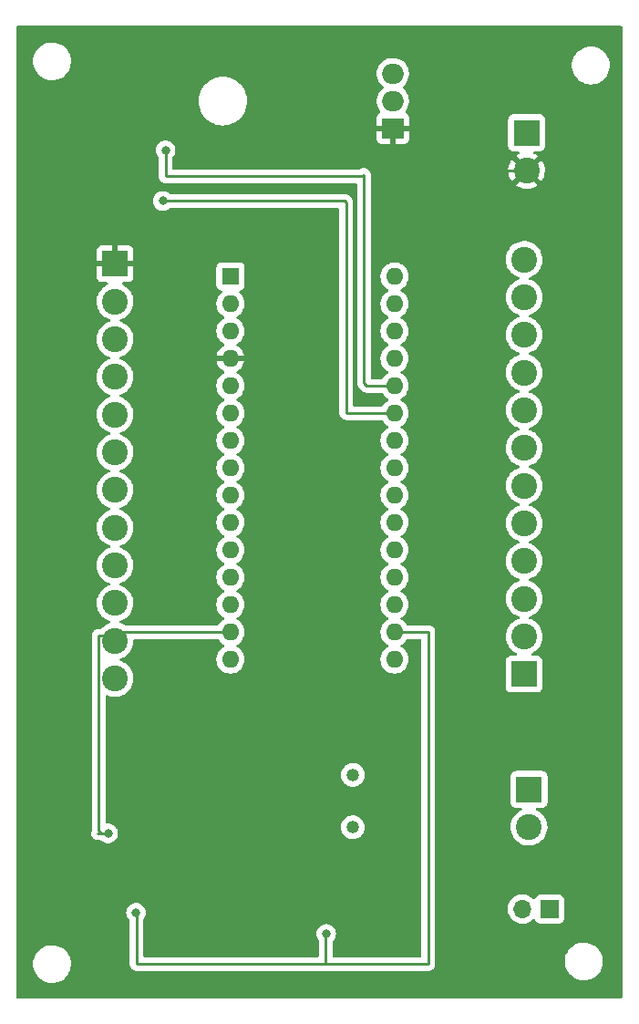
<source format=gbr>
%TF.GenerationSoftware,KiCad,Pcbnew,(6.0.10)*%
%TF.CreationDate,2023-02-10T12:49:52-06:00*%
%TF.ProjectId,lowerArm,6c6f7765-7241-4726-9d2e-6b696361645f,rev?*%
%TF.SameCoordinates,Original*%
%TF.FileFunction,Copper,L2,Bot*%
%TF.FilePolarity,Positive*%
%FSLAX46Y46*%
G04 Gerber Fmt 4.6, Leading zero omitted, Abs format (unit mm)*
G04 Created by KiCad (PCBNEW (6.0.10)) date 2023-02-10 12:49:52*
%MOMM*%
%LPD*%
G01*
G04 APERTURE LIST*
%TA.AperFunction,ComponentPad*%
%ADD10R,1.700000X1.700000*%
%TD*%
%TA.AperFunction,ComponentPad*%
%ADD11O,1.700000X1.700000*%
%TD*%
%TA.AperFunction,ComponentPad*%
%ADD12R,2.000000X1.905000*%
%TD*%
%TA.AperFunction,ComponentPad*%
%ADD13O,2.000000X1.905000*%
%TD*%
%TA.AperFunction,ComponentPad*%
%ADD14R,2.400000X2.400000*%
%TD*%
%TA.AperFunction,ComponentPad*%
%ADD15C,2.400000*%
%TD*%
%TA.AperFunction,ComponentPad*%
%ADD16R,1.600000X1.600000*%
%TD*%
%TA.AperFunction,ComponentPad*%
%ADD17O,1.600000X1.600000*%
%TD*%
%TA.AperFunction,ComponentPad*%
%ADD18C,1.192000*%
%TD*%
%TA.AperFunction,ViaPad*%
%ADD19C,0.800000*%
%TD*%
%TA.AperFunction,Conductor*%
%ADD20C,0.250000*%
%TD*%
G04 APERTURE END LIST*
D10*
%TO.P,REF\u002A\u002A,1*%
%TO.N,Net-(J3-Pad2)*%
X168128000Y-126973000D03*
D11*
%TO.P,REF\u002A\u002A,2*%
%TO.N,N/C*%
X165588000Y-126973000D03*
%TD*%
D12*
%TO.P,U1,1,GND*%
%TO.N,GND*%
X153576000Y-54483000D03*
D13*
%TO.P,U1,2,VO*%
%TO.N,Net-(A1-Pad30)*%
X153576000Y-51943000D03*
%TO.P,U1,3,VI*%
%TO.N,+BATT*%
X153576000Y-49403000D03*
%TD*%
D14*
%TO.P,J1,1,Pin_1*%
%TO.N,GND*%
X127762000Y-67056000D03*
D15*
%TO.P,J1,2,Pin_2*%
%TO.N,unconnected-(A1-Pad5)*%
X127762000Y-70556000D03*
%TO.P,J1,3,Pin_3*%
%TO.N,Net-(A1-Pad6)*%
X127762000Y-74056000D03*
%TO.P,J1,4,Pin_4*%
%TO.N,Net-(A1-Pad7)*%
X127762000Y-77556000D03*
%TO.P,J1,5,Pin_5*%
%TO.N,Net-(A1-Pad8)*%
X127762000Y-81056000D03*
%TO.P,J1,6,Pin_6*%
%TO.N,Net-(A1-Pad9)*%
X127762000Y-84556000D03*
%TO.P,J1,7,Pin_7*%
%TO.N,Net-(A1-Pad10)*%
X127762000Y-88056000D03*
%TO.P,J1,8,Pin_8*%
%TO.N,Net-(A1-Pad11)*%
X127762000Y-91556000D03*
%TO.P,J1,9,Pin_9*%
%TO.N,Net-(A1-Pad12)*%
X127762000Y-95056000D03*
%TO.P,J1,10,Pin_10*%
%TO.N,Net-(A1-Pad13)*%
X127762000Y-98556000D03*
%TO.P,J1,11,Pin_11*%
%TO.N,Net-(A1-Pad14)*%
X127762000Y-102056000D03*
%TO.P,J1,12,Pin_12*%
%TO.N,Net-(A1-Pad15)*%
X127762000Y-105556000D03*
%TD*%
D16*
%TO.P,A1,1,D1/TX*%
%TO.N,unconnected-(A1-Pad1)*%
X138490800Y-68224400D03*
D17*
%TO.P,A1,2,D0/RX*%
%TO.N,unconnected-(A1-Pad2)*%
X138490800Y-70764400D03*
%TO.P,A1,3,~{RESET}*%
%TO.N,unconnected-(A1-Pad3)*%
X138490800Y-73304400D03*
%TO.P,A1,4,GND*%
%TO.N,GND*%
X138490800Y-75844400D03*
%TO.P,A1,5,D2*%
%TO.N,unconnected-(A1-Pad5)*%
X138490800Y-78384400D03*
%TO.P,A1,6,D3*%
%TO.N,Net-(A1-Pad6)*%
X138490800Y-80924400D03*
%TO.P,A1,7,D4*%
%TO.N,Net-(A1-Pad7)*%
X138490800Y-83464400D03*
%TO.P,A1,8,D5*%
%TO.N,Net-(A1-Pad8)*%
X138490800Y-86004400D03*
%TO.P,A1,9,D6*%
%TO.N,Net-(A1-Pad9)*%
X138490800Y-88544400D03*
%TO.P,A1,10,D7*%
%TO.N,Net-(A1-Pad10)*%
X138490800Y-91084400D03*
%TO.P,A1,11,D8*%
%TO.N,Net-(A1-Pad11)*%
X138490800Y-93624400D03*
%TO.P,A1,12,D9*%
%TO.N,Net-(A1-Pad12)*%
X138490800Y-96164400D03*
%TO.P,A1,13,D10*%
%TO.N,Net-(A1-Pad13)*%
X138490800Y-98704400D03*
%TO.P,A1,14,D11*%
%TO.N,Net-(A1-Pad14)*%
X138490800Y-101244400D03*
%TO.P,A1,15,D12*%
%TO.N,Net-(A1-Pad15)*%
X138490800Y-103784400D03*
%TO.P,A1,16,D13*%
%TO.N,Net-(A1-Pad16)*%
X153730800Y-103784400D03*
%TO.P,A1,17,3V3*%
%TO.N,Net-(A1-Pad17)*%
X153730800Y-101244400D03*
%TO.P,A1,18,AREF*%
%TO.N,unconnected-(A1-Pad18)*%
X153730800Y-98704400D03*
%TO.P,A1,19,A0*%
%TO.N,Net-(A1-Pad19)*%
X153730800Y-96164400D03*
%TO.P,A1,20,A1*%
%TO.N,Net-(A1-Pad20)*%
X153730800Y-93624400D03*
%TO.P,A1,21,A2*%
%TO.N,Net-(A1-Pad21)*%
X153730800Y-91084400D03*
%TO.P,A1,22,A3*%
%TO.N,Net-(A1-Pad22)*%
X153730800Y-88544400D03*
%TO.P,A1,23,A4*%
%TO.N,Net-(A1-Pad23)*%
X153730800Y-86004400D03*
%TO.P,A1,24,A5*%
%TO.N,Net-(A1-Pad24)*%
X153730800Y-83464400D03*
%TO.P,A1,25,A6*%
%TO.N,Net-(A1-Pad25)*%
X153730800Y-80924400D03*
%TO.P,A1,26,A7*%
%TO.N,Net-(A1-Pad26)*%
X153730800Y-78384400D03*
%TO.P,A1,27,+5V*%
%TO.N,Net-(A1-Pad27)*%
X153730800Y-75844400D03*
%TO.P,A1,28,~{RESET}*%
%TO.N,Net-(A1-Pad28)*%
X153730800Y-73304400D03*
%TO.P,A1,29,GND*%
%TO.N,Net-(A1-Pad29)*%
X153730800Y-70764400D03*
%TO.P,A1,30,VIN*%
%TO.N,Net-(A1-Pad30)*%
X153730800Y-68224400D03*
%TD*%
D14*
%TO.P,J2,1,Pin_1*%
%TO.N,unconnected-(A1-Pad18)*%
X165762000Y-105152800D03*
D15*
%TO.P,J2,2,Pin_2*%
%TO.N,Net-(A1-Pad19)*%
X165762000Y-101652800D03*
%TO.P,J2,3,Pin_3*%
%TO.N,Net-(A1-Pad20)*%
X165762000Y-98152800D03*
%TO.P,J2,4,Pin_4*%
%TO.N,Net-(A1-Pad21)*%
X165762000Y-94652800D03*
%TO.P,J2,5,Pin_5*%
%TO.N,Net-(A1-Pad22)*%
X165762000Y-91152800D03*
%TO.P,J2,6,Pin_6*%
%TO.N,Net-(A1-Pad23)*%
X165762000Y-87652800D03*
%TO.P,J2,7,Pin_7*%
%TO.N,Net-(A1-Pad24)*%
X165762000Y-84152800D03*
%TO.P,J2,8,Pin_8*%
%TO.N,Net-(A1-Pad25)*%
X165762000Y-80652800D03*
%TO.P,J2,9,Pin_9*%
%TO.N,Net-(A1-Pad26)*%
X165762000Y-77152800D03*
%TO.P,J2,10,Pin_10*%
%TO.N,Net-(A1-Pad27)*%
X165762000Y-73652800D03*
%TO.P,J2,11,Pin_11*%
%TO.N,Net-(A1-Pad29)*%
X165762000Y-70152800D03*
%TO.P,J2,12,Pin_12*%
%TO.N,Net-(A1-Pad30)*%
X165762000Y-66652800D03*
%TD*%
D18*
%TO.P,U2,1*%
%TO.N,Net-(C2-Pad1)*%
X149860000Y-119380000D03*
%TO.P,U2,2*%
%TO.N,Net-(C3-Pad1)*%
X149860000Y-114500000D03*
%TD*%
D14*
%TO.P,J3,1,Pin_1*%
%TO.N,+BATT*%
X165989000Y-54885000D03*
D15*
%TO.P,J3,2,Pin_2*%
%TO.N,GND*%
X165989000Y-58385000D03*
%TD*%
D14*
%TO.P,J3,1,Pin_1*%
%TO.N,Net-(J3-Pad1)*%
X166216000Y-115852000D03*
D15*
%TO.P,J3,2,Pin_2*%
%TO.N,Net-(J3-Pad2)*%
X166216000Y-119352000D03*
%TD*%
D19*
%TO.N,Net-(A1-Pad25)*%
X132207000Y-61214000D03*
%TO.N,Net-(A1-Pad26)*%
X132461000Y-56515000D03*
%TO.N,GND*%
X120864500Y-61087000D03*
X136525000Y-65786000D03*
X141882810Y-115062000D03*
X135128000Y-128016000D03*
X120864500Y-56515000D03*
X158410248Y-122518458D03*
X142459048Y-127781258D03*
X154305000Y-124587000D03*
%TO.N,Net-(A1-Pad14)*%
X127127000Y-119938800D03*
%TO.N,Net-(A1-Pad17)*%
X147376448Y-129264658D03*
X129717800Y-127304800D03*
%TD*%
D20*
%TO.N,Net-(A1-Pad25)*%
X149250400Y-80924400D02*
X153730800Y-80924400D01*
X149225000Y-80899000D02*
X149250400Y-80924400D01*
X149225000Y-61341000D02*
X149225000Y-80899000D01*
X149098000Y-61214000D02*
X149225000Y-61341000D01*
X132207000Y-61214000D02*
X149098000Y-61214000D01*
%TO.N,Net-(A1-Pad26)*%
X151155400Y-78384400D02*
X153730800Y-78384400D01*
X150876000Y-58801000D02*
X150876000Y-78105000D01*
X150876000Y-78105000D02*
X151155400Y-78384400D01*
X150749000Y-58928000D02*
X150876000Y-58801000D01*
X132461000Y-58928000D02*
X150749000Y-58928000D01*
X132461000Y-56515000D02*
X132461000Y-58928000D01*
%TO.N,GND*%
X160201000Y-54483000D02*
X160201000Y-58345000D01*
X160241000Y-58385000D02*
X165989000Y-58385000D01*
X160201000Y-58345000D02*
X160241000Y-58385000D01*
X160201000Y-54483000D02*
X153576000Y-54483000D01*
%TO.N,Net-(A1-Pad14)*%
X126441200Y-119938800D02*
X126180552Y-119938800D01*
X126237000Y-101600000D02*
X127306000Y-101600000D01*
X126237000Y-119734600D02*
X126441200Y-119938800D01*
X127127000Y-119938800D02*
X126441200Y-119938800D01*
X126237000Y-101600000D02*
X126237000Y-119734600D01*
X127762000Y-101244400D02*
X134366000Y-101244400D01*
X134366000Y-101244400D02*
X138490800Y-101244400D01*
X134315200Y-101244400D02*
X134366000Y-101244400D01*
X127306000Y-101600000D02*
X127762000Y-102056000D01*
X127762000Y-102056000D02*
X127762000Y-101244400D01*
%TO.N,Net-(A1-Pad17)*%
X156870400Y-101244400D02*
X156870400Y-132080000D01*
X147320000Y-132080000D02*
X147320000Y-129321106D01*
X153730800Y-101244400D02*
X156870400Y-101244400D01*
X156870400Y-132080000D02*
X147320000Y-132080000D01*
X129774248Y-132080000D02*
X129774248Y-127361248D01*
X129774248Y-127361248D02*
X129717800Y-127304800D01*
X147320000Y-132080000D02*
X129774248Y-132080000D01*
X147320000Y-129321106D02*
X147376448Y-129264658D01*
%TD*%
%TA.AperFunction,Conductor*%
%TO.N,GND*%
G36*
X174820621Y-44978502D02*
G01*
X174867114Y-45032158D01*
X174878500Y-45084500D01*
X174878500Y-135128500D01*
X174858498Y-135196621D01*
X174804842Y-135243114D01*
X174752500Y-135254500D01*
X118744500Y-135254500D01*
X118676379Y-135234498D01*
X118629886Y-135180842D01*
X118618500Y-135128500D01*
X118618500Y-132187655D01*
X120159858Y-132187655D01*
X120195104Y-132446638D01*
X120196412Y-132451124D01*
X120196412Y-132451126D01*
X120209570Y-132496270D01*
X120268243Y-132697567D01*
X120270203Y-132701820D01*
X120270204Y-132701821D01*
X120279050Y-132721009D01*
X120377668Y-132934928D01*
X120380231Y-132938837D01*
X120518410Y-133149596D01*
X120518414Y-133149601D01*
X120520976Y-133153509D01*
X120695018Y-133348506D01*
X120895970Y-133515637D01*
X120899973Y-133518066D01*
X121115422Y-133648804D01*
X121115426Y-133648806D01*
X121119419Y-133651229D01*
X121360455Y-133752303D01*
X121613783Y-133816641D01*
X121618434Y-133817109D01*
X121618438Y-133817110D01*
X121811308Y-133836531D01*
X121830867Y-133838500D01*
X121986354Y-133838500D01*
X121988679Y-133838327D01*
X121988685Y-133838327D01*
X122176000Y-133824407D01*
X122176004Y-133824406D01*
X122180652Y-133824061D01*
X122185200Y-133823032D01*
X122185206Y-133823031D01*
X122371601Y-133780853D01*
X122435577Y-133766377D01*
X122471769Y-133752303D01*
X122674824Y-133673340D01*
X122674827Y-133673339D01*
X122679177Y-133671647D01*
X122906098Y-133541951D01*
X123111357Y-133380138D01*
X123290443Y-133189763D01*
X123439424Y-132975009D01*
X123441492Y-132970816D01*
X123552960Y-132744781D01*
X123552961Y-132744778D01*
X123555025Y-132740593D01*
X123562965Y-132715790D01*
X123633280Y-132496123D01*
X123634707Y-132491665D01*
X123676721Y-132233693D01*
X123678942Y-132064049D01*
X123680081Y-131977022D01*
X123680081Y-131977019D01*
X123680142Y-131972345D01*
X123644896Y-131713362D01*
X123630473Y-131663877D01*
X123573068Y-131466932D01*
X123571757Y-131462433D01*
X123462332Y-131225072D01*
X123420468Y-131161219D01*
X123321590Y-131010404D01*
X123321586Y-131010399D01*
X123319024Y-131006491D01*
X123144982Y-130811494D01*
X122944030Y-130644363D01*
X122896844Y-130615730D01*
X122724578Y-130511196D01*
X122724574Y-130511194D01*
X122720581Y-130508771D01*
X122479545Y-130407697D01*
X122226217Y-130343359D01*
X122221566Y-130342891D01*
X122221562Y-130342890D01*
X122012271Y-130321816D01*
X122009133Y-130321500D01*
X121853646Y-130321500D01*
X121851321Y-130321673D01*
X121851315Y-130321673D01*
X121664000Y-130335593D01*
X121663996Y-130335594D01*
X121659348Y-130335939D01*
X121654800Y-130336968D01*
X121654794Y-130336969D01*
X121468399Y-130379147D01*
X121404423Y-130393623D01*
X121400071Y-130395315D01*
X121400069Y-130395316D01*
X121165176Y-130486660D01*
X121165173Y-130486661D01*
X121160823Y-130488353D01*
X120933902Y-130618049D01*
X120728643Y-130779862D01*
X120549557Y-130970237D01*
X120400576Y-131184991D01*
X120398510Y-131189181D01*
X120398508Y-131189184D01*
X120289675Y-131409877D01*
X120284975Y-131419407D01*
X120283553Y-131423850D01*
X120283552Y-131423852D01*
X120273622Y-131454874D01*
X120205293Y-131668335D01*
X120163279Y-131926307D01*
X120163218Y-131930980D01*
X120160220Y-132160030D01*
X120159858Y-132187655D01*
X118618500Y-132187655D01*
X118618500Y-127304800D01*
X128804296Y-127304800D01*
X128824258Y-127494728D01*
X128883273Y-127676356D01*
X128978760Y-127841744D01*
X128983178Y-127846651D01*
X128983179Y-127846652D01*
X129106547Y-127983666D01*
X129104770Y-127985266D01*
X129136298Y-128036438D01*
X129140748Y-128069630D01*
X129140748Y-132008207D01*
X129138516Y-132031816D01*
X129136973Y-132039906D01*
X129137471Y-132047817D01*
X129140499Y-132095951D01*
X129140748Y-132103862D01*
X129140748Y-132119856D01*
X129142754Y-132135730D01*
X129143496Y-132143590D01*
X129145013Y-132167707D01*
X129146291Y-132188007D01*
X129147023Y-132199650D01*
X129149473Y-132207191D01*
X129149569Y-132207487D01*
X129154742Y-132230631D01*
X129154780Y-132230935D01*
X129154781Y-132230940D01*
X129155774Y-132238797D01*
X129158690Y-132246162D01*
X129158691Y-132246166D01*
X129176447Y-132291011D01*
X129179119Y-132298430D01*
X129196484Y-132351875D01*
X129200734Y-132358571D01*
X129200734Y-132358572D01*
X129200898Y-132358831D01*
X129211663Y-132379958D01*
X129211777Y-132380246D01*
X129211780Y-132380251D01*
X129214696Y-132387617D01*
X129219352Y-132394025D01*
X129219355Y-132394031D01*
X129247706Y-132433052D01*
X129252149Y-132439589D01*
X129282248Y-132487018D01*
X129288026Y-132492444D01*
X129288027Y-132492445D01*
X129288255Y-132492659D01*
X129303936Y-132510446D01*
X129308776Y-132517107D01*
X129314885Y-132522161D01*
X129314886Y-132522162D01*
X129352044Y-132552903D01*
X129357978Y-132558134D01*
X129393146Y-132591158D01*
X129393149Y-132591160D01*
X129398927Y-132596586D01*
X129406151Y-132600558D01*
X129425754Y-132613881D01*
X129425994Y-132614080D01*
X129426001Y-132614084D01*
X129432104Y-132619133D01*
X129465596Y-132634893D01*
X129482924Y-132643047D01*
X129489956Y-132646629D01*
X129539188Y-132673695D01*
X129546863Y-132675665D01*
X129546869Y-132675668D01*
X129547167Y-132675744D01*
X129569476Y-132683776D01*
X129569751Y-132683906D01*
X129569759Y-132683909D01*
X129576930Y-132687283D01*
X129632097Y-132697806D01*
X129639806Y-132699529D01*
X129669779Y-132707225D01*
X129686541Y-132711529D01*
X129686542Y-132711529D01*
X129694218Y-132713500D01*
X129702455Y-132713500D01*
X129726064Y-132715732D01*
X129726367Y-132715790D01*
X129726371Y-132715790D01*
X129734154Y-132717275D01*
X129790199Y-132713749D01*
X129798110Y-132713500D01*
X147248207Y-132713500D01*
X147271816Y-132715732D01*
X147272119Y-132715790D01*
X147272123Y-132715790D01*
X147279906Y-132717275D01*
X147335951Y-132713749D01*
X147343862Y-132713500D01*
X156798607Y-132713500D01*
X156822216Y-132715732D01*
X156822519Y-132715790D01*
X156822523Y-132715790D01*
X156830306Y-132717275D01*
X156886351Y-132713749D01*
X156894262Y-132713500D01*
X156910256Y-132713500D01*
X156926130Y-132711494D01*
X156933990Y-132710752D01*
X156961449Y-132709024D01*
X156982137Y-132707723D01*
X156982138Y-132707723D01*
X156990050Y-132707225D01*
X156997591Y-132704775D01*
X156997887Y-132704679D01*
X157021031Y-132699506D01*
X157021335Y-132699468D01*
X157021340Y-132699467D01*
X157029197Y-132698474D01*
X157036562Y-132695558D01*
X157036566Y-132695557D01*
X157081411Y-132677801D01*
X157088830Y-132675129D01*
X157142275Y-132657764D01*
X157148972Y-132653514D01*
X157149231Y-132653350D01*
X157170358Y-132642585D01*
X157170646Y-132642471D01*
X157170651Y-132642468D01*
X157178017Y-132639552D01*
X157184425Y-132634896D01*
X157184431Y-132634893D01*
X157223452Y-132606542D01*
X157229989Y-132602099D01*
X157277418Y-132572000D01*
X157283059Y-132565993D01*
X157300846Y-132550312D01*
X157301091Y-132550134D01*
X157301093Y-132550132D01*
X157307507Y-132545472D01*
X157312562Y-132539362D01*
X157343303Y-132502204D01*
X157348534Y-132496270D01*
X157381558Y-132461102D01*
X157381560Y-132461099D01*
X157386986Y-132455321D01*
X157390958Y-132448097D01*
X157404281Y-132428494D01*
X157404480Y-132428254D01*
X157404484Y-132428247D01*
X157409533Y-132422144D01*
X157433447Y-132371324D01*
X157437029Y-132364292D01*
X157464095Y-132315060D01*
X157466065Y-132307385D01*
X157466068Y-132307379D01*
X157466144Y-132307081D01*
X157474176Y-132284772D01*
X157474306Y-132284497D01*
X157474309Y-132284489D01*
X157477683Y-132277318D01*
X157488206Y-132222151D01*
X157489932Y-132214429D01*
X157495528Y-132192638D01*
X157503900Y-132160030D01*
X157503900Y-132151793D01*
X157506132Y-132128184D01*
X157506190Y-132127881D01*
X157506190Y-132127877D01*
X157507675Y-132120094D01*
X157504149Y-132064049D01*
X157503900Y-132056138D01*
X157503900Y-131933655D01*
X169562858Y-131933655D01*
X169598104Y-132192638D01*
X169599412Y-132197124D01*
X169599412Y-132197126D01*
X169613706Y-132246166D01*
X169671243Y-132443567D01*
X169673203Y-132447820D01*
X169673204Y-132447821D01*
X169674728Y-132451126D01*
X169780668Y-132680928D01*
X169783231Y-132684837D01*
X169921410Y-132895596D01*
X169921414Y-132895601D01*
X169923976Y-132899509D01*
X170098018Y-133094506D01*
X170298970Y-133261637D01*
X170302973Y-133264066D01*
X170518422Y-133394804D01*
X170518426Y-133394806D01*
X170522419Y-133397229D01*
X170763455Y-133498303D01*
X171016783Y-133562641D01*
X171021434Y-133563109D01*
X171021438Y-133563110D01*
X171214308Y-133582531D01*
X171233867Y-133584500D01*
X171389354Y-133584500D01*
X171391679Y-133584327D01*
X171391685Y-133584327D01*
X171579000Y-133570407D01*
X171579004Y-133570406D01*
X171583652Y-133570061D01*
X171588200Y-133569032D01*
X171588206Y-133569031D01*
X171813435Y-133518066D01*
X171838577Y-133512377D01*
X171874769Y-133498303D01*
X172077824Y-133419340D01*
X172077827Y-133419339D01*
X172082177Y-133417647D01*
X172309098Y-133287951D01*
X172514357Y-133126138D01*
X172693443Y-132935763D01*
X172842424Y-132721009D01*
X172844998Y-132715790D01*
X172955960Y-132490781D01*
X172955961Y-132490778D01*
X172958025Y-132486593D01*
X172974141Y-132436248D01*
X173036280Y-132242123D01*
X173037707Y-132237665D01*
X173079721Y-131979693D01*
X173083142Y-131718345D01*
X173047896Y-131459362D01*
X173033473Y-131409877D01*
X172976068Y-131212932D01*
X172974757Y-131208433D01*
X172865332Y-130971072D01*
X172832519Y-130921024D01*
X172724590Y-130756404D01*
X172724586Y-130756399D01*
X172722024Y-130752491D01*
X172547982Y-130557494D01*
X172347030Y-130390363D01*
X172234068Y-130321816D01*
X172127578Y-130257196D01*
X172127574Y-130257194D01*
X172123581Y-130254771D01*
X171882545Y-130153697D01*
X171629217Y-130089359D01*
X171624566Y-130088891D01*
X171624562Y-130088890D01*
X171415271Y-130067816D01*
X171412133Y-130067500D01*
X171256646Y-130067500D01*
X171254321Y-130067673D01*
X171254315Y-130067673D01*
X171067000Y-130081593D01*
X171066996Y-130081594D01*
X171062348Y-130081939D01*
X171057800Y-130082968D01*
X171057794Y-130082969D01*
X170871399Y-130125147D01*
X170807423Y-130139623D01*
X170803071Y-130141315D01*
X170803069Y-130141316D01*
X170568176Y-130232660D01*
X170568173Y-130232661D01*
X170563823Y-130234353D01*
X170336902Y-130364049D01*
X170131643Y-130525862D01*
X169952557Y-130716237D01*
X169803576Y-130930991D01*
X169801510Y-130935181D01*
X169801508Y-130935184D01*
X169766344Y-131006491D01*
X169687975Y-131165407D01*
X169608293Y-131414335D01*
X169566279Y-131672307D01*
X169566218Y-131676980D01*
X169563015Y-131921692D01*
X169562858Y-131933655D01*
X157503900Y-131933655D01*
X157503900Y-126939695D01*
X164225251Y-126939695D01*
X164238110Y-127162715D01*
X164239247Y-127167761D01*
X164239248Y-127167767D01*
X164263304Y-127274508D01*
X164287222Y-127380639D01*
X164371266Y-127587616D01*
X164487987Y-127778088D01*
X164634250Y-127946938D01*
X164806126Y-128089632D01*
X164999000Y-128202338D01*
X165207692Y-128282030D01*
X165212760Y-128283061D01*
X165212763Y-128283062D01*
X165320017Y-128304883D01*
X165426597Y-128326567D01*
X165431772Y-128326757D01*
X165431774Y-128326757D01*
X165644673Y-128334564D01*
X165644677Y-128334564D01*
X165649837Y-128334753D01*
X165654957Y-128334097D01*
X165654959Y-128334097D01*
X165866288Y-128307025D01*
X165866289Y-128307025D01*
X165871416Y-128306368D01*
X165876366Y-128304883D01*
X166080429Y-128243661D01*
X166080434Y-128243659D01*
X166085384Y-128242174D01*
X166285994Y-128143896D01*
X166467860Y-128014173D01*
X166576091Y-127906319D01*
X166638462Y-127872404D01*
X166709268Y-127877592D01*
X166766030Y-127920238D01*
X166783012Y-127951341D01*
X166827385Y-128069705D01*
X166914739Y-128186261D01*
X167031295Y-128273615D01*
X167167684Y-128324745D01*
X167229866Y-128331500D01*
X169026134Y-128331500D01*
X169088316Y-128324745D01*
X169224705Y-128273615D01*
X169341261Y-128186261D01*
X169428615Y-128069705D01*
X169479745Y-127933316D01*
X169486500Y-127871134D01*
X169486500Y-126074866D01*
X169479745Y-126012684D01*
X169428615Y-125876295D01*
X169341261Y-125759739D01*
X169224705Y-125672385D01*
X169088316Y-125621255D01*
X169026134Y-125614500D01*
X167229866Y-125614500D01*
X167167684Y-125621255D01*
X167031295Y-125672385D01*
X166914739Y-125759739D01*
X166827385Y-125876295D01*
X166824233Y-125884703D01*
X166782919Y-125994907D01*
X166740277Y-126051671D01*
X166673716Y-126076371D01*
X166604367Y-126061163D01*
X166571743Y-126035476D01*
X166521151Y-125979875D01*
X166521142Y-125979866D01*
X166517670Y-125976051D01*
X166513619Y-125972852D01*
X166513615Y-125972848D01*
X166346414Y-125840800D01*
X166346410Y-125840798D01*
X166342359Y-125837598D01*
X166146789Y-125729638D01*
X166141920Y-125727914D01*
X166141916Y-125727912D01*
X165941087Y-125656795D01*
X165941083Y-125656794D01*
X165936212Y-125655069D01*
X165931119Y-125654162D01*
X165931116Y-125654161D01*
X165721373Y-125616800D01*
X165721367Y-125616799D01*
X165716284Y-125615894D01*
X165642452Y-125614992D01*
X165498081Y-125613228D01*
X165498079Y-125613228D01*
X165492911Y-125613165D01*
X165272091Y-125646955D01*
X165059756Y-125716357D01*
X164861607Y-125819507D01*
X164857474Y-125822610D01*
X164857471Y-125822612D01*
X164687100Y-125950530D01*
X164682965Y-125953635D01*
X164643525Y-125994907D01*
X164589280Y-126051671D01*
X164528629Y-126115138D01*
X164402743Y-126299680D01*
X164400564Y-126304375D01*
X164338217Y-126438691D01*
X164308688Y-126502305D01*
X164248989Y-126717570D01*
X164225251Y-126939695D01*
X157503900Y-126939695D01*
X157503900Y-119307151D01*
X164503296Y-119307151D01*
X164503520Y-119311817D01*
X164503520Y-119311822D01*
X164506618Y-119376305D01*
X164515480Y-119560798D01*
X164532112Y-119644414D01*
X164552970Y-119749271D01*
X164565021Y-119809857D01*
X164566600Y-119814255D01*
X164566602Y-119814262D01*
X164637855Y-120012718D01*
X164650831Y-120048858D01*
X164653048Y-120052984D01*
X164733726Y-120203133D01*
X164771025Y-120272551D01*
X164773820Y-120276294D01*
X164773822Y-120276297D01*
X164920171Y-120472282D01*
X164920176Y-120472288D01*
X164922963Y-120476020D01*
X164926272Y-120479300D01*
X164926277Y-120479306D01*
X165099990Y-120651509D01*
X165103307Y-120654797D01*
X165107069Y-120657555D01*
X165107072Y-120657558D01*
X165200466Y-120726037D01*
X165308094Y-120804953D01*
X165312229Y-120807129D01*
X165312233Y-120807131D01*
X165388582Y-120847300D01*
X165532827Y-120923191D01*
X165772568Y-121006912D01*
X166022050Y-121054278D01*
X166142532Y-121059011D01*
X166271125Y-121064064D01*
X166271130Y-121064064D01*
X166275793Y-121064247D01*
X166374774Y-121053407D01*
X166523569Y-121037112D01*
X166523575Y-121037111D01*
X166528222Y-121036602D01*
X166637680Y-121007784D01*
X166769273Y-120973138D01*
X166773793Y-120971948D01*
X166892353Y-120921011D01*
X167002807Y-120873557D01*
X167002810Y-120873555D01*
X167007110Y-120871708D01*
X167011090Y-120869245D01*
X167011094Y-120869243D01*
X167219064Y-120740547D01*
X167219066Y-120740545D01*
X167223047Y-120738082D01*
X167321428Y-120654797D01*
X167413289Y-120577031D01*
X167413291Y-120577029D01*
X167416862Y-120574006D01*
X167584295Y-120383084D01*
X167602481Y-120354812D01*
X167719141Y-120173442D01*
X167721669Y-120169512D01*
X167825967Y-119937980D01*
X167894896Y-119693575D01*
X167910168Y-119573529D01*
X167926545Y-119444798D01*
X167926545Y-119444792D01*
X167926943Y-119441667D01*
X167927986Y-119401856D01*
X167928558Y-119380000D01*
X167929291Y-119352000D01*
X167910472Y-119098759D01*
X167904574Y-119072691D01*
X167855459Y-118855639D01*
X167854428Y-118851082D01*
X167834730Y-118800428D01*
X167764084Y-118618762D01*
X167764083Y-118618760D01*
X167762391Y-118614409D01*
X167741866Y-118578498D01*
X167638702Y-118397997D01*
X167638700Y-118397995D01*
X167636383Y-118393940D01*
X167479171Y-118194517D01*
X167294209Y-118020523D01*
X167250483Y-117990189D01*
X167089393Y-117878437D01*
X167089390Y-117878435D01*
X167085561Y-117875779D01*
X167040429Y-117853522D01*
X166930896Y-117799506D01*
X166878647Y-117751437D01*
X166860681Y-117682752D01*
X166882700Y-117615256D01*
X166937716Y-117570380D01*
X166986625Y-117560500D01*
X167464134Y-117560500D01*
X167526316Y-117553745D01*
X167662705Y-117502615D01*
X167779261Y-117415261D01*
X167866615Y-117298705D01*
X167917745Y-117162316D01*
X167924500Y-117100134D01*
X167924500Y-114603866D01*
X167917745Y-114541684D01*
X167866615Y-114405295D01*
X167779261Y-114288739D01*
X167662705Y-114201385D01*
X167526316Y-114150255D01*
X167464134Y-114143500D01*
X164967866Y-114143500D01*
X164905684Y-114150255D01*
X164769295Y-114201385D01*
X164652739Y-114288739D01*
X164565385Y-114405295D01*
X164514255Y-114541684D01*
X164507500Y-114603866D01*
X164507500Y-117100134D01*
X164514255Y-117162316D01*
X164565385Y-117298705D01*
X164652739Y-117415261D01*
X164769295Y-117502615D01*
X164905684Y-117553745D01*
X164967866Y-117560500D01*
X165446719Y-117560500D01*
X165514840Y-117580502D01*
X165561333Y-117634158D01*
X165571437Y-117704432D01*
X165541943Y-117769012D01*
X165499471Y-117800926D01*
X165385380Y-117853522D01*
X165381471Y-117856085D01*
X165176928Y-117990189D01*
X165176923Y-117990193D01*
X165173015Y-117992755D01*
X164983562Y-118161848D01*
X164821183Y-118357087D01*
X164689447Y-118574182D01*
X164687638Y-118578496D01*
X164687637Y-118578498D01*
X164596515Y-118795801D01*
X164591246Y-118808365D01*
X164528738Y-119054490D01*
X164503296Y-119307151D01*
X157503900Y-119307151D01*
X157503900Y-101607951D01*
X164049296Y-101607951D01*
X164049520Y-101612617D01*
X164049520Y-101612622D01*
X164055033Y-101727379D01*
X164061480Y-101861598D01*
X164069347Y-101901149D01*
X164107429Y-102092597D01*
X164111021Y-102110657D01*
X164112600Y-102115055D01*
X164112602Y-102115062D01*
X164161265Y-102250598D01*
X164196831Y-102349658D01*
X164199048Y-102353784D01*
X164285350Y-102514400D01*
X164317025Y-102573351D01*
X164319820Y-102577094D01*
X164319822Y-102577097D01*
X164466171Y-102773082D01*
X164466176Y-102773088D01*
X164468963Y-102776820D01*
X164472272Y-102780100D01*
X164472277Y-102780106D01*
X164645990Y-102952309D01*
X164649307Y-102955597D01*
X164653069Y-102958355D01*
X164653072Y-102958358D01*
X164828633Y-103087084D01*
X164854094Y-103105753D01*
X164858229Y-103107929D01*
X164858233Y-103107931D01*
X165046137Y-103206792D01*
X165097109Y-103256211D01*
X165113272Y-103325344D01*
X165089493Y-103392240D01*
X165033322Y-103435660D01*
X164987469Y-103444300D01*
X164513866Y-103444300D01*
X164451684Y-103451055D01*
X164315295Y-103502185D01*
X164198739Y-103589539D01*
X164111385Y-103706095D01*
X164060255Y-103842484D01*
X164053500Y-103904666D01*
X164053500Y-106400934D01*
X164060255Y-106463116D01*
X164111385Y-106599505D01*
X164198739Y-106716061D01*
X164315295Y-106803415D01*
X164451684Y-106854545D01*
X164513866Y-106861300D01*
X167010134Y-106861300D01*
X167072316Y-106854545D01*
X167208705Y-106803415D01*
X167325261Y-106716061D01*
X167412615Y-106599505D01*
X167463745Y-106463116D01*
X167470500Y-106400934D01*
X167470500Y-103904666D01*
X167463745Y-103842484D01*
X167412615Y-103706095D01*
X167325261Y-103589539D01*
X167208705Y-103502185D01*
X167072316Y-103451055D01*
X167010134Y-103444300D01*
X166532964Y-103444300D01*
X166464843Y-103424298D01*
X166418350Y-103370642D01*
X166408246Y-103300368D01*
X166437740Y-103235788D01*
X166483225Y-103202533D01*
X166553110Y-103172508D01*
X166557090Y-103170045D01*
X166557094Y-103170043D01*
X166765064Y-103041347D01*
X166765066Y-103041345D01*
X166769047Y-103038882D01*
X166867428Y-102955597D01*
X166959289Y-102877831D01*
X166959291Y-102877829D01*
X166962862Y-102874806D01*
X167130295Y-102683884D01*
X167154504Y-102646248D01*
X167265141Y-102474242D01*
X167267669Y-102470312D01*
X167371967Y-102238780D01*
X167440896Y-101994375D01*
X167472943Y-101742467D01*
X167474222Y-101693643D01*
X167475208Y-101655960D01*
X167475291Y-101652800D01*
X167464850Y-101512293D01*
X167456818Y-101404211D01*
X167456817Y-101404207D01*
X167456472Y-101399559D01*
X167448639Y-101364940D01*
X167407867Y-101184756D01*
X167400428Y-101151882D01*
X167398735Y-101147528D01*
X167310084Y-100919562D01*
X167310083Y-100919560D01*
X167308391Y-100915209D01*
X167306073Y-100911153D01*
X167184702Y-100698797D01*
X167184700Y-100698795D01*
X167182383Y-100694740D01*
X167025171Y-100495317D01*
X166902743Y-100380149D01*
X166843610Y-100324522D01*
X166843608Y-100324520D01*
X166840209Y-100321323D01*
X166723850Y-100240602D01*
X166635393Y-100179237D01*
X166635390Y-100179235D01*
X166631561Y-100176579D01*
X166627384Y-100174519D01*
X166627377Y-100174515D01*
X166407996Y-100066328D01*
X166407992Y-100066327D01*
X166403810Y-100064264D01*
X166277901Y-100023960D01*
X166219121Y-99984142D01*
X166191199Y-99918867D01*
X166203000Y-99848858D01*
X166250778Y-99796343D01*
X166284234Y-99782110D01*
X166288332Y-99781031D01*
X166319793Y-99772748D01*
X166438353Y-99721811D01*
X166548807Y-99674357D01*
X166548810Y-99674355D01*
X166553110Y-99672508D01*
X166557090Y-99670045D01*
X166557094Y-99670043D01*
X166765064Y-99541347D01*
X166765066Y-99541345D01*
X166769047Y-99538882D01*
X166842676Y-99476551D01*
X166959289Y-99377831D01*
X166959291Y-99377829D01*
X166962862Y-99374806D01*
X167130295Y-99183884D01*
X167154504Y-99146248D01*
X167265141Y-98974242D01*
X167267669Y-98970312D01*
X167371967Y-98738780D01*
X167440896Y-98494375D01*
X167471482Y-98253951D01*
X167472545Y-98245598D01*
X167472545Y-98245592D01*
X167472943Y-98242467D01*
X167475291Y-98152800D01*
X167456472Y-97899559D01*
X167447544Y-97860100D01*
X167401459Y-97656439D01*
X167400428Y-97651882D01*
X167368599Y-97570034D01*
X167310084Y-97419562D01*
X167310083Y-97419560D01*
X167308391Y-97415209D01*
X167287866Y-97379298D01*
X167184702Y-97198797D01*
X167184700Y-97198795D01*
X167182383Y-97194740D01*
X167025171Y-96995317D01*
X166902743Y-96880149D01*
X166843610Y-96824522D01*
X166843608Y-96824520D01*
X166840209Y-96821323D01*
X166664664Y-96699543D01*
X166635393Y-96679237D01*
X166635390Y-96679235D01*
X166631561Y-96676579D01*
X166627384Y-96674519D01*
X166627377Y-96674515D01*
X166407996Y-96566328D01*
X166407992Y-96566327D01*
X166403810Y-96564264D01*
X166277901Y-96523960D01*
X166219121Y-96484142D01*
X166191199Y-96418867D01*
X166203000Y-96348858D01*
X166250778Y-96296343D01*
X166284234Y-96282110D01*
X166288332Y-96281031D01*
X166319793Y-96272748D01*
X166527977Y-96183306D01*
X166548807Y-96174357D01*
X166548810Y-96174355D01*
X166553110Y-96172508D01*
X166557090Y-96170045D01*
X166557094Y-96170043D01*
X166765064Y-96041347D01*
X166765066Y-96041345D01*
X166769047Y-96038882D01*
X166842676Y-95976551D01*
X166959289Y-95877831D01*
X166959291Y-95877829D01*
X166962862Y-95874806D01*
X167130295Y-95683884D01*
X167154504Y-95646248D01*
X167265141Y-95474242D01*
X167267669Y-95470312D01*
X167371967Y-95238780D01*
X167440896Y-94994375D01*
X167458382Y-94856926D01*
X167472545Y-94745598D01*
X167472545Y-94745592D01*
X167472943Y-94742467D01*
X167475291Y-94652800D01*
X167456472Y-94399559D01*
X167439095Y-94322762D01*
X167401459Y-94156439D01*
X167400428Y-94151882D01*
X167308391Y-93915209D01*
X167287866Y-93879298D01*
X167184702Y-93698797D01*
X167184700Y-93698795D01*
X167182383Y-93694740D01*
X167025171Y-93495317D01*
X166902743Y-93380149D01*
X166843610Y-93324522D01*
X166843608Y-93324520D01*
X166840209Y-93321323D01*
X166664664Y-93199543D01*
X166635393Y-93179237D01*
X166635390Y-93179235D01*
X166631561Y-93176579D01*
X166627384Y-93174519D01*
X166627377Y-93174515D01*
X166407996Y-93066328D01*
X166407992Y-93066327D01*
X166403810Y-93064264D01*
X166277901Y-93023960D01*
X166219121Y-92984142D01*
X166191199Y-92918867D01*
X166203000Y-92848858D01*
X166250778Y-92796343D01*
X166284234Y-92782110D01*
X166291868Y-92780100D01*
X166319793Y-92772748D01*
X166527977Y-92683306D01*
X166548807Y-92674357D01*
X166548810Y-92674355D01*
X166553110Y-92672508D01*
X166557090Y-92670045D01*
X166557094Y-92670043D01*
X166765064Y-92541347D01*
X166765066Y-92541345D01*
X166769047Y-92538882D01*
X166842676Y-92476551D01*
X166959289Y-92377831D01*
X166959291Y-92377829D01*
X166962862Y-92374806D01*
X167130295Y-92183884D01*
X167154504Y-92146248D01*
X167265141Y-91974242D01*
X167267669Y-91970312D01*
X167371967Y-91738780D01*
X167440896Y-91494375D01*
X167464681Y-91307411D01*
X167472545Y-91245598D01*
X167472545Y-91245592D01*
X167472943Y-91242467D01*
X167475291Y-91152800D01*
X167456472Y-90899559D01*
X167447927Y-90861793D01*
X167401459Y-90656439D01*
X167400428Y-90651882D01*
X167315169Y-90432638D01*
X167310084Y-90419562D01*
X167310083Y-90419560D01*
X167308391Y-90415209D01*
X167287866Y-90379298D01*
X167184702Y-90198797D01*
X167184700Y-90198795D01*
X167182383Y-90194740D01*
X167025171Y-89995317D01*
X166902743Y-89880149D01*
X166843610Y-89824522D01*
X166843608Y-89824520D01*
X166840209Y-89821323D01*
X166733249Y-89747122D01*
X166635393Y-89679237D01*
X166635390Y-89679235D01*
X166631561Y-89676579D01*
X166627384Y-89674519D01*
X166627377Y-89674515D01*
X166407996Y-89566328D01*
X166407992Y-89566327D01*
X166403810Y-89564264D01*
X166277901Y-89523960D01*
X166219121Y-89484142D01*
X166191199Y-89418867D01*
X166203000Y-89348858D01*
X166250778Y-89296343D01*
X166284234Y-89282110D01*
X166288332Y-89281031D01*
X166319793Y-89272748D01*
X166486446Y-89201149D01*
X166548807Y-89174357D01*
X166548810Y-89174355D01*
X166553110Y-89172508D01*
X166557090Y-89170045D01*
X166557094Y-89170043D01*
X166765064Y-89041347D01*
X166765066Y-89041345D01*
X166769047Y-89038882D01*
X166842676Y-88976551D01*
X166959289Y-88877831D01*
X166959291Y-88877829D01*
X166962862Y-88874806D01*
X167130295Y-88683884D01*
X167154504Y-88646248D01*
X167265141Y-88474242D01*
X167267669Y-88470312D01*
X167371967Y-88238780D01*
X167440896Y-87994375D01*
X167472943Y-87742467D01*
X167475291Y-87652800D01*
X167464534Y-87508050D01*
X167456818Y-87404211D01*
X167456817Y-87404207D01*
X167456472Y-87399559D01*
X167453992Y-87388595D01*
X167401459Y-87156439D01*
X167400428Y-87151882D01*
X167396555Y-87141923D01*
X167310084Y-86919562D01*
X167310083Y-86919560D01*
X167308391Y-86915209D01*
X167287866Y-86879298D01*
X167184702Y-86698797D01*
X167184700Y-86698795D01*
X167182383Y-86694740D01*
X167025171Y-86495317D01*
X166902743Y-86380149D01*
X166843610Y-86324522D01*
X166843608Y-86324520D01*
X166840209Y-86321323D01*
X166664664Y-86199543D01*
X166635393Y-86179237D01*
X166635390Y-86179235D01*
X166631561Y-86176579D01*
X166627384Y-86174519D01*
X166627377Y-86174515D01*
X166407996Y-86066328D01*
X166407992Y-86066327D01*
X166403810Y-86064264D01*
X166277901Y-86023960D01*
X166219121Y-85984142D01*
X166191199Y-85918867D01*
X166203000Y-85848858D01*
X166250778Y-85796343D01*
X166284234Y-85782110D01*
X166288332Y-85781031D01*
X166319793Y-85772748D01*
X166527977Y-85683306D01*
X166548807Y-85674357D01*
X166548810Y-85674355D01*
X166553110Y-85672508D01*
X166557090Y-85670045D01*
X166557094Y-85670043D01*
X166765064Y-85541347D01*
X166765066Y-85541345D01*
X166769047Y-85538882D01*
X166842676Y-85476551D01*
X166959289Y-85377831D01*
X166959291Y-85377829D01*
X166962862Y-85374806D01*
X167130295Y-85183884D01*
X167145594Y-85160100D01*
X167247223Y-85002099D01*
X167267669Y-84970312D01*
X167371967Y-84738780D01*
X167440896Y-84494375D01*
X167472943Y-84242467D01*
X167475291Y-84152800D01*
X167456472Y-83899559D01*
X167439095Y-83822762D01*
X167401459Y-83656439D01*
X167400428Y-83651882D01*
X167363722Y-83557492D01*
X167310084Y-83419562D01*
X167310083Y-83419560D01*
X167308391Y-83415209D01*
X167287866Y-83379298D01*
X167184702Y-83198797D01*
X167184700Y-83198795D01*
X167182383Y-83194740D01*
X167025171Y-82995317D01*
X166902743Y-82880149D01*
X166843610Y-82824522D01*
X166843608Y-82824520D01*
X166840209Y-82821323D01*
X166664664Y-82699543D01*
X166635393Y-82679237D01*
X166635390Y-82679235D01*
X166631561Y-82676579D01*
X166627384Y-82674519D01*
X166627377Y-82674515D01*
X166407996Y-82566328D01*
X166407992Y-82566327D01*
X166403810Y-82564264D01*
X166277901Y-82523960D01*
X166219121Y-82484142D01*
X166191199Y-82418867D01*
X166203000Y-82348858D01*
X166250778Y-82296343D01*
X166284234Y-82282110D01*
X166288332Y-82281031D01*
X166319793Y-82272748D01*
X166438353Y-82221811D01*
X166548807Y-82174357D01*
X166548810Y-82174355D01*
X166553110Y-82172508D01*
X166557090Y-82170045D01*
X166557094Y-82170043D01*
X166765064Y-82041347D01*
X166765066Y-82041345D01*
X166769047Y-82038882D01*
X166842676Y-81976551D01*
X166959289Y-81877831D01*
X166959291Y-81877829D01*
X166962862Y-81874806D01*
X167130295Y-81683884D01*
X167154504Y-81646248D01*
X167236934Y-81518095D01*
X167267669Y-81470312D01*
X167371967Y-81238780D01*
X167440896Y-80994375D01*
X167458382Y-80856926D01*
X167472545Y-80745598D01*
X167472545Y-80745592D01*
X167472943Y-80742467D01*
X167475291Y-80652800D01*
X167464534Y-80508050D01*
X167456818Y-80404211D01*
X167456817Y-80404207D01*
X167456472Y-80399559D01*
X167439095Y-80322762D01*
X167401459Y-80156439D01*
X167400428Y-80151882D01*
X167363722Y-80057492D01*
X167310084Y-79919562D01*
X167310083Y-79919560D01*
X167308391Y-79915209D01*
X167287866Y-79879298D01*
X167184702Y-79698797D01*
X167184700Y-79698795D01*
X167182383Y-79694740D01*
X167025171Y-79495317D01*
X166902743Y-79380149D01*
X166843610Y-79324522D01*
X166843608Y-79324520D01*
X166840209Y-79321323D01*
X166712311Y-79232597D01*
X166635393Y-79179237D01*
X166635390Y-79179235D01*
X166631561Y-79176579D01*
X166627384Y-79174519D01*
X166627377Y-79174515D01*
X166407996Y-79066328D01*
X166407992Y-79066327D01*
X166403810Y-79064264D01*
X166277901Y-79023960D01*
X166219121Y-78984142D01*
X166191199Y-78918867D01*
X166203000Y-78848858D01*
X166250778Y-78796343D01*
X166284234Y-78782110D01*
X166288332Y-78781031D01*
X166319793Y-78772748D01*
X166527977Y-78683306D01*
X166548807Y-78674357D01*
X166548810Y-78674355D01*
X166553110Y-78672508D01*
X166557090Y-78670045D01*
X166557094Y-78670043D01*
X166765064Y-78541347D01*
X166765066Y-78541345D01*
X166769047Y-78538882D01*
X166842676Y-78476551D01*
X166959289Y-78377831D01*
X166959291Y-78377829D01*
X166962862Y-78374806D01*
X167130295Y-78183884D01*
X167144505Y-78161793D01*
X167265141Y-77974242D01*
X167267669Y-77970312D01*
X167371967Y-77738780D01*
X167440896Y-77494375D01*
X167471482Y-77253951D01*
X167472545Y-77245598D01*
X167472545Y-77245592D01*
X167472943Y-77242467D01*
X167473307Y-77228595D01*
X167475208Y-77155960D01*
X167475291Y-77152800D01*
X167456472Y-76899559D01*
X167445394Y-76850598D01*
X167407738Y-76684189D01*
X167400428Y-76651882D01*
X167308391Y-76415209D01*
X167287866Y-76379298D01*
X167184702Y-76198797D01*
X167184700Y-76198795D01*
X167182383Y-76194740D01*
X167025171Y-75995317D01*
X166902743Y-75880149D01*
X166843610Y-75824522D01*
X166843608Y-75824520D01*
X166840209Y-75821323D01*
X166664664Y-75699543D01*
X166635393Y-75679237D01*
X166635390Y-75679235D01*
X166631561Y-75676579D01*
X166627384Y-75674519D01*
X166627377Y-75674515D01*
X166407996Y-75566328D01*
X166407992Y-75566327D01*
X166403810Y-75564264D01*
X166277901Y-75523960D01*
X166219121Y-75484142D01*
X166191199Y-75418867D01*
X166203000Y-75348858D01*
X166250778Y-75296343D01*
X166284234Y-75282110D01*
X166288332Y-75281031D01*
X166319793Y-75272748D01*
X166506256Y-75192638D01*
X166548807Y-75174357D01*
X166548810Y-75174355D01*
X166553110Y-75172508D01*
X166557090Y-75170045D01*
X166557094Y-75170043D01*
X166765064Y-75041347D01*
X166765066Y-75041345D01*
X166769047Y-75038882D01*
X166842676Y-74976551D01*
X166959289Y-74877831D01*
X166959291Y-74877829D01*
X166962862Y-74874806D01*
X167130295Y-74683884D01*
X167154504Y-74646248D01*
X167242611Y-74509269D01*
X167267669Y-74470312D01*
X167371967Y-74238780D01*
X167440896Y-73994375D01*
X167470312Y-73763148D01*
X167472545Y-73745598D01*
X167472545Y-73745592D01*
X167472943Y-73742467D01*
X167475291Y-73652800D01*
X167456472Y-73399559D01*
X167439095Y-73322762D01*
X167401459Y-73156439D01*
X167400428Y-73151882D01*
X167308391Y-72915209D01*
X167287866Y-72879298D01*
X167184702Y-72698797D01*
X167184700Y-72698795D01*
X167182383Y-72694740D01*
X167025171Y-72495317D01*
X166902743Y-72380149D01*
X166843610Y-72324522D01*
X166843608Y-72324520D01*
X166840209Y-72321323D01*
X166804675Y-72296672D01*
X166635393Y-72179237D01*
X166635390Y-72179235D01*
X166631561Y-72176579D01*
X166627384Y-72174519D01*
X166627377Y-72174515D01*
X166407996Y-72066328D01*
X166407992Y-72066327D01*
X166403810Y-72064264D01*
X166277901Y-72023960D01*
X166219121Y-71984142D01*
X166191199Y-71918867D01*
X166203000Y-71848858D01*
X166250778Y-71796343D01*
X166284234Y-71782110D01*
X166288332Y-71781031D01*
X166319793Y-71772748D01*
X166527977Y-71683306D01*
X166548807Y-71674357D01*
X166548810Y-71674355D01*
X166553110Y-71672508D01*
X166557090Y-71670045D01*
X166557094Y-71670043D01*
X166765064Y-71541347D01*
X166765066Y-71541345D01*
X166769047Y-71538882D01*
X166842676Y-71476551D01*
X166959289Y-71377831D01*
X166959291Y-71377829D01*
X166962862Y-71374806D01*
X167130295Y-71183884D01*
X167154504Y-71146248D01*
X167249987Y-70997802D01*
X167267669Y-70970312D01*
X167371967Y-70738780D01*
X167440896Y-70494375D01*
X167463696Y-70315157D01*
X167472545Y-70245598D01*
X167472545Y-70245592D01*
X167472943Y-70242467D01*
X167475291Y-70152800D01*
X167475057Y-70149651D01*
X167456818Y-69904211D01*
X167456817Y-69904207D01*
X167456472Y-69899559D01*
X167439095Y-69822762D01*
X167414562Y-69714343D01*
X167400428Y-69651882D01*
X167385580Y-69613700D01*
X167310084Y-69419562D01*
X167310083Y-69419560D01*
X167308391Y-69415209D01*
X167292646Y-69387661D01*
X167184702Y-69198797D01*
X167184700Y-69198795D01*
X167182383Y-69194740D01*
X167025171Y-68995317D01*
X166909230Y-68886251D01*
X166843610Y-68824522D01*
X166843608Y-68824520D01*
X166840209Y-68821323D01*
X166757043Y-68763629D01*
X166635393Y-68679237D01*
X166635390Y-68679235D01*
X166631561Y-68676579D01*
X166627384Y-68674519D01*
X166627377Y-68674515D01*
X166407996Y-68566328D01*
X166407992Y-68566327D01*
X166403810Y-68564264D01*
X166277901Y-68523960D01*
X166219121Y-68484142D01*
X166191199Y-68418867D01*
X166203000Y-68348858D01*
X166250778Y-68296343D01*
X166284234Y-68282110D01*
X166285929Y-68281664D01*
X166319793Y-68272748D01*
X166445071Y-68218925D01*
X166548807Y-68174357D01*
X166548810Y-68174355D01*
X166553110Y-68172508D01*
X166557090Y-68170045D01*
X166557094Y-68170043D01*
X166765064Y-68041347D01*
X166765066Y-68041345D01*
X166769047Y-68038882D01*
X166772624Y-68035854D01*
X166959289Y-67877831D01*
X166959291Y-67877829D01*
X166962862Y-67874806D01*
X167130295Y-67683884D01*
X167267669Y-67470312D01*
X167371967Y-67238780D01*
X167378662Y-67215043D01*
X167409395Y-67106069D01*
X167440896Y-66994375D01*
X167458382Y-66856926D01*
X167472545Y-66745598D01*
X167472545Y-66745592D01*
X167472943Y-66742467D01*
X167475291Y-66652800D01*
X167456472Y-66399559D01*
X167400428Y-66151882D01*
X167308391Y-65915209D01*
X167287866Y-65879298D01*
X167184702Y-65698797D01*
X167184700Y-65698795D01*
X167182383Y-65694740D01*
X167025171Y-65495317D01*
X166874834Y-65353895D01*
X166843610Y-65324522D01*
X166843608Y-65324520D01*
X166840209Y-65321323D01*
X166796483Y-65290989D01*
X166635393Y-65179237D01*
X166635390Y-65179235D01*
X166631561Y-65176579D01*
X166627384Y-65174519D01*
X166627377Y-65174515D01*
X166407996Y-65066328D01*
X166407992Y-65066327D01*
X166403810Y-65064264D01*
X166161960Y-64986847D01*
X166157355Y-64986097D01*
X165915935Y-64946780D01*
X165915934Y-64946780D01*
X165911323Y-64946029D01*
X165784365Y-64944367D01*
X165662083Y-64942766D01*
X165662080Y-64942766D01*
X165657406Y-64942705D01*
X165405787Y-64976949D01*
X165161993Y-65048008D01*
X164931380Y-65154322D01*
X164927471Y-65156885D01*
X164722928Y-65290989D01*
X164722923Y-65290993D01*
X164719015Y-65293555D01*
X164529562Y-65462648D01*
X164367183Y-65657887D01*
X164235447Y-65874982D01*
X164137246Y-66109165D01*
X164074738Y-66355290D01*
X164049296Y-66607951D01*
X164061480Y-66861598D01*
X164075540Y-66932281D01*
X164106919Y-67090034D01*
X164111021Y-67110657D01*
X164112600Y-67115055D01*
X164112602Y-67115062D01*
X164157022Y-67238780D01*
X164196831Y-67349658D01*
X164317025Y-67573351D01*
X164319820Y-67577094D01*
X164319822Y-67577097D01*
X164466171Y-67773082D01*
X164466176Y-67773088D01*
X164468963Y-67776820D01*
X164472272Y-67780100D01*
X164472277Y-67780106D01*
X164570859Y-67877831D01*
X164649307Y-67955597D01*
X164653069Y-67958355D01*
X164653072Y-67958358D01*
X164712310Y-68001793D01*
X164854094Y-68105753D01*
X164858229Y-68107929D01*
X164858233Y-68107931D01*
X164976289Y-68170043D01*
X165078827Y-68223991D01*
X165250781Y-68284040D01*
X165308497Y-68325381D01*
X165334701Y-68391365D01*
X165321072Y-68461041D01*
X165271936Y-68512287D01*
X165244497Y-68523960D01*
X165161993Y-68548008D01*
X164931380Y-68654322D01*
X164927471Y-68656885D01*
X164722928Y-68790989D01*
X164722923Y-68790993D01*
X164719015Y-68793555D01*
X164626462Y-68876162D01*
X164538203Y-68954936D01*
X164529562Y-68962648D01*
X164367183Y-69157887D01*
X164235447Y-69374982D01*
X164233638Y-69379296D01*
X164233637Y-69379298D01*
X164140252Y-69601997D01*
X164137246Y-69609165D01*
X164136095Y-69613697D01*
X164136094Y-69613700D01*
X164132028Y-69629710D01*
X164074738Y-69855290D01*
X164049296Y-70107951D01*
X164061480Y-70361598D01*
X164062393Y-70366186D01*
X164100778Y-70559160D01*
X164111021Y-70610657D01*
X164112600Y-70615055D01*
X164112602Y-70615062D01*
X164164686Y-70760126D01*
X164196831Y-70849658D01*
X164199048Y-70853784D01*
X164282593Y-71009269D01*
X164317025Y-71073351D01*
X164319820Y-71077094D01*
X164319822Y-71077097D01*
X164466171Y-71273082D01*
X164466176Y-71273088D01*
X164468963Y-71276820D01*
X164472272Y-71280100D01*
X164472277Y-71280106D01*
X164645990Y-71452309D01*
X164649307Y-71455597D01*
X164653069Y-71458355D01*
X164653072Y-71458358D01*
X164828633Y-71587084D01*
X164854094Y-71605753D01*
X164858229Y-71607929D01*
X164858233Y-71607931D01*
X164859695Y-71608700D01*
X165078827Y-71723991D01*
X165250781Y-71784040D01*
X165308497Y-71825381D01*
X165334701Y-71891365D01*
X165321072Y-71961041D01*
X165271936Y-72012287D01*
X165244497Y-72023960D01*
X165161993Y-72048008D01*
X164931380Y-72154322D01*
X164907415Y-72170034D01*
X164722928Y-72290989D01*
X164722923Y-72290993D01*
X164719015Y-72293555D01*
X164639818Y-72364241D01*
X164582402Y-72415487D01*
X164529562Y-72462648D01*
X164367183Y-72657887D01*
X164235447Y-72874982D01*
X164233638Y-72879296D01*
X164233637Y-72879298D01*
X164140252Y-73101997D01*
X164137246Y-73109165D01*
X164074738Y-73355290D01*
X164049296Y-73607951D01*
X164061480Y-73861598D01*
X164062393Y-73866186D01*
X164100778Y-74059160D01*
X164111021Y-74110657D01*
X164112600Y-74115055D01*
X164112602Y-74115062D01*
X164157022Y-74238780D01*
X164196831Y-74349658D01*
X164199048Y-74353784D01*
X164282593Y-74509269D01*
X164317025Y-74573351D01*
X164319820Y-74577094D01*
X164319822Y-74577097D01*
X164466171Y-74773082D01*
X164466176Y-74773088D01*
X164468963Y-74776820D01*
X164472272Y-74780100D01*
X164472277Y-74780106D01*
X164570467Y-74877442D01*
X164649307Y-74955597D01*
X164653069Y-74958355D01*
X164653072Y-74958358D01*
X164828633Y-75087084D01*
X164854094Y-75105753D01*
X164858229Y-75107929D01*
X164858233Y-75107931D01*
X164976289Y-75170043D01*
X165078827Y-75223991D01*
X165250781Y-75284040D01*
X165308497Y-75325381D01*
X165334701Y-75391365D01*
X165321072Y-75461041D01*
X165271936Y-75512287D01*
X165244497Y-75523960D01*
X165161993Y-75548008D01*
X164931380Y-75654322D01*
X164927471Y-75656885D01*
X164722928Y-75790989D01*
X164722923Y-75790993D01*
X164719015Y-75793555D01*
X164655914Y-75849875D01*
X164582402Y-75915487D01*
X164529562Y-75962648D01*
X164367183Y-76157887D01*
X164235447Y-76374982D01*
X164233638Y-76379296D01*
X164233637Y-76379298D01*
X164140252Y-76601997D01*
X164137246Y-76609165D01*
X164074738Y-76855290D01*
X164049296Y-77107951D01*
X164049520Y-77112617D01*
X164049520Y-77112622D01*
X164051299Y-77149651D01*
X164061480Y-77361598D01*
X164064783Y-77378202D01*
X164100778Y-77559160D01*
X164111021Y-77610657D01*
X164112600Y-77615055D01*
X164112602Y-77615062D01*
X164157022Y-77738780D01*
X164196831Y-77849658D01*
X164199048Y-77853784D01*
X164301743Y-78044909D01*
X164317025Y-78073351D01*
X164319820Y-78077094D01*
X164319822Y-78077097D01*
X164466171Y-78273082D01*
X164466176Y-78273088D01*
X164468963Y-78276820D01*
X164472272Y-78280100D01*
X164472277Y-78280106D01*
X164642034Y-78448387D01*
X164649307Y-78455597D01*
X164653069Y-78458355D01*
X164653072Y-78458358D01*
X164828633Y-78587084D01*
X164854094Y-78605753D01*
X164858229Y-78607929D01*
X164858233Y-78607931D01*
X164866893Y-78612487D01*
X165078827Y-78723991D01*
X165250781Y-78784040D01*
X165308497Y-78825381D01*
X165334701Y-78891365D01*
X165321072Y-78961041D01*
X165271936Y-79012287D01*
X165244497Y-79023960D01*
X165161993Y-79048008D01*
X164931380Y-79154322D01*
X164927471Y-79156885D01*
X164722928Y-79290989D01*
X164722923Y-79290993D01*
X164719015Y-79293555D01*
X164639818Y-79364241D01*
X164582402Y-79415487D01*
X164529562Y-79462648D01*
X164367183Y-79657887D01*
X164235447Y-79874982D01*
X164233638Y-79879296D01*
X164233637Y-79879298D01*
X164140252Y-80101997D01*
X164137246Y-80109165D01*
X164074738Y-80355290D01*
X164049296Y-80607951D01*
X164061480Y-80861598D01*
X164070901Y-80908958D01*
X164109783Y-81104431D01*
X164111021Y-81110657D01*
X164112600Y-81115055D01*
X164112602Y-81115062D01*
X164189663Y-81329694D01*
X164196831Y-81349658D01*
X164199048Y-81353784D01*
X164298473Y-81538823D01*
X164317025Y-81573351D01*
X164319820Y-81577094D01*
X164319822Y-81577097D01*
X164466171Y-81773082D01*
X164466176Y-81773088D01*
X164468963Y-81776820D01*
X164472272Y-81780100D01*
X164472277Y-81780106D01*
X164645990Y-81952309D01*
X164649307Y-81955597D01*
X164653069Y-81958355D01*
X164653072Y-81958358D01*
X164828633Y-82087084D01*
X164854094Y-82105753D01*
X164858229Y-82107929D01*
X164858233Y-82107931D01*
X164954699Y-82158684D01*
X165078827Y-82223991D01*
X165250781Y-82284040D01*
X165308497Y-82325381D01*
X165334701Y-82391365D01*
X165321072Y-82461041D01*
X165271936Y-82512287D01*
X165244497Y-82523960D01*
X165161993Y-82548008D01*
X164931380Y-82654322D01*
X164927471Y-82656885D01*
X164722928Y-82790989D01*
X164722923Y-82790993D01*
X164719015Y-82793555D01*
X164639818Y-82864241D01*
X164582402Y-82915487D01*
X164529562Y-82962648D01*
X164367183Y-83157887D01*
X164235447Y-83374982D01*
X164233638Y-83379296D01*
X164233637Y-83379298D01*
X164140252Y-83601997D01*
X164137246Y-83609165D01*
X164136095Y-83613697D01*
X164136094Y-83613700D01*
X164116085Y-83692487D01*
X164074738Y-83855290D01*
X164049296Y-84107951D01*
X164049520Y-84112617D01*
X164049520Y-84112622D01*
X164051299Y-84149651D01*
X164061480Y-84361598D01*
X164083790Y-84473757D01*
X164109284Y-84601923D01*
X164111021Y-84610657D01*
X164112600Y-84615055D01*
X164112602Y-84615062D01*
X164179604Y-84801678D01*
X164196831Y-84849658D01*
X164199048Y-84853784D01*
X164282593Y-85009269D01*
X164317025Y-85073351D01*
X164319820Y-85077094D01*
X164319822Y-85077097D01*
X164466171Y-85273082D01*
X164466176Y-85273088D01*
X164468963Y-85276820D01*
X164472272Y-85280100D01*
X164472277Y-85280106D01*
X164570467Y-85377442D01*
X164649307Y-85455597D01*
X164653069Y-85458355D01*
X164653072Y-85458358D01*
X164828633Y-85587084D01*
X164854094Y-85605753D01*
X164858229Y-85607929D01*
X164858233Y-85607931D01*
X164976289Y-85670043D01*
X165078827Y-85723991D01*
X165250781Y-85784040D01*
X165308497Y-85825381D01*
X165334701Y-85891365D01*
X165321072Y-85961041D01*
X165271936Y-86012287D01*
X165244497Y-86023960D01*
X165161993Y-86048008D01*
X164931380Y-86154322D01*
X164927471Y-86156885D01*
X164722928Y-86290989D01*
X164722923Y-86290993D01*
X164719015Y-86293555D01*
X164639818Y-86364241D01*
X164545601Y-86448333D01*
X164529562Y-86462648D01*
X164367183Y-86657887D01*
X164235447Y-86874982D01*
X164233638Y-86879296D01*
X164233637Y-86879298D01*
X164140252Y-87101997D01*
X164137246Y-87109165D01*
X164074738Y-87355290D01*
X164049296Y-87607951D01*
X164061480Y-87861598D01*
X164086251Y-87986128D01*
X164107938Y-88095157D01*
X164111021Y-88110657D01*
X164112600Y-88115055D01*
X164112602Y-88115062D01*
X164157022Y-88238780D01*
X164196831Y-88349658D01*
X164199048Y-88353784D01*
X164282593Y-88509269D01*
X164317025Y-88573351D01*
X164319820Y-88577094D01*
X164319822Y-88577097D01*
X164466171Y-88773082D01*
X164466176Y-88773088D01*
X164468963Y-88776820D01*
X164472272Y-88780100D01*
X164472277Y-88780106D01*
X164570467Y-88877442D01*
X164649307Y-88955597D01*
X164653069Y-88958355D01*
X164653072Y-88958358D01*
X164828633Y-89087084D01*
X164854094Y-89105753D01*
X164858229Y-89107929D01*
X164858233Y-89107931D01*
X164976289Y-89170043D01*
X165078827Y-89223991D01*
X165250781Y-89284040D01*
X165308497Y-89325381D01*
X165334701Y-89391365D01*
X165321072Y-89461041D01*
X165271936Y-89512287D01*
X165244497Y-89523960D01*
X165161993Y-89548008D01*
X164931380Y-89654322D01*
X164927471Y-89656885D01*
X164722928Y-89790989D01*
X164722923Y-89790993D01*
X164719015Y-89793555D01*
X164655644Y-89850116D01*
X164582402Y-89915487D01*
X164529562Y-89962648D01*
X164367183Y-90157887D01*
X164235447Y-90374982D01*
X164233638Y-90379296D01*
X164233637Y-90379298D01*
X164140252Y-90601997D01*
X164137246Y-90609165D01*
X164074738Y-90855290D01*
X164049296Y-91107951D01*
X164061480Y-91361598D01*
X164062393Y-91366186D01*
X164100778Y-91559160D01*
X164111021Y-91610657D01*
X164112600Y-91615055D01*
X164112602Y-91615062D01*
X164156082Y-91736162D01*
X164196831Y-91849658D01*
X164199048Y-91853784D01*
X164282593Y-92009269D01*
X164317025Y-92073351D01*
X164319820Y-92077094D01*
X164319822Y-92077097D01*
X164466171Y-92273082D01*
X164466176Y-92273088D01*
X164468963Y-92276820D01*
X164472272Y-92280100D01*
X164472277Y-92280106D01*
X164616786Y-92423359D01*
X164649307Y-92455597D01*
X164653069Y-92458355D01*
X164653072Y-92458358D01*
X164828633Y-92587084D01*
X164854094Y-92605753D01*
X164858229Y-92607929D01*
X164858233Y-92607931D01*
X164976289Y-92670043D01*
X165078827Y-92723991D01*
X165250781Y-92784040D01*
X165308497Y-92825381D01*
X165334701Y-92891365D01*
X165321072Y-92961041D01*
X165271936Y-93012287D01*
X165244497Y-93023960D01*
X165161993Y-93048008D01*
X164931380Y-93154322D01*
X164898395Y-93175948D01*
X164722928Y-93290989D01*
X164722923Y-93290993D01*
X164719015Y-93293555D01*
X164639818Y-93364241D01*
X164582402Y-93415487D01*
X164529562Y-93462648D01*
X164367183Y-93657887D01*
X164235447Y-93874982D01*
X164233638Y-93879296D01*
X164233637Y-93879298D01*
X164140252Y-94101997D01*
X164137246Y-94109165D01*
X164074738Y-94355290D01*
X164049296Y-94607951D01*
X164049520Y-94612617D01*
X164049520Y-94612622D01*
X164051299Y-94649651D01*
X164061480Y-94861598D01*
X164075109Y-94930116D01*
X164100778Y-95059160D01*
X164111021Y-95110657D01*
X164112600Y-95115055D01*
X164112602Y-95115062D01*
X164157022Y-95238780D01*
X164196831Y-95349658D01*
X164199048Y-95353784D01*
X164282593Y-95509269D01*
X164317025Y-95573351D01*
X164319820Y-95577094D01*
X164319822Y-95577097D01*
X164466171Y-95773082D01*
X164466176Y-95773088D01*
X164468963Y-95776820D01*
X164472272Y-95780100D01*
X164472277Y-95780106D01*
X164570467Y-95877442D01*
X164649307Y-95955597D01*
X164653069Y-95958355D01*
X164653072Y-95958358D01*
X164828633Y-96087084D01*
X164854094Y-96105753D01*
X164858229Y-96107929D01*
X164858233Y-96107931D01*
X164955157Y-96158925D01*
X165078827Y-96223991D01*
X165250781Y-96284040D01*
X165308497Y-96325381D01*
X165334701Y-96391365D01*
X165321072Y-96461041D01*
X165271936Y-96512287D01*
X165244497Y-96523960D01*
X165161993Y-96548008D01*
X164931380Y-96654322D01*
X164927471Y-96656885D01*
X164722928Y-96790989D01*
X164722923Y-96790993D01*
X164719015Y-96793555D01*
X164639818Y-96864241D01*
X164582402Y-96915487D01*
X164529562Y-96962648D01*
X164367183Y-97157887D01*
X164235447Y-97374982D01*
X164233638Y-97379296D01*
X164233637Y-97379298D01*
X164140252Y-97601997D01*
X164137246Y-97609165D01*
X164074738Y-97855290D01*
X164049296Y-98107951D01*
X164061480Y-98361598D01*
X164062393Y-98366186D01*
X164100778Y-98559160D01*
X164111021Y-98610657D01*
X164112600Y-98615055D01*
X164112602Y-98615062D01*
X164157022Y-98738780D01*
X164196831Y-98849658D01*
X164199048Y-98853784D01*
X164282593Y-99009269D01*
X164317025Y-99073351D01*
X164319820Y-99077094D01*
X164319822Y-99077097D01*
X164466171Y-99273082D01*
X164466176Y-99273088D01*
X164468963Y-99276820D01*
X164472272Y-99280100D01*
X164472277Y-99280106D01*
X164570467Y-99377442D01*
X164649307Y-99455597D01*
X164653069Y-99458355D01*
X164653072Y-99458358D01*
X164828633Y-99587084D01*
X164854094Y-99605753D01*
X164858229Y-99607929D01*
X164858233Y-99607931D01*
X164976289Y-99670043D01*
X165078827Y-99723991D01*
X165250781Y-99784040D01*
X165308497Y-99825381D01*
X165334701Y-99891365D01*
X165321072Y-99961041D01*
X165271936Y-100012287D01*
X165244497Y-100023960D01*
X165161993Y-100048008D01*
X164931380Y-100154322D01*
X164927471Y-100156885D01*
X164722928Y-100290989D01*
X164722923Y-100290993D01*
X164719015Y-100293555D01*
X164639818Y-100364241D01*
X164582402Y-100415487D01*
X164529562Y-100462648D01*
X164367183Y-100657887D01*
X164235447Y-100874982D01*
X164233638Y-100879296D01*
X164233637Y-100879298D01*
X164139515Y-101103755D01*
X164137246Y-101109165D01*
X164136095Y-101113697D01*
X164136094Y-101113700D01*
X164113023Y-101204544D01*
X164074738Y-101355290D01*
X164049296Y-101607951D01*
X157503900Y-101607951D01*
X157503900Y-101316193D01*
X157506132Y-101292584D01*
X157506190Y-101292281D01*
X157506190Y-101292277D01*
X157507675Y-101284494D01*
X157504149Y-101228449D01*
X157503900Y-101220538D01*
X157503900Y-101204544D01*
X157501894Y-101188670D01*
X157501151Y-101180802D01*
X157498123Y-101132663D01*
X157498123Y-101132662D01*
X157497625Y-101124750D01*
X157495079Y-101116913D01*
X157489906Y-101093769D01*
X157489868Y-101093465D01*
X157489867Y-101093460D01*
X157488874Y-101085603D01*
X157485958Y-101078238D01*
X157485957Y-101078234D01*
X157468201Y-101033389D01*
X157465529Y-101025970D01*
X157448164Y-100972525D01*
X157443914Y-100965828D01*
X157443750Y-100965569D01*
X157432985Y-100944442D01*
X157432871Y-100944154D01*
X157432868Y-100944149D01*
X157429952Y-100936783D01*
X157425296Y-100930375D01*
X157425293Y-100930369D01*
X157396942Y-100891348D01*
X157392492Y-100884801D01*
X157386261Y-100874982D01*
X157362400Y-100837382D01*
X157356393Y-100831741D01*
X157340712Y-100813954D01*
X157340534Y-100813709D01*
X157340532Y-100813707D01*
X157335872Y-100807293D01*
X157327621Y-100800467D01*
X157292604Y-100771497D01*
X157286670Y-100766266D01*
X157251502Y-100733242D01*
X157251499Y-100733240D01*
X157245721Y-100727814D01*
X157238497Y-100723842D01*
X157218894Y-100710519D01*
X157218654Y-100710320D01*
X157218647Y-100710316D01*
X157212544Y-100705267D01*
X157161724Y-100681353D01*
X157154692Y-100677771D01*
X157105460Y-100650705D01*
X157097785Y-100648735D01*
X157097779Y-100648732D01*
X157097481Y-100648656D01*
X157075172Y-100640624D01*
X157074897Y-100640494D01*
X157074889Y-100640491D01*
X157067718Y-100637117D01*
X157012551Y-100626594D01*
X157004842Y-100624871D01*
X156970849Y-100616143D01*
X156958107Y-100612871D01*
X156958106Y-100612871D01*
X156950430Y-100610900D01*
X156942193Y-100610900D01*
X156918584Y-100608668D01*
X156918281Y-100608610D01*
X156918277Y-100608610D01*
X156910494Y-100607125D01*
X156854449Y-100610651D01*
X156846538Y-100610900D01*
X154950194Y-100610900D01*
X154882073Y-100590898D01*
X154846981Y-100557171D01*
X154740157Y-100404611D01*
X154740155Y-100404608D01*
X154736998Y-100400100D01*
X154575100Y-100238202D01*
X154570592Y-100235045D01*
X154570589Y-100235043D01*
X154483556Y-100174102D01*
X154387549Y-100106877D01*
X154382567Y-100104554D01*
X154382562Y-100104551D01*
X154348343Y-100088595D01*
X154295058Y-100041678D01*
X154275597Y-99973401D01*
X154296139Y-99905441D01*
X154348343Y-99860205D01*
X154382562Y-99844249D01*
X154382567Y-99844246D01*
X154387549Y-99841923D01*
X154492411Y-99768498D01*
X154570589Y-99713757D01*
X154570592Y-99713755D01*
X154575100Y-99710598D01*
X154736998Y-99548700D01*
X154868323Y-99361149D01*
X154870646Y-99356167D01*
X154870649Y-99356162D01*
X154962761Y-99158625D01*
X154962761Y-99158624D01*
X154965084Y-99153643D01*
X154967066Y-99146248D01*
X155022919Y-98937802D01*
X155022919Y-98937800D01*
X155024343Y-98932487D01*
X155044298Y-98704400D01*
X155024343Y-98476313D01*
X155022919Y-98470998D01*
X154966507Y-98260467D01*
X154966506Y-98260465D01*
X154965084Y-98255157D01*
X154959167Y-98242467D01*
X154870649Y-98052638D01*
X154870646Y-98052633D01*
X154868323Y-98047651D01*
X154736998Y-97860100D01*
X154575100Y-97698202D01*
X154570592Y-97695045D01*
X154570589Y-97695043D01*
X154426673Y-97594272D01*
X154387549Y-97566877D01*
X154382567Y-97564554D01*
X154382562Y-97564551D01*
X154348343Y-97548595D01*
X154295058Y-97501678D01*
X154275597Y-97433401D01*
X154296139Y-97365441D01*
X154348343Y-97320205D01*
X154382562Y-97304249D01*
X154382567Y-97304246D01*
X154387549Y-97301923D01*
X154541409Y-97194189D01*
X154570589Y-97173757D01*
X154570592Y-97173755D01*
X154575100Y-97170598D01*
X154736998Y-97008700D01*
X154777255Y-96951208D01*
X154821974Y-96887342D01*
X154868323Y-96821149D01*
X154870646Y-96816167D01*
X154870649Y-96816162D01*
X154962761Y-96618625D01*
X154962761Y-96618624D01*
X154965084Y-96613643D01*
X154978697Y-96562841D01*
X155022919Y-96397802D01*
X155022919Y-96397800D01*
X155024343Y-96392487D01*
X155044298Y-96164400D01*
X155024343Y-95936313D01*
X155008673Y-95877831D01*
X154966507Y-95720467D01*
X154966506Y-95720465D01*
X154965084Y-95715157D01*
X154962761Y-95710175D01*
X154870649Y-95512638D01*
X154870646Y-95512633D01*
X154868323Y-95507651D01*
X154736998Y-95320100D01*
X154575100Y-95158202D01*
X154570592Y-95155045D01*
X154570589Y-95155043D01*
X154492411Y-95100302D01*
X154387549Y-95026877D01*
X154382567Y-95024554D01*
X154382562Y-95024551D01*
X154348343Y-95008595D01*
X154295058Y-94961678D01*
X154275597Y-94893401D01*
X154296139Y-94825441D01*
X154348343Y-94780205D01*
X154382562Y-94764249D01*
X154382567Y-94764246D01*
X154387549Y-94761923D01*
X154492411Y-94688498D01*
X154570589Y-94633757D01*
X154570592Y-94633755D01*
X154575100Y-94630598D01*
X154736998Y-94468700D01*
X154868323Y-94281149D01*
X154870646Y-94276167D01*
X154870649Y-94276162D01*
X154962761Y-94078625D01*
X154962761Y-94078624D01*
X154965084Y-94073643D01*
X154967378Y-94065084D01*
X155022919Y-93857802D01*
X155022919Y-93857800D01*
X155024343Y-93852487D01*
X155044298Y-93624400D01*
X155024343Y-93396313D01*
X155004449Y-93322067D01*
X154966507Y-93180467D01*
X154966506Y-93180465D01*
X154965084Y-93175157D01*
X154919573Y-93077557D01*
X154870649Y-92972638D01*
X154870646Y-92972633D01*
X154868323Y-92967651D01*
X154785143Y-92848858D01*
X154740157Y-92784611D01*
X154740155Y-92784608D01*
X154736998Y-92780100D01*
X154575100Y-92618202D01*
X154570592Y-92615045D01*
X154570589Y-92615043D01*
X154465340Y-92541347D01*
X154387549Y-92486877D01*
X154382567Y-92484554D01*
X154382562Y-92484551D01*
X154348343Y-92468595D01*
X154295058Y-92421678D01*
X154275597Y-92353401D01*
X154296139Y-92285441D01*
X154348343Y-92240205D01*
X154382562Y-92224249D01*
X154382567Y-92224246D01*
X154387549Y-92221923D01*
X154508160Y-92137470D01*
X154570589Y-92093757D01*
X154570592Y-92093755D01*
X154575100Y-92090598D01*
X154736998Y-91928700D01*
X154755643Y-91902073D01*
X154848551Y-91769386D01*
X154868323Y-91741149D01*
X154870646Y-91736167D01*
X154870649Y-91736162D01*
X154962761Y-91538625D01*
X154962761Y-91538624D01*
X154965084Y-91533643D01*
X155024343Y-91312487D01*
X155044298Y-91084400D01*
X155024343Y-90856313D01*
X154970787Y-90656439D01*
X154966507Y-90640467D01*
X154966506Y-90640465D01*
X154965084Y-90635157D01*
X154950952Y-90604850D01*
X154870649Y-90432638D01*
X154870646Y-90432633D01*
X154868323Y-90427651D01*
X154736998Y-90240100D01*
X154575100Y-90078202D01*
X154570592Y-90075045D01*
X154570589Y-90075043D01*
X154452158Y-89992117D01*
X154387549Y-89946877D01*
X154382567Y-89944554D01*
X154382562Y-89944551D01*
X154348343Y-89928595D01*
X154295058Y-89881678D01*
X154275597Y-89813401D01*
X154296139Y-89745441D01*
X154348343Y-89700205D01*
X154382562Y-89684249D01*
X154382567Y-89684246D01*
X154387549Y-89681923D01*
X154536599Y-89577557D01*
X154570589Y-89553757D01*
X154570592Y-89553755D01*
X154575100Y-89550598D01*
X154736998Y-89388700D01*
X154757937Y-89358797D01*
X154851248Y-89225534D01*
X154868323Y-89201149D01*
X154870646Y-89196167D01*
X154870649Y-89196162D01*
X154962761Y-88998625D01*
X154962761Y-88998624D01*
X154965084Y-88993643D01*
X154975279Y-88955597D01*
X155022919Y-88777802D01*
X155022919Y-88777800D01*
X155024343Y-88772487D01*
X155044298Y-88544400D01*
X155024343Y-88316313D01*
X155011769Y-88269386D01*
X154966507Y-88100467D01*
X154966506Y-88100465D01*
X154965084Y-88095157D01*
X154962761Y-88090175D01*
X154870649Y-87892638D01*
X154870646Y-87892633D01*
X154868323Y-87887651D01*
X154736998Y-87700100D01*
X154575100Y-87538202D01*
X154570592Y-87535045D01*
X154570589Y-87535043D01*
X154492411Y-87480302D01*
X154387549Y-87406877D01*
X154382567Y-87404554D01*
X154382562Y-87404551D01*
X154348343Y-87388595D01*
X154295058Y-87341678D01*
X154275597Y-87273401D01*
X154296139Y-87205441D01*
X154348343Y-87160205D01*
X154382562Y-87144249D01*
X154382567Y-87144246D01*
X154387549Y-87141923D01*
X154497286Y-87065084D01*
X154570589Y-87013757D01*
X154570592Y-87013755D01*
X154575100Y-87010598D01*
X154736998Y-86848700D01*
X154868323Y-86661149D01*
X154870646Y-86656167D01*
X154870649Y-86656162D01*
X154962761Y-86458625D01*
X154962761Y-86458624D01*
X154965084Y-86453643D01*
X154982850Y-86387342D01*
X155022919Y-86237802D01*
X155022919Y-86237800D01*
X155024343Y-86232487D01*
X155044298Y-86004400D01*
X155024343Y-85776313D01*
X154997024Y-85674357D01*
X154966507Y-85560467D01*
X154966506Y-85560465D01*
X154965084Y-85555157D01*
X154956083Y-85535854D01*
X154870649Y-85352638D01*
X154870646Y-85352633D01*
X154868323Y-85347651D01*
X154753652Y-85183884D01*
X154740157Y-85164611D01*
X154740155Y-85164608D01*
X154736998Y-85160100D01*
X154575100Y-84998202D01*
X154570592Y-84995045D01*
X154570589Y-84995043D01*
X154424776Y-84892944D01*
X154387549Y-84866877D01*
X154382567Y-84864554D01*
X154382562Y-84864551D01*
X154348343Y-84848595D01*
X154295058Y-84801678D01*
X154275597Y-84733401D01*
X154296139Y-84665441D01*
X154348343Y-84620205D01*
X154382562Y-84604249D01*
X154382567Y-84604246D01*
X154387549Y-84601923D01*
X154510514Y-84515822D01*
X154570589Y-84473757D01*
X154570592Y-84473755D01*
X154575100Y-84470598D01*
X154736998Y-84308700D01*
X154868323Y-84121149D01*
X154870646Y-84116167D01*
X154870649Y-84116162D01*
X154962761Y-83918625D01*
X154962761Y-83918624D01*
X154965084Y-83913643D01*
X155000225Y-83782498D01*
X155022919Y-83697802D01*
X155022919Y-83697800D01*
X155024343Y-83692487D01*
X155044298Y-83464400D01*
X155024343Y-83236313D01*
X155021184Y-83224523D01*
X154966507Y-83020467D01*
X154966506Y-83020465D01*
X154965084Y-83015157D01*
X154955833Y-82995317D01*
X154870649Y-82812638D01*
X154870646Y-82812633D01*
X154868323Y-82807651D01*
X154743044Y-82628734D01*
X154740157Y-82624611D01*
X154740155Y-82624608D01*
X154736998Y-82620100D01*
X154575100Y-82458202D01*
X154570592Y-82455045D01*
X154570589Y-82455043D01*
X154433135Y-82358797D01*
X154387549Y-82326877D01*
X154382567Y-82324554D01*
X154382562Y-82324551D01*
X154348343Y-82308595D01*
X154295058Y-82261678D01*
X154275597Y-82193401D01*
X154296139Y-82125441D01*
X154348343Y-82080205D01*
X154382562Y-82064249D01*
X154382567Y-82064246D01*
X154387549Y-82061923D01*
X154509473Y-81976551D01*
X154570589Y-81933757D01*
X154570592Y-81933755D01*
X154575100Y-81930598D01*
X154736998Y-81768700D01*
X154868323Y-81581149D01*
X154870646Y-81576167D01*
X154870649Y-81576162D01*
X154962761Y-81378625D01*
X154962761Y-81378624D01*
X154965084Y-81373643D01*
X154979533Y-81319721D01*
X155022919Y-81157802D01*
X155022919Y-81157800D01*
X155024343Y-81152487D01*
X155044298Y-80924400D01*
X155024343Y-80696313D01*
X155022919Y-80690998D01*
X154966507Y-80480467D01*
X154966506Y-80480465D01*
X154965084Y-80475157D01*
X154932002Y-80404211D01*
X154870649Y-80272638D01*
X154870646Y-80272633D01*
X154868323Y-80267651D01*
X154754328Y-80104850D01*
X154740157Y-80084611D01*
X154740155Y-80084608D01*
X154736998Y-80080100D01*
X154575100Y-79918202D01*
X154570592Y-79915045D01*
X154570589Y-79915043D01*
X154492411Y-79860302D01*
X154387549Y-79786877D01*
X154382567Y-79784554D01*
X154382562Y-79784551D01*
X154348343Y-79768595D01*
X154295058Y-79721678D01*
X154275597Y-79653401D01*
X154296139Y-79585441D01*
X154348343Y-79540205D01*
X154382562Y-79524249D01*
X154382567Y-79524246D01*
X154387549Y-79521923D01*
X154539555Y-79415487D01*
X154570589Y-79393757D01*
X154570592Y-79393755D01*
X154575100Y-79390598D01*
X154736998Y-79228700D01*
X154749454Y-79210912D01*
X154806995Y-79128734D01*
X154868323Y-79041149D01*
X154870646Y-79036167D01*
X154870649Y-79036162D01*
X154962761Y-78838625D01*
X154962761Y-78838624D01*
X154965084Y-78833643D01*
X154978376Y-78784039D01*
X155022919Y-78617802D01*
X155022919Y-78617800D01*
X155024343Y-78612487D01*
X155044298Y-78384400D01*
X155024343Y-78156313D01*
X155022345Y-78148856D01*
X154966507Y-77940467D01*
X154966506Y-77940465D01*
X154965084Y-77935157D01*
X154949657Y-77902073D01*
X154870649Y-77732638D01*
X154870646Y-77732633D01*
X154868323Y-77727651D01*
X154750344Y-77559160D01*
X154740157Y-77544611D01*
X154740155Y-77544608D01*
X154736998Y-77540100D01*
X154575100Y-77378202D01*
X154570592Y-77375045D01*
X154570589Y-77375043D01*
X154474000Y-77307411D01*
X154387549Y-77246877D01*
X154382567Y-77244554D01*
X154382562Y-77244551D01*
X154348343Y-77228595D01*
X154295058Y-77181678D01*
X154275597Y-77113401D01*
X154296139Y-77045441D01*
X154348343Y-77000205D01*
X154382562Y-76984249D01*
X154382567Y-76984246D01*
X154387549Y-76981923D01*
X154505177Y-76899559D01*
X154570589Y-76853757D01*
X154570592Y-76853755D01*
X154575100Y-76850598D01*
X154736998Y-76688700D01*
X154759588Y-76656439D01*
X154865166Y-76505657D01*
X154868323Y-76501149D01*
X154870646Y-76496167D01*
X154870649Y-76496162D01*
X154962761Y-76298625D01*
X154962761Y-76298624D01*
X154965084Y-76293643D01*
X155024343Y-76072487D01*
X155044298Y-75844400D01*
X155024343Y-75616313D01*
X155013463Y-75575708D01*
X154966507Y-75400467D01*
X154966506Y-75400465D01*
X154965084Y-75395157D01*
X154919007Y-75296343D01*
X154870649Y-75192638D01*
X154870646Y-75192633D01*
X154868323Y-75187651D01*
X154764154Y-75038882D01*
X154740157Y-75004611D01*
X154740155Y-75004608D01*
X154736998Y-75000100D01*
X154575100Y-74838202D01*
X154570592Y-74835045D01*
X154570589Y-74835043D01*
X154446920Y-74748449D01*
X154387549Y-74706877D01*
X154382567Y-74704554D01*
X154382562Y-74704551D01*
X154348343Y-74688595D01*
X154295058Y-74641678D01*
X154275597Y-74573401D01*
X154296139Y-74505441D01*
X154348343Y-74460205D01*
X154382562Y-74444249D01*
X154382567Y-74444246D01*
X154387549Y-74441923D01*
X154519317Y-74349658D01*
X154570589Y-74313757D01*
X154570592Y-74313755D01*
X154575100Y-74310598D01*
X154736998Y-74148700D01*
X154741333Y-74142510D01*
X154845058Y-73994375D01*
X154868323Y-73961149D01*
X154870646Y-73956167D01*
X154870649Y-73956162D01*
X154962761Y-73758625D01*
X154962761Y-73758624D01*
X154965084Y-73753643D01*
X155004123Y-73607951D01*
X155022919Y-73537802D01*
X155022919Y-73537800D01*
X155024343Y-73532487D01*
X155044298Y-73304400D01*
X155024343Y-73076313D01*
X155019300Y-73057492D01*
X154966507Y-72860467D01*
X154966506Y-72860465D01*
X154965084Y-72855157D01*
X154962761Y-72850175D01*
X154870649Y-72652638D01*
X154870646Y-72652633D01*
X154868323Y-72647651D01*
X154743600Y-72469528D01*
X154740157Y-72464611D01*
X154740155Y-72464608D01*
X154736998Y-72460100D01*
X154575100Y-72298202D01*
X154570592Y-72295045D01*
X154570589Y-72295043D01*
X154450437Y-72210912D01*
X154387549Y-72166877D01*
X154382567Y-72164554D01*
X154382562Y-72164551D01*
X154348343Y-72148595D01*
X154295058Y-72101678D01*
X154275597Y-72033401D01*
X154296139Y-71965441D01*
X154348343Y-71920205D01*
X154382562Y-71904249D01*
X154382567Y-71904246D01*
X154387549Y-71901923D01*
X154522096Y-71807712D01*
X154570589Y-71773757D01*
X154570592Y-71773755D01*
X154575100Y-71770598D01*
X154736998Y-71608700D01*
X154788006Y-71535854D01*
X154865166Y-71425657D01*
X154868323Y-71421149D01*
X154870646Y-71416167D01*
X154870649Y-71416162D01*
X154962761Y-71218625D01*
X154962761Y-71218624D01*
X154965084Y-71213643D01*
X154974111Y-71179956D01*
X155022919Y-70997802D01*
X155022919Y-70997800D01*
X155024343Y-70992487D01*
X155044298Y-70764400D01*
X155024343Y-70536313D01*
X155022919Y-70530998D01*
X154966507Y-70320467D01*
X154966506Y-70320465D01*
X154965084Y-70315157D01*
X154938660Y-70258490D01*
X154870649Y-70112638D01*
X154870646Y-70112633D01*
X154868323Y-70107651D01*
X154736998Y-69920100D01*
X154575100Y-69758202D01*
X154570592Y-69755045D01*
X154570589Y-69755043D01*
X154492411Y-69700302D01*
X154387549Y-69626877D01*
X154382567Y-69624554D01*
X154382562Y-69624551D01*
X154348343Y-69608595D01*
X154295058Y-69561678D01*
X154275597Y-69493401D01*
X154296139Y-69425441D01*
X154348343Y-69380205D01*
X154382562Y-69364249D01*
X154382567Y-69364246D01*
X154387549Y-69361923D01*
X154529258Y-69262697D01*
X154570589Y-69233757D01*
X154570592Y-69233755D01*
X154575100Y-69230598D01*
X154736998Y-69068700D01*
X154743031Y-69060085D01*
X154807884Y-68967464D01*
X154868323Y-68881149D01*
X154870646Y-68876167D01*
X154870649Y-68876162D01*
X154962761Y-68678625D01*
X154962761Y-68678624D01*
X154965084Y-68673643D01*
X154969575Y-68656885D01*
X155022919Y-68457802D01*
X155022919Y-68457800D01*
X155024343Y-68452487D01*
X155044298Y-68224400D01*
X155024343Y-67996313D01*
X154991785Y-67874806D01*
X154966507Y-67780467D01*
X154966506Y-67780465D01*
X154965084Y-67775157D01*
X154922523Y-67683884D01*
X154870649Y-67572638D01*
X154870646Y-67572633D01*
X154868323Y-67567651D01*
X154736998Y-67380100D01*
X154575100Y-67218202D01*
X154570592Y-67215045D01*
X154570589Y-67215043D01*
X154421510Y-67110657D01*
X154387549Y-67086877D01*
X154382567Y-67084554D01*
X154382562Y-67084551D01*
X154185025Y-66992439D01*
X154185024Y-66992439D01*
X154180043Y-66990116D01*
X154174735Y-66988694D01*
X154174733Y-66988693D01*
X153964202Y-66932281D01*
X153964200Y-66932281D01*
X153958887Y-66930857D01*
X153730800Y-66910902D01*
X153502713Y-66930857D01*
X153497400Y-66932281D01*
X153497398Y-66932281D01*
X153286867Y-66988693D01*
X153286865Y-66988694D01*
X153281557Y-66990116D01*
X153276576Y-66992439D01*
X153276575Y-66992439D01*
X153079038Y-67084551D01*
X153079033Y-67084554D01*
X153074051Y-67086877D01*
X153040090Y-67110657D01*
X152891011Y-67215043D01*
X152891008Y-67215045D01*
X152886500Y-67218202D01*
X152724602Y-67380100D01*
X152593277Y-67567651D01*
X152590954Y-67572633D01*
X152590951Y-67572638D01*
X152539077Y-67683884D01*
X152496516Y-67775157D01*
X152495094Y-67780465D01*
X152495093Y-67780467D01*
X152469815Y-67874806D01*
X152437257Y-67996313D01*
X152417302Y-68224400D01*
X152437257Y-68452487D01*
X152438681Y-68457800D01*
X152438681Y-68457802D01*
X152492026Y-68656885D01*
X152496516Y-68673643D01*
X152498839Y-68678624D01*
X152498839Y-68678625D01*
X152590951Y-68876162D01*
X152590954Y-68876167D01*
X152593277Y-68881149D01*
X152653716Y-68967464D01*
X152718570Y-69060085D01*
X152724602Y-69068700D01*
X152886500Y-69230598D01*
X152891008Y-69233755D01*
X152891011Y-69233757D01*
X152932342Y-69262697D01*
X153074051Y-69361923D01*
X153079033Y-69364246D01*
X153079038Y-69364249D01*
X153113257Y-69380205D01*
X153166542Y-69427122D01*
X153186003Y-69495399D01*
X153165461Y-69563359D01*
X153113257Y-69608595D01*
X153079038Y-69624551D01*
X153079033Y-69624554D01*
X153074051Y-69626877D01*
X152969189Y-69700302D01*
X152891011Y-69755043D01*
X152891008Y-69755045D01*
X152886500Y-69758202D01*
X152724602Y-69920100D01*
X152593277Y-70107651D01*
X152590954Y-70112633D01*
X152590951Y-70112638D01*
X152522940Y-70258490D01*
X152496516Y-70315157D01*
X152495094Y-70320465D01*
X152495093Y-70320467D01*
X152438681Y-70530998D01*
X152437257Y-70536313D01*
X152417302Y-70764400D01*
X152437257Y-70992487D01*
X152438681Y-70997800D01*
X152438681Y-70997802D01*
X152487490Y-71179956D01*
X152496516Y-71213643D01*
X152498839Y-71218624D01*
X152498839Y-71218625D01*
X152590951Y-71416162D01*
X152590954Y-71416167D01*
X152593277Y-71421149D01*
X152596434Y-71425657D01*
X152673595Y-71535854D01*
X152724602Y-71608700D01*
X152886500Y-71770598D01*
X152891008Y-71773755D01*
X152891011Y-71773757D01*
X152939504Y-71807712D01*
X153074051Y-71901923D01*
X153079033Y-71904246D01*
X153079038Y-71904249D01*
X153113257Y-71920205D01*
X153166542Y-71967122D01*
X153186003Y-72035399D01*
X153165461Y-72103359D01*
X153113257Y-72148595D01*
X153079038Y-72164551D01*
X153079033Y-72164554D01*
X153074051Y-72166877D01*
X153011163Y-72210912D01*
X152891011Y-72295043D01*
X152891008Y-72295045D01*
X152886500Y-72298202D01*
X152724602Y-72460100D01*
X152721445Y-72464608D01*
X152721443Y-72464611D01*
X152718000Y-72469528D01*
X152593277Y-72647651D01*
X152590954Y-72652633D01*
X152590951Y-72652638D01*
X152498839Y-72850175D01*
X152496516Y-72855157D01*
X152495094Y-72860465D01*
X152495093Y-72860467D01*
X152442300Y-73057492D01*
X152437257Y-73076313D01*
X152417302Y-73304400D01*
X152437257Y-73532487D01*
X152438681Y-73537800D01*
X152438681Y-73537802D01*
X152457478Y-73607951D01*
X152496516Y-73753643D01*
X152498839Y-73758624D01*
X152498839Y-73758625D01*
X152590951Y-73956162D01*
X152590954Y-73956167D01*
X152593277Y-73961149D01*
X152616542Y-73994375D01*
X152720268Y-74142510D01*
X152724602Y-74148700D01*
X152886500Y-74310598D01*
X152891008Y-74313755D01*
X152891011Y-74313757D01*
X152942283Y-74349658D01*
X153074051Y-74441923D01*
X153079033Y-74444246D01*
X153079038Y-74444249D01*
X153113257Y-74460205D01*
X153166542Y-74507122D01*
X153186003Y-74575399D01*
X153165461Y-74643359D01*
X153113257Y-74688595D01*
X153079038Y-74704551D01*
X153079033Y-74704554D01*
X153074051Y-74706877D01*
X153014680Y-74748449D01*
X152891011Y-74835043D01*
X152891008Y-74835045D01*
X152886500Y-74838202D01*
X152724602Y-75000100D01*
X152721445Y-75004608D01*
X152721443Y-75004611D01*
X152697446Y-75038882D01*
X152593277Y-75187651D01*
X152590954Y-75192633D01*
X152590951Y-75192638D01*
X152542593Y-75296343D01*
X152496516Y-75395157D01*
X152495094Y-75400465D01*
X152495093Y-75400467D01*
X152448137Y-75575708D01*
X152437257Y-75616313D01*
X152417302Y-75844400D01*
X152437257Y-76072487D01*
X152496516Y-76293643D01*
X152498839Y-76298624D01*
X152498839Y-76298625D01*
X152590951Y-76496162D01*
X152590954Y-76496167D01*
X152593277Y-76501149D01*
X152596434Y-76505657D01*
X152702013Y-76656439D01*
X152724602Y-76688700D01*
X152886500Y-76850598D01*
X152891008Y-76853755D01*
X152891011Y-76853757D01*
X152956423Y-76899559D01*
X153074051Y-76981923D01*
X153079033Y-76984246D01*
X153079038Y-76984249D01*
X153113257Y-77000205D01*
X153166542Y-77047122D01*
X153186003Y-77115399D01*
X153165461Y-77183359D01*
X153113257Y-77228595D01*
X153079038Y-77244551D01*
X153079033Y-77244554D01*
X153074051Y-77246877D01*
X152987600Y-77307411D01*
X152891011Y-77375043D01*
X152891008Y-77375045D01*
X152886500Y-77378202D01*
X152724602Y-77540100D01*
X152721445Y-77544608D01*
X152721443Y-77544611D01*
X152614619Y-77697171D01*
X152559162Y-77741499D01*
X152511406Y-77750900D01*
X151635500Y-77750900D01*
X151567379Y-77730898D01*
X151520886Y-77677242D01*
X151509500Y-77624900D01*
X151509500Y-59758359D01*
X164980386Y-59758359D01*
X164989099Y-59769879D01*
X165077586Y-59834760D01*
X165085505Y-59839708D01*
X165301877Y-59953547D01*
X165310451Y-59957275D01*
X165541282Y-60037885D01*
X165550291Y-60040299D01*
X165790518Y-60085908D01*
X165799775Y-60086962D01*
X166044107Y-60096563D01*
X166053420Y-60096237D01*
X166296478Y-60069618D01*
X166305655Y-60067917D01*
X166542107Y-60005665D01*
X166550926Y-60002628D01*
X166775584Y-59906107D01*
X166783856Y-59901800D01*
X166991777Y-59773135D01*
X166993620Y-59771796D01*
X167001038Y-59760541D01*
X166994974Y-59750184D01*
X166001812Y-58757022D01*
X165987868Y-58749408D01*
X165986035Y-58749539D01*
X165979420Y-58753790D01*
X164987044Y-59746166D01*
X164980386Y-59758359D01*
X151509500Y-59758359D01*
X151509500Y-58860776D01*
X151511051Y-58841065D01*
X151512980Y-58828886D01*
X151514220Y-58821057D01*
X151510059Y-58777038D01*
X151509500Y-58765181D01*
X151509500Y-58761144D01*
X151506002Y-58733455D01*
X151505567Y-58729521D01*
X151499903Y-58669598D01*
X151499903Y-58669596D01*
X151499157Y-58661708D01*
X151496558Y-58654488D01*
X151496457Y-58653909D01*
X151495608Y-58650373D01*
X151495436Y-58649813D01*
X151494474Y-58642203D01*
X151469399Y-58578872D01*
X151468004Y-58575178D01*
X151447625Y-58518573D01*
X151444939Y-58511111D01*
X151440624Y-58504761D01*
X151440380Y-58504221D01*
X151438685Y-58501018D01*
X151438374Y-58500511D01*
X151435552Y-58493383D01*
X151430898Y-58486977D01*
X151430895Y-58486972D01*
X151395513Y-58438273D01*
X151393237Y-58435035D01*
X151354972Y-58378729D01*
X151349215Y-58373654D01*
X151348843Y-58373189D01*
X151346402Y-58370508D01*
X151345983Y-58370102D01*
X151341472Y-58363893D01*
X151318435Y-58344835D01*
X164277022Y-58344835D01*
X164288754Y-58589064D01*
X164289891Y-58598324D01*
X164337593Y-58838143D01*
X164340082Y-58847118D01*
X164422708Y-59077250D01*
X164426505Y-59085778D01*
X164542234Y-59301160D01*
X164547245Y-59309027D01*
X164604173Y-59385263D01*
X164615431Y-59393712D01*
X164627850Y-59386940D01*
X165616978Y-58397812D01*
X165623356Y-58386132D01*
X166353408Y-58386132D01*
X166353539Y-58387965D01*
X166357790Y-58394580D01*
X167352732Y-59389522D01*
X167365112Y-59396282D01*
X167373453Y-59390038D01*
X167491700Y-59206202D01*
X167496147Y-59198011D01*
X167596572Y-58975076D01*
X167599767Y-58966298D01*
X167666135Y-58730973D01*
X167667993Y-58721844D01*
X167699044Y-58477770D01*
X167699525Y-58471483D01*
X167701706Y-58388160D01*
X167701555Y-58381851D01*
X167683321Y-58136486D01*
X167681944Y-58127280D01*
X167627979Y-57888786D01*
X167625255Y-57879875D01*
X167536633Y-57651983D01*
X167532619Y-57643567D01*
X167411284Y-57431276D01*
X167406074Y-57423553D01*
X167374787Y-57383865D01*
X167362863Y-57375395D01*
X167351328Y-57381882D01*
X166361022Y-58372188D01*
X166353408Y-58386132D01*
X165623356Y-58386132D01*
X165624592Y-58383868D01*
X165624461Y-58382035D01*
X165620210Y-58375420D01*
X164625828Y-57381038D01*
X164612520Y-57373771D01*
X164602481Y-57380893D01*
X164597581Y-57386784D01*
X164592168Y-57394373D01*
X164465322Y-57603409D01*
X164461084Y-57611726D01*
X164366529Y-57837214D01*
X164363572Y-57846052D01*
X164303384Y-58083042D01*
X164301763Y-58092232D01*
X164277267Y-58335510D01*
X164277022Y-58344835D01*
X151318435Y-58344835D01*
X151289003Y-58320486D01*
X151285996Y-58317918D01*
X151240857Y-58278123D01*
X151234910Y-58272880D01*
X151228075Y-58269398D01*
X151227614Y-58269052D01*
X151224565Y-58267049D01*
X151224056Y-58266759D01*
X151218144Y-58261867D01*
X151156512Y-58232865D01*
X151153010Y-58231150D01*
X151092296Y-58200215D01*
X151084805Y-58198540D01*
X151084253Y-58198312D01*
X151080836Y-58197142D01*
X151080264Y-58196985D01*
X151073318Y-58193717D01*
X151036475Y-58186689D01*
X151006429Y-58180957D01*
X151002573Y-58180159D01*
X150936091Y-58165298D01*
X150928422Y-58165539D01*
X150927840Y-58165456D01*
X150924211Y-58165171D01*
X150923626Y-58165162D01*
X150916094Y-58163725D01*
X150848116Y-58168002D01*
X150844220Y-58168186D01*
X150776110Y-58170327D01*
X150768741Y-58172468D01*
X150768151Y-58172533D01*
X150764592Y-58173154D01*
X150764014Y-58173293D01*
X150756350Y-58173775D01*
X150734246Y-58180957D01*
X150691588Y-58194817D01*
X150687807Y-58195981D01*
X150622407Y-58214982D01*
X150615805Y-58218886D01*
X150615258Y-58219093D01*
X150611947Y-58220588D01*
X150611426Y-58220864D01*
X150604125Y-58223236D01*
X150546582Y-58259754D01*
X150543257Y-58261791D01*
X150517617Y-58276954D01*
X150453479Y-58294500D01*
X133220500Y-58294500D01*
X133152379Y-58274498D01*
X133105886Y-58220842D01*
X133094500Y-58168500D01*
X133094500Y-57217524D01*
X133114502Y-57149403D01*
X133126858Y-57133221D01*
X133200040Y-57051944D01*
X133295527Y-56886556D01*
X133354542Y-56704928D01*
X133366254Y-56593500D01*
X133373814Y-56521565D01*
X133374504Y-56515000D01*
X133366735Y-56441081D01*
X133355232Y-56331635D01*
X133355232Y-56331633D01*
X133354542Y-56325072D01*
X133295527Y-56143444D01*
X133289575Y-56133134D01*
X164280500Y-56133134D01*
X164287255Y-56195316D01*
X164338385Y-56331705D01*
X164425739Y-56448261D01*
X164542295Y-56535615D01*
X164678684Y-56586745D01*
X164740866Y-56593500D01*
X165220914Y-56593500D01*
X165289035Y-56613502D01*
X165335528Y-56667158D01*
X165345632Y-56737432D01*
X165316138Y-56802012D01*
X165273665Y-56833926D01*
X165162869Y-56885004D01*
X165154714Y-56889524D01*
X164987468Y-56999175D01*
X164978330Y-57009917D01*
X164982903Y-57019693D01*
X165976188Y-58012978D01*
X165990132Y-58020592D01*
X165991965Y-58020461D01*
X165998580Y-58016210D01*
X166991488Y-57023302D01*
X166997872Y-57011612D01*
X166988460Y-56999502D01*
X166862144Y-56911873D01*
X166854116Y-56907145D01*
X166702763Y-56832506D01*
X166650514Y-56784438D01*
X166632547Y-56715752D01*
X166654566Y-56648257D01*
X166709581Y-56603380D01*
X166758491Y-56593500D01*
X167237134Y-56593500D01*
X167299316Y-56586745D01*
X167435705Y-56535615D01*
X167552261Y-56448261D01*
X167639615Y-56331705D01*
X167690745Y-56195316D01*
X167697500Y-56133134D01*
X167697500Y-53636866D01*
X167690745Y-53574684D01*
X167639615Y-53438295D01*
X167552261Y-53321739D01*
X167435705Y-53234385D01*
X167299316Y-53183255D01*
X167237134Y-53176500D01*
X164740866Y-53176500D01*
X164678684Y-53183255D01*
X164542295Y-53234385D01*
X164425739Y-53321739D01*
X164338385Y-53438295D01*
X164287255Y-53574684D01*
X164280500Y-53636866D01*
X164280500Y-56133134D01*
X133289575Y-56133134D01*
X133200040Y-55978056D01*
X133168594Y-55943131D01*
X133076675Y-55841045D01*
X133076674Y-55841044D01*
X133072253Y-55836134D01*
X132917752Y-55723882D01*
X132911724Y-55721198D01*
X132911722Y-55721197D01*
X132749319Y-55648891D01*
X132749318Y-55648891D01*
X132743288Y-55646206D01*
X132649888Y-55626353D01*
X132562944Y-55607872D01*
X132562939Y-55607872D01*
X132556487Y-55606500D01*
X132365513Y-55606500D01*
X132359061Y-55607872D01*
X132359056Y-55607872D01*
X132272112Y-55626353D01*
X132178712Y-55646206D01*
X132172682Y-55648891D01*
X132172681Y-55648891D01*
X132010278Y-55721197D01*
X132010276Y-55721198D01*
X132004248Y-55723882D01*
X131849747Y-55836134D01*
X131845326Y-55841044D01*
X131845325Y-55841045D01*
X131753407Y-55943131D01*
X131721960Y-55978056D01*
X131626473Y-56143444D01*
X131567458Y-56325072D01*
X131566768Y-56331633D01*
X131566768Y-56331635D01*
X131555265Y-56441081D01*
X131547496Y-56515000D01*
X131548186Y-56521565D01*
X131555747Y-56593500D01*
X131567458Y-56704928D01*
X131626473Y-56886556D01*
X131721960Y-57051944D01*
X131795137Y-57133215D01*
X131825853Y-57197221D01*
X131827500Y-57217524D01*
X131827500Y-58856207D01*
X131825268Y-58879816D01*
X131823725Y-58887906D01*
X131824223Y-58895817D01*
X131827251Y-58943951D01*
X131827500Y-58951862D01*
X131827500Y-58967856D01*
X131829506Y-58983730D01*
X131830248Y-58991590D01*
X131833775Y-59047650D01*
X131836225Y-59055191D01*
X131836321Y-59055487D01*
X131841494Y-59078631D01*
X131841532Y-59078935D01*
X131841533Y-59078940D01*
X131842526Y-59086797D01*
X131845442Y-59094162D01*
X131845443Y-59094166D01*
X131863199Y-59139011D01*
X131865871Y-59146430D01*
X131883236Y-59199875D01*
X131887486Y-59206571D01*
X131887486Y-59206572D01*
X131887650Y-59206831D01*
X131898415Y-59227958D01*
X131898529Y-59228246D01*
X131898532Y-59228251D01*
X131901448Y-59235617D01*
X131906104Y-59242025D01*
X131906107Y-59242031D01*
X131934458Y-59281052D01*
X131938901Y-59287589D01*
X131969000Y-59335018D01*
X131974778Y-59340444D01*
X131974779Y-59340445D01*
X131975007Y-59340659D01*
X131990688Y-59358446D01*
X131995528Y-59365107D01*
X132001637Y-59370161D01*
X132001638Y-59370162D01*
X132038796Y-59400903D01*
X132044730Y-59406134D01*
X132079898Y-59439158D01*
X132079901Y-59439160D01*
X132085679Y-59444586D01*
X132092903Y-59448558D01*
X132112506Y-59461881D01*
X132112746Y-59462080D01*
X132112753Y-59462084D01*
X132118856Y-59467133D01*
X132158400Y-59485741D01*
X132169676Y-59491047D01*
X132176708Y-59494629D01*
X132225940Y-59521695D01*
X132233615Y-59523665D01*
X132233621Y-59523668D01*
X132233919Y-59523744D01*
X132256228Y-59531776D01*
X132256503Y-59531906D01*
X132256511Y-59531909D01*
X132263682Y-59535283D01*
X132318849Y-59545806D01*
X132326558Y-59547529D01*
X132360551Y-59556257D01*
X132373293Y-59559529D01*
X132373294Y-59559529D01*
X132380970Y-59561500D01*
X132389207Y-59561500D01*
X132412816Y-59563732D01*
X132413119Y-59563790D01*
X132413123Y-59563790D01*
X132420906Y-59565275D01*
X132476951Y-59561749D01*
X132484862Y-59561500D01*
X150116500Y-59561500D01*
X150184621Y-59581502D01*
X150231114Y-59635158D01*
X150242500Y-59687500D01*
X150242500Y-78026233D01*
X150241973Y-78037416D01*
X150240298Y-78044909D01*
X150240547Y-78052835D01*
X150240547Y-78052836D01*
X150242438Y-78112986D01*
X150242500Y-78116945D01*
X150242500Y-78144856D01*
X150242997Y-78148790D01*
X150242997Y-78148791D01*
X150243005Y-78148856D01*
X150243938Y-78160693D01*
X150245327Y-78204889D01*
X150250978Y-78224339D01*
X150254987Y-78243700D01*
X150257526Y-78263797D01*
X150260445Y-78271168D01*
X150260445Y-78271170D01*
X150273804Y-78304912D01*
X150277649Y-78316142D01*
X150289982Y-78358593D01*
X150294015Y-78365412D01*
X150294017Y-78365417D01*
X150300293Y-78376028D01*
X150308988Y-78393776D01*
X150316448Y-78412617D01*
X150321110Y-78419033D01*
X150321110Y-78419034D01*
X150342436Y-78448387D01*
X150348952Y-78458307D01*
X150359742Y-78476551D01*
X150371458Y-78496362D01*
X150385779Y-78510683D01*
X150398619Y-78525716D01*
X150410528Y-78542107D01*
X150416634Y-78547158D01*
X150444605Y-78570298D01*
X150453384Y-78578288D01*
X150651743Y-78776647D01*
X150659287Y-78784937D01*
X150663400Y-78791418D01*
X150669177Y-78796843D01*
X150713067Y-78838058D01*
X150715909Y-78840813D01*
X150735630Y-78860534D01*
X150738825Y-78863012D01*
X150747847Y-78870718D01*
X150780079Y-78900986D01*
X150787028Y-78904806D01*
X150797832Y-78910746D01*
X150814356Y-78921599D01*
X150830359Y-78934013D01*
X150870943Y-78951576D01*
X150881573Y-78956783D01*
X150920340Y-78978095D01*
X150928017Y-78980066D01*
X150928022Y-78980068D01*
X150939958Y-78983132D01*
X150958666Y-78989537D01*
X150977255Y-78997581D01*
X150985083Y-78998821D01*
X150985090Y-78998823D01*
X151020924Y-79004499D01*
X151032544Y-79006905D01*
X151067689Y-79015928D01*
X151075370Y-79017900D01*
X151095624Y-79017900D01*
X151115334Y-79019451D01*
X151135343Y-79022620D01*
X151143235Y-79021874D01*
X151179361Y-79018459D01*
X151191219Y-79017900D01*
X152511406Y-79017900D01*
X152579527Y-79037902D01*
X152614619Y-79071629D01*
X152721443Y-79224189D01*
X152724602Y-79228700D01*
X152886500Y-79390598D01*
X152891008Y-79393755D01*
X152891011Y-79393757D01*
X152922045Y-79415487D01*
X153074051Y-79521923D01*
X153079033Y-79524246D01*
X153079038Y-79524249D01*
X153113257Y-79540205D01*
X153166542Y-79587122D01*
X153186003Y-79655399D01*
X153165461Y-79723359D01*
X153113257Y-79768595D01*
X153079038Y-79784551D01*
X153079033Y-79784554D01*
X153074051Y-79786877D01*
X152969189Y-79860302D01*
X152891011Y-79915043D01*
X152891008Y-79915045D01*
X152886500Y-79918202D01*
X152724602Y-80080100D01*
X152721445Y-80084608D01*
X152721443Y-80084611D01*
X152614619Y-80237171D01*
X152559162Y-80281499D01*
X152511406Y-80290900D01*
X149984500Y-80290900D01*
X149916379Y-80270898D01*
X149869886Y-80217242D01*
X149858500Y-80164900D01*
X149858500Y-61419767D01*
X149859027Y-61408584D01*
X149860702Y-61401091D01*
X149858562Y-61333014D01*
X149858500Y-61329055D01*
X149858500Y-61301144D01*
X149857995Y-61297144D01*
X149857062Y-61285301D01*
X149855922Y-61249029D01*
X149855673Y-61241110D01*
X149850022Y-61221658D01*
X149846014Y-61202306D01*
X149844467Y-61190063D01*
X149843474Y-61182203D01*
X149840556Y-61174832D01*
X149827200Y-61141097D01*
X149823355Y-61129870D01*
X149822721Y-61127687D01*
X149811018Y-61087407D01*
X149800707Y-61069972D01*
X149792012Y-61052224D01*
X149784552Y-61033383D01*
X149758564Y-60997613D01*
X149752048Y-60987693D01*
X149733580Y-60956465D01*
X149733578Y-60956462D01*
X149729542Y-60949638D01*
X149715218Y-60935314D01*
X149702383Y-60920287D01*
X149690472Y-60903893D01*
X149656402Y-60875708D01*
X149647622Y-60867718D01*
X149601653Y-60821749D01*
X149594113Y-60813463D01*
X149590000Y-60806982D01*
X149540347Y-60760355D01*
X149537506Y-60757601D01*
X149517770Y-60737865D01*
X149514573Y-60735385D01*
X149505551Y-60727680D01*
X149479100Y-60702841D01*
X149473321Y-60697414D01*
X149466375Y-60693595D01*
X149466372Y-60693593D01*
X149455566Y-60687652D01*
X149439047Y-60676801D01*
X149433048Y-60672148D01*
X149423041Y-60664386D01*
X149415772Y-60661241D01*
X149415768Y-60661238D01*
X149382463Y-60646826D01*
X149371813Y-60641609D01*
X149333060Y-60620305D01*
X149313437Y-60615267D01*
X149294734Y-60608863D01*
X149283420Y-60603967D01*
X149283419Y-60603967D01*
X149276145Y-60600819D01*
X149268322Y-60599580D01*
X149268312Y-60599577D01*
X149232476Y-60593901D01*
X149220856Y-60591495D01*
X149185711Y-60582472D01*
X149185710Y-60582472D01*
X149178030Y-60580500D01*
X149157776Y-60580500D01*
X149138065Y-60578949D01*
X149125886Y-60577020D01*
X149118057Y-60575780D01*
X149110165Y-60576526D01*
X149074039Y-60579941D01*
X149062181Y-60580500D01*
X132915200Y-60580500D01*
X132847079Y-60560498D01*
X132827853Y-60544157D01*
X132827580Y-60544460D01*
X132822668Y-60540037D01*
X132818253Y-60535134D01*
X132663752Y-60422882D01*
X132657724Y-60420198D01*
X132657722Y-60420197D01*
X132495319Y-60347891D01*
X132495318Y-60347891D01*
X132489288Y-60345206D01*
X132395887Y-60325353D01*
X132308944Y-60306872D01*
X132308939Y-60306872D01*
X132302487Y-60305500D01*
X132111513Y-60305500D01*
X132105061Y-60306872D01*
X132105056Y-60306872D01*
X132018113Y-60325353D01*
X131924712Y-60345206D01*
X131918682Y-60347891D01*
X131918681Y-60347891D01*
X131756278Y-60420197D01*
X131756276Y-60420198D01*
X131750248Y-60422882D01*
X131595747Y-60535134D01*
X131591326Y-60540044D01*
X131591325Y-60540045D01*
X131482203Y-60661238D01*
X131467960Y-60677056D01*
X131372473Y-60842444D01*
X131313458Y-61024072D01*
X131312768Y-61030633D01*
X131312768Y-61030635D01*
X131302338Y-61129870D01*
X131293496Y-61214000D01*
X131294186Y-61220565D01*
X131312327Y-61393164D01*
X131313458Y-61403928D01*
X131372473Y-61585556D01*
X131467960Y-61750944D01*
X131595747Y-61892866D01*
X131750248Y-62005118D01*
X131756276Y-62007802D01*
X131756278Y-62007803D01*
X131918681Y-62080109D01*
X131924712Y-62082794D01*
X132018113Y-62102647D01*
X132105056Y-62121128D01*
X132105061Y-62121128D01*
X132111513Y-62122500D01*
X132302487Y-62122500D01*
X132308939Y-62121128D01*
X132308944Y-62121128D01*
X132395887Y-62102647D01*
X132489288Y-62082794D01*
X132495319Y-62080109D01*
X132657722Y-62007803D01*
X132657724Y-62007802D01*
X132663752Y-62005118D01*
X132818253Y-61892866D01*
X132822668Y-61887963D01*
X132827580Y-61883540D01*
X132828705Y-61884789D01*
X132882014Y-61851949D01*
X132915200Y-61847500D01*
X148465500Y-61847500D01*
X148533621Y-61867502D01*
X148580114Y-61921158D01*
X148591500Y-61973500D01*
X148591500Y-80820233D01*
X148590973Y-80831416D01*
X148589298Y-80838909D01*
X148589547Y-80846835D01*
X148589547Y-80846836D01*
X148591438Y-80906986D01*
X148591500Y-80910945D01*
X148591500Y-80938856D01*
X148591997Y-80942790D01*
X148591997Y-80942791D01*
X148592005Y-80942856D01*
X148592938Y-80954693D01*
X148594327Y-80998889D01*
X148599978Y-81018339D01*
X148603987Y-81037700D01*
X148606526Y-81057797D01*
X148609445Y-81065168D01*
X148609445Y-81065170D01*
X148622804Y-81098912D01*
X148626649Y-81110142D01*
X148636053Y-81142510D01*
X148638982Y-81152593D01*
X148643015Y-81159412D01*
X148643017Y-81159417D01*
X148649293Y-81170028D01*
X148657988Y-81187776D01*
X148665448Y-81206617D01*
X148670110Y-81213033D01*
X148670110Y-81213034D01*
X148691436Y-81242387D01*
X148697952Y-81252307D01*
X148708053Y-81269386D01*
X148720458Y-81290362D01*
X148734782Y-81304686D01*
X148747617Y-81319713D01*
X148759528Y-81336107D01*
X148765636Y-81341160D01*
X148765638Y-81341162D01*
X148788949Y-81360446D01*
X148794888Y-81365682D01*
X148808054Y-81378046D01*
X148810895Y-81380800D01*
X148830630Y-81400535D01*
X148833827Y-81403015D01*
X148842847Y-81410718D01*
X148875079Y-81440986D01*
X148882025Y-81444805D01*
X148882028Y-81444807D01*
X148892834Y-81450748D01*
X148909353Y-81461599D01*
X148925359Y-81474014D01*
X148932628Y-81477159D01*
X148932632Y-81477162D01*
X148965937Y-81491574D01*
X148976587Y-81496791D01*
X149015340Y-81518095D01*
X149023015Y-81520066D01*
X149023016Y-81520066D01*
X149034962Y-81523133D01*
X149053667Y-81529537D01*
X149072255Y-81537581D01*
X149080078Y-81538820D01*
X149080088Y-81538823D01*
X149115924Y-81544499D01*
X149127544Y-81546905D01*
X149162689Y-81555928D01*
X149170370Y-81557900D01*
X149190624Y-81557900D01*
X149210334Y-81559451D01*
X149230343Y-81562620D01*
X149238235Y-81561874D01*
X149274361Y-81558459D01*
X149286219Y-81557900D01*
X152511406Y-81557900D01*
X152579527Y-81577902D01*
X152614619Y-81611629D01*
X152710422Y-81748449D01*
X152724602Y-81768700D01*
X152886500Y-81930598D01*
X152891008Y-81933755D01*
X152891011Y-81933757D01*
X152952127Y-81976551D01*
X153074051Y-82061923D01*
X153079033Y-82064246D01*
X153079038Y-82064249D01*
X153113257Y-82080205D01*
X153166542Y-82127122D01*
X153186003Y-82195399D01*
X153165461Y-82263359D01*
X153113257Y-82308595D01*
X153079038Y-82324551D01*
X153079033Y-82324554D01*
X153074051Y-82326877D01*
X153028465Y-82358797D01*
X152891011Y-82455043D01*
X152891008Y-82455045D01*
X152886500Y-82458202D01*
X152724602Y-82620100D01*
X152721445Y-82624608D01*
X152721443Y-82624611D01*
X152718556Y-82628734D01*
X152593277Y-82807651D01*
X152590954Y-82812633D01*
X152590951Y-82812638D01*
X152505767Y-82995317D01*
X152496516Y-83015157D01*
X152495094Y-83020465D01*
X152495093Y-83020467D01*
X152440416Y-83224523D01*
X152437257Y-83236313D01*
X152417302Y-83464400D01*
X152437257Y-83692487D01*
X152438681Y-83697800D01*
X152438681Y-83697802D01*
X152461376Y-83782498D01*
X152496516Y-83913643D01*
X152498839Y-83918624D01*
X152498839Y-83918625D01*
X152590951Y-84116162D01*
X152590954Y-84116167D01*
X152593277Y-84121149D01*
X152724602Y-84308700D01*
X152886500Y-84470598D01*
X152891008Y-84473755D01*
X152891011Y-84473757D01*
X152951086Y-84515822D01*
X153074051Y-84601923D01*
X153079033Y-84604246D01*
X153079038Y-84604249D01*
X153113257Y-84620205D01*
X153166542Y-84667122D01*
X153186003Y-84735399D01*
X153165461Y-84803359D01*
X153113257Y-84848595D01*
X153079038Y-84864551D01*
X153079033Y-84864554D01*
X153074051Y-84866877D01*
X153036824Y-84892944D01*
X152891011Y-84995043D01*
X152891008Y-84995045D01*
X152886500Y-84998202D01*
X152724602Y-85160100D01*
X152721445Y-85164608D01*
X152721443Y-85164611D01*
X152707948Y-85183884D01*
X152593277Y-85347651D01*
X152590954Y-85352633D01*
X152590951Y-85352638D01*
X152505517Y-85535854D01*
X152496516Y-85555157D01*
X152495094Y-85560465D01*
X152495093Y-85560467D01*
X152464576Y-85674357D01*
X152437257Y-85776313D01*
X152417302Y-86004400D01*
X152437257Y-86232487D01*
X152438681Y-86237800D01*
X152438681Y-86237802D01*
X152478751Y-86387342D01*
X152496516Y-86453643D01*
X152498839Y-86458624D01*
X152498839Y-86458625D01*
X152590951Y-86656162D01*
X152590954Y-86656167D01*
X152593277Y-86661149D01*
X152724602Y-86848700D01*
X152886500Y-87010598D01*
X152891008Y-87013755D01*
X152891011Y-87013757D01*
X152964314Y-87065084D01*
X153074051Y-87141923D01*
X153079033Y-87144246D01*
X153079038Y-87144249D01*
X153113257Y-87160205D01*
X153166542Y-87207122D01*
X153186003Y-87275399D01*
X153165461Y-87343359D01*
X153113257Y-87388595D01*
X153079038Y-87404551D01*
X153079033Y-87404554D01*
X153074051Y-87406877D01*
X152969189Y-87480302D01*
X152891011Y-87535043D01*
X152891008Y-87535045D01*
X152886500Y-87538202D01*
X152724602Y-87700100D01*
X152593277Y-87887651D01*
X152590954Y-87892633D01*
X152590951Y-87892638D01*
X152498839Y-88090175D01*
X152496516Y-88095157D01*
X152495094Y-88100465D01*
X152495093Y-88100467D01*
X152449831Y-88269386D01*
X152437257Y-88316313D01*
X152417302Y-88544400D01*
X152437257Y-88772487D01*
X152438681Y-88777800D01*
X152438681Y-88777802D01*
X152486322Y-88955597D01*
X152496516Y-88993643D01*
X152498839Y-88998624D01*
X152498839Y-88998625D01*
X152590951Y-89196162D01*
X152590954Y-89196167D01*
X152593277Y-89201149D01*
X152610352Y-89225534D01*
X152703664Y-89358797D01*
X152724602Y-89388700D01*
X152886500Y-89550598D01*
X152891008Y-89553755D01*
X152891011Y-89553757D01*
X152925001Y-89577557D01*
X153074051Y-89681923D01*
X153079033Y-89684246D01*
X153079038Y-89684249D01*
X153113257Y-89700205D01*
X153166542Y-89747122D01*
X153186003Y-89815399D01*
X153165461Y-89883359D01*
X153113257Y-89928595D01*
X153079038Y-89944551D01*
X153079033Y-89944554D01*
X153074051Y-89946877D01*
X153009442Y-89992117D01*
X152891011Y-90075043D01*
X152891008Y-90075045D01*
X152886500Y-90078202D01*
X152724602Y-90240100D01*
X152593277Y-90427651D01*
X152590954Y-90432633D01*
X152590951Y-90432638D01*
X152510648Y-90604850D01*
X152496516Y-90635157D01*
X152495094Y-90640465D01*
X152495093Y-90640467D01*
X152490813Y-90656439D01*
X152437257Y-90856313D01*
X152417302Y-91084400D01*
X152437257Y-91312487D01*
X152496516Y-91533643D01*
X152498839Y-91538624D01*
X152498839Y-91538625D01*
X152590951Y-91736162D01*
X152590954Y-91736167D01*
X152593277Y-91741149D01*
X152613049Y-91769386D01*
X152705958Y-91902073D01*
X152724602Y-91928700D01*
X152886500Y-92090598D01*
X152891008Y-92093755D01*
X152891011Y-92093757D01*
X152953440Y-92137470D01*
X153074051Y-92221923D01*
X153079033Y-92224246D01*
X153079038Y-92224249D01*
X153113257Y-92240205D01*
X153166542Y-92287122D01*
X153186003Y-92355399D01*
X153165461Y-92423359D01*
X153113257Y-92468595D01*
X153079038Y-92484551D01*
X153079033Y-92484554D01*
X153074051Y-92486877D01*
X152996260Y-92541347D01*
X152891011Y-92615043D01*
X152891008Y-92615045D01*
X152886500Y-92618202D01*
X152724602Y-92780100D01*
X152721445Y-92784608D01*
X152721443Y-92784611D01*
X152676457Y-92848858D01*
X152593277Y-92967651D01*
X152590954Y-92972633D01*
X152590951Y-92972638D01*
X152542027Y-93077557D01*
X152496516Y-93175157D01*
X152495094Y-93180465D01*
X152495093Y-93180467D01*
X152457151Y-93322067D01*
X152437257Y-93396313D01*
X152417302Y-93624400D01*
X152437257Y-93852487D01*
X152438681Y-93857800D01*
X152438681Y-93857802D01*
X152494223Y-94065084D01*
X152496516Y-94073643D01*
X152498839Y-94078624D01*
X152498839Y-94078625D01*
X152590951Y-94276162D01*
X152590954Y-94276167D01*
X152593277Y-94281149D01*
X152724602Y-94468700D01*
X152886500Y-94630598D01*
X152891008Y-94633755D01*
X152891011Y-94633757D01*
X152969189Y-94688498D01*
X153074051Y-94761923D01*
X153079033Y-94764246D01*
X153079038Y-94764249D01*
X153113257Y-94780205D01*
X153166542Y-94827122D01*
X153186003Y-94895399D01*
X153165461Y-94963359D01*
X153113257Y-95008595D01*
X153079038Y-95024551D01*
X153079033Y-95024554D01*
X153074051Y-95026877D01*
X152969189Y-95100302D01*
X152891011Y-95155043D01*
X152891008Y-95155045D01*
X152886500Y-95158202D01*
X152724602Y-95320100D01*
X152593277Y-95507651D01*
X152590954Y-95512633D01*
X152590951Y-95512638D01*
X152498839Y-95710175D01*
X152496516Y-95715157D01*
X152495094Y-95720465D01*
X152495093Y-95720467D01*
X152452927Y-95877831D01*
X152437257Y-95936313D01*
X152417302Y-96164400D01*
X152437257Y-96392487D01*
X152438681Y-96397800D01*
X152438681Y-96397802D01*
X152482904Y-96562841D01*
X152496516Y-96613643D01*
X152498839Y-96618624D01*
X152498839Y-96618625D01*
X152590951Y-96816162D01*
X152590954Y-96816167D01*
X152593277Y-96821149D01*
X152639626Y-96887342D01*
X152684346Y-96951208D01*
X152724602Y-97008700D01*
X152886500Y-97170598D01*
X152891008Y-97173755D01*
X152891011Y-97173757D01*
X152920191Y-97194189D01*
X153074051Y-97301923D01*
X153079033Y-97304246D01*
X153079038Y-97304249D01*
X153113257Y-97320205D01*
X153166542Y-97367122D01*
X153186003Y-97435399D01*
X153165461Y-97503359D01*
X153113257Y-97548595D01*
X153079038Y-97564551D01*
X153079033Y-97564554D01*
X153074051Y-97566877D01*
X153034927Y-97594272D01*
X152891011Y-97695043D01*
X152891008Y-97695045D01*
X152886500Y-97698202D01*
X152724602Y-97860100D01*
X152593277Y-98047651D01*
X152590954Y-98052633D01*
X152590951Y-98052638D01*
X152502433Y-98242467D01*
X152496516Y-98255157D01*
X152495094Y-98260465D01*
X152495093Y-98260467D01*
X152438681Y-98470998D01*
X152437257Y-98476313D01*
X152417302Y-98704400D01*
X152437257Y-98932487D01*
X152438681Y-98937800D01*
X152438681Y-98937802D01*
X152494535Y-99146248D01*
X152496516Y-99153643D01*
X152498839Y-99158624D01*
X152498839Y-99158625D01*
X152590951Y-99356162D01*
X152590954Y-99356167D01*
X152593277Y-99361149D01*
X152724602Y-99548700D01*
X152886500Y-99710598D01*
X152891008Y-99713755D01*
X152891011Y-99713757D01*
X152969189Y-99768498D01*
X153074051Y-99841923D01*
X153079033Y-99844246D01*
X153079038Y-99844249D01*
X153113257Y-99860205D01*
X153166542Y-99907122D01*
X153186003Y-99975399D01*
X153165461Y-100043359D01*
X153113257Y-100088595D01*
X153079038Y-100104551D01*
X153079033Y-100104554D01*
X153074051Y-100106877D01*
X152978044Y-100174102D01*
X152891011Y-100235043D01*
X152891008Y-100235045D01*
X152886500Y-100238202D01*
X152724602Y-100400100D01*
X152721445Y-100404608D01*
X152721443Y-100404611D01*
X152682988Y-100459531D01*
X152593277Y-100587651D01*
X152590954Y-100592633D01*
X152590951Y-100592638D01*
X152527918Y-100727814D01*
X152496516Y-100795157D01*
X152495094Y-100800465D01*
X152495093Y-100800467D01*
X152441039Y-101002199D01*
X152437257Y-101016313D01*
X152417302Y-101244400D01*
X152437257Y-101472487D01*
X152438681Y-101477800D01*
X152438681Y-101477802D01*
X152455379Y-101540117D01*
X152496516Y-101693643D01*
X152498839Y-101698624D01*
X152498839Y-101698625D01*
X152590951Y-101896162D01*
X152590954Y-101896167D01*
X152593277Y-101901149D01*
X152724602Y-102088700D01*
X152886500Y-102250598D01*
X152891008Y-102253755D01*
X152891011Y-102253757D01*
X152969189Y-102308498D01*
X153074051Y-102381923D01*
X153079033Y-102384246D01*
X153079038Y-102384249D01*
X153113257Y-102400205D01*
X153166542Y-102447122D01*
X153186003Y-102515399D01*
X153165461Y-102583359D01*
X153113257Y-102628595D01*
X153079038Y-102644551D01*
X153079033Y-102644554D01*
X153074051Y-102646877D01*
X153021200Y-102683884D01*
X152891011Y-102775043D01*
X152891008Y-102775045D01*
X152886500Y-102778202D01*
X152724602Y-102940100D01*
X152721445Y-102944608D01*
X152721443Y-102944611D01*
X152666702Y-103022789D01*
X152593277Y-103127651D01*
X152590954Y-103132633D01*
X152590951Y-103132638D01*
X152524806Y-103274488D01*
X152496516Y-103335157D01*
X152495094Y-103340465D01*
X152495093Y-103340467D01*
X152450317Y-103507571D01*
X152437257Y-103556313D01*
X152417302Y-103784400D01*
X152437257Y-104012487D01*
X152496516Y-104233643D01*
X152498839Y-104238624D01*
X152498839Y-104238625D01*
X152590951Y-104436162D01*
X152590954Y-104436167D01*
X152593277Y-104441149D01*
X152596434Y-104445657D01*
X152703064Y-104597940D01*
X152724602Y-104628700D01*
X152886500Y-104790598D01*
X152891008Y-104793755D01*
X152891011Y-104793757D01*
X152926218Y-104818409D01*
X153074051Y-104921923D01*
X153079033Y-104924246D01*
X153079038Y-104924249D01*
X153276575Y-105016361D01*
X153281557Y-105018684D01*
X153286865Y-105020106D01*
X153286867Y-105020107D01*
X153497398Y-105076519D01*
X153497400Y-105076519D01*
X153502713Y-105077943D01*
X153730800Y-105097898D01*
X153958887Y-105077943D01*
X153964200Y-105076519D01*
X153964202Y-105076519D01*
X154174733Y-105020107D01*
X154174735Y-105020106D01*
X154180043Y-105018684D01*
X154185025Y-105016361D01*
X154382562Y-104924249D01*
X154382567Y-104924246D01*
X154387549Y-104921923D01*
X154535382Y-104818409D01*
X154570589Y-104793757D01*
X154570592Y-104793755D01*
X154575100Y-104790598D01*
X154736998Y-104628700D01*
X154758537Y-104597940D01*
X154865166Y-104445657D01*
X154868323Y-104441149D01*
X154870646Y-104436167D01*
X154870649Y-104436162D01*
X154962761Y-104238625D01*
X154962761Y-104238624D01*
X154965084Y-104233643D01*
X155024343Y-104012487D01*
X155044298Y-103784400D01*
X155024343Y-103556313D01*
X155011283Y-103507571D01*
X154966507Y-103340467D01*
X154966506Y-103340465D01*
X154965084Y-103335157D01*
X154936794Y-103274488D01*
X154870649Y-103132638D01*
X154870646Y-103132633D01*
X154868323Y-103127651D01*
X154794898Y-103022789D01*
X154740157Y-102944611D01*
X154740155Y-102944608D01*
X154736998Y-102940100D01*
X154575100Y-102778202D01*
X154570592Y-102775045D01*
X154570589Y-102775043D01*
X154440400Y-102683884D01*
X154387549Y-102646877D01*
X154382567Y-102644554D01*
X154382562Y-102644551D01*
X154348343Y-102628595D01*
X154295058Y-102581678D01*
X154275597Y-102513401D01*
X154296139Y-102445441D01*
X154348343Y-102400205D01*
X154382562Y-102384249D01*
X154382567Y-102384246D01*
X154387549Y-102381923D01*
X154492411Y-102308498D01*
X154570589Y-102253757D01*
X154570592Y-102253755D01*
X154575100Y-102250598D01*
X154736998Y-102088700D01*
X154740157Y-102084189D01*
X154846981Y-101931629D01*
X154902438Y-101887301D01*
X154950194Y-101877900D01*
X156110900Y-101877900D01*
X156179021Y-101897902D01*
X156225514Y-101951558D01*
X156236900Y-102003900D01*
X156236900Y-131320500D01*
X156216898Y-131388621D01*
X156163242Y-131435114D01*
X156110900Y-131446500D01*
X148079500Y-131446500D01*
X148011379Y-131426498D01*
X147964886Y-131372842D01*
X147953500Y-131320500D01*
X147953500Y-130029488D01*
X147973502Y-129961367D01*
X147988249Y-129944018D01*
X147987701Y-129943524D01*
X148111069Y-129806510D01*
X148111070Y-129806509D01*
X148115488Y-129801602D01*
X148210975Y-129636214D01*
X148269990Y-129454586D01*
X148289952Y-129264658D01*
X148269990Y-129074730D01*
X148210975Y-128893102D01*
X148115488Y-128727714D01*
X147987701Y-128585792D01*
X147833200Y-128473540D01*
X147827172Y-128470856D01*
X147827170Y-128470855D01*
X147664767Y-128398549D01*
X147664766Y-128398549D01*
X147658736Y-128395864D01*
X147565335Y-128376011D01*
X147478392Y-128357530D01*
X147478387Y-128357530D01*
X147471935Y-128356158D01*
X147280961Y-128356158D01*
X147274509Y-128357530D01*
X147274504Y-128357530D01*
X147187561Y-128376011D01*
X147094160Y-128395864D01*
X147088130Y-128398549D01*
X147088129Y-128398549D01*
X146925726Y-128470855D01*
X146925724Y-128470856D01*
X146919696Y-128473540D01*
X146765195Y-128585792D01*
X146637408Y-128727714D01*
X146541921Y-128893102D01*
X146482906Y-129074730D01*
X146462944Y-129264658D01*
X146482906Y-129454586D01*
X146541921Y-129636214D01*
X146637408Y-129801602D01*
X146654136Y-129820180D01*
X146684853Y-129884187D01*
X146686500Y-129904491D01*
X146686500Y-131320500D01*
X146666498Y-131388621D01*
X146612842Y-131435114D01*
X146560500Y-131446500D01*
X130533748Y-131446500D01*
X130465627Y-131426498D01*
X130419134Y-131372842D01*
X130407748Y-131320500D01*
X130407748Y-127944633D01*
X130427750Y-127876512D01*
X130440112Y-127860322D01*
X130443563Y-127856489D01*
X130456840Y-127841744D01*
X130552327Y-127676356D01*
X130611342Y-127494728D01*
X130631304Y-127304800D01*
X130630614Y-127298235D01*
X130612032Y-127121435D01*
X130612032Y-127121433D01*
X130611342Y-127114872D01*
X130552327Y-126933244D01*
X130456840Y-126767856D01*
X130329053Y-126625934D01*
X130174552Y-126513682D01*
X130168524Y-126510998D01*
X130168522Y-126510997D01*
X130006119Y-126438691D01*
X130006118Y-126438691D01*
X130000088Y-126436006D01*
X129906688Y-126416153D01*
X129819744Y-126397672D01*
X129819739Y-126397672D01*
X129813287Y-126396300D01*
X129622313Y-126396300D01*
X129615861Y-126397672D01*
X129615856Y-126397672D01*
X129528912Y-126416153D01*
X129435512Y-126436006D01*
X129429482Y-126438691D01*
X129429481Y-126438691D01*
X129267078Y-126510997D01*
X129267076Y-126510998D01*
X129261048Y-126513682D01*
X129106547Y-126625934D01*
X128978760Y-126767856D01*
X128883273Y-126933244D01*
X128824258Y-127114872D01*
X128823568Y-127121433D01*
X128823568Y-127121435D01*
X128804986Y-127298235D01*
X128804296Y-127304800D01*
X118618500Y-127304800D01*
X118618500Y-119898706D01*
X125543277Y-119898706D01*
X125548844Y-119987200D01*
X125552724Y-120048858D01*
X125553327Y-120058450D01*
X125555776Y-120065986D01*
X125555776Y-120065988D01*
X125588029Y-120165251D01*
X125602788Y-120210675D01*
X125688552Y-120345818D01*
X125805231Y-120455386D01*
X125945492Y-120532495D01*
X126100522Y-120572300D01*
X126381431Y-120572300D01*
X126401140Y-120573851D01*
X126421143Y-120577019D01*
X126427066Y-120576459D01*
X126493690Y-120598317D01*
X126506582Y-120608485D01*
X126511325Y-120612755D01*
X126515747Y-120617666D01*
X126670248Y-120729918D01*
X126676276Y-120732602D01*
X126676278Y-120732603D01*
X126838681Y-120804909D01*
X126844712Y-120807594D01*
X126938112Y-120827447D01*
X127025056Y-120845928D01*
X127025061Y-120845928D01*
X127031513Y-120847300D01*
X127222487Y-120847300D01*
X127228939Y-120845928D01*
X127228944Y-120845928D01*
X127315888Y-120827447D01*
X127409288Y-120807594D01*
X127415319Y-120804909D01*
X127577722Y-120732603D01*
X127577724Y-120732602D01*
X127583752Y-120729918D01*
X127738253Y-120617666D01*
X127855264Y-120487712D01*
X127861621Y-120480652D01*
X127861622Y-120480651D01*
X127866040Y-120475744D01*
X127961527Y-120310356D01*
X128020542Y-120128728D01*
X128023097Y-120104424D01*
X128039814Y-119945365D01*
X128040504Y-119938800D01*
X128039513Y-119929371D01*
X128021232Y-119755435D01*
X128021232Y-119755433D01*
X128020542Y-119748872D01*
X127961527Y-119567244D01*
X127957806Y-119560798D01*
X127924314Y-119502790D01*
X127866040Y-119401856D01*
X127825409Y-119356730D01*
X127820217Y-119350964D01*
X148751148Y-119350964D01*
X148764424Y-119553522D01*
X148765845Y-119559118D01*
X148765846Y-119559123D01*
X148786119Y-119638945D01*
X148814392Y-119750269D01*
X148816809Y-119755512D01*
X148854010Y-119836208D01*
X148899377Y-119934616D01*
X148902710Y-119939332D01*
X148986894Y-120058450D01*
X149016533Y-120100389D01*
X149161938Y-120242035D01*
X149330720Y-120354812D01*
X149336023Y-120357090D01*
X149336026Y-120357092D01*
X149424707Y-120395192D01*
X149517228Y-120434942D01*
X149583603Y-120449961D01*
X149709579Y-120478467D01*
X149709584Y-120478468D01*
X149715216Y-120479742D01*
X149720987Y-120479969D01*
X149720989Y-120479969D01*
X149780756Y-120482317D01*
X149918053Y-120487712D01*
X150024472Y-120472282D01*
X150113231Y-120459413D01*
X150113236Y-120459412D01*
X150118945Y-120458584D01*
X150124409Y-120456729D01*
X150124414Y-120456728D01*
X150305693Y-120395192D01*
X150305698Y-120395190D01*
X150311165Y-120393334D01*
X150488276Y-120294147D01*
X150509739Y-120276297D01*
X150639913Y-120168031D01*
X150644345Y-120164345D01*
X150726148Y-120065988D01*
X150770453Y-120012718D01*
X150770455Y-120012715D01*
X150774147Y-120008276D01*
X150873334Y-119831165D01*
X150875190Y-119825698D01*
X150875192Y-119825693D01*
X150936728Y-119644414D01*
X150936729Y-119644409D01*
X150938584Y-119638945D01*
X150939412Y-119633236D01*
X150939413Y-119633231D01*
X150967179Y-119441727D01*
X150967712Y-119438053D01*
X150969232Y-119380000D01*
X150950658Y-119177859D01*
X150949090Y-119172299D01*
X150897125Y-118988046D01*
X150897124Y-118988044D01*
X150895557Y-118982487D01*
X150884978Y-118961033D01*
X150808331Y-118805609D01*
X150805776Y-118800428D01*
X150684320Y-118637779D01*
X150535258Y-118499987D01*
X150530375Y-118496906D01*
X150530371Y-118496903D01*
X150368464Y-118394748D01*
X150363581Y-118391667D01*
X150175039Y-118316446D01*
X150169379Y-118315320D01*
X150169375Y-118315319D01*
X149981613Y-118277971D01*
X149981610Y-118277971D01*
X149975946Y-118276844D01*
X149970171Y-118276768D01*
X149970167Y-118276768D01*
X149868793Y-118275441D01*
X149772971Y-118274187D01*
X149767274Y-118275166D01*
X149767273Y-118275166D01*
X149578607Y-118307585D01*
X149572910Y-118308564D01*
X149382463Y-118378824D01*
X149208010Y-118482612D01*
X149203670Y-118486418D01*
X149203666Y-118486421D01*
X149183723Y-118503911D01*
X149055392Y-118616455D01*
X148929720Y-118775869D01*
X148927031Y-118780980D01*
X148927029Y-118780983D01*
X148914893Y-118804050D01*
X148835203Y-118955515D01*
X148775007Y-119149378D01*
X148751148Y-119350964D01*
X127820217Y-119350964D01*
X127742675Y-119264845D01*
X127742674Y-119264844D01*
X127738253Y-119259934D01*
X127583752Y-119147682D01*
X127577724Y-119144998D01*
X127577722Y-119144997D01*
X127415319Y-119072691D01*
X127415318Y-119072691D01*
X127409288Y-119070006D01*
X127314937Y-119049951D01*
X127228944Y-119031672D01*
X127228939Y-119031672D01*
X127222487Y-119030300D01*
X127031513Y-119030300D01*
X127022697Y-119032174D01*
X127021301Y-119032067D01*
X127018489Y-119032363D01*
X127018435Y-119031849D01*
X126951907Y-119026773D01*
X126895274Y-118983957D01*
X126870780Y-118917320D01*
X126870500Y-118908928D01*
X126870500Y-114470964D01*
X148751148Y-114470964D01*
X148764424Y-114673522D01*
X148765845Y-114679118D01*
X148765846Y-114679123D01*
X148786119Y-114758945D01*
X148814392Y-114870269D01*
X148816809Y-114875512D01*
X148854010Y-114956208D01*
X148899377Y-115054616D01*
X149016533Y-115220389D01*
X149161938Y-115362035D01*
X149330720Y-115474812D01*
X149336023Y-115477090D01*
X149336026Y-115477092D01*
X149424707Y-115515192D01*
X149517228Y-115554942D01*
X149590244Y-115571464D01*
X149709579Y-115598467D01*
X149709584Y-115598468D01*
X149715216Y-115599742D01*
X149720987Y-115599969D01*
X149720989Y-115599969D01*
X149780756Y-115602317D01*
X149918053Y-115607712D01*
X150018499Y-115593148D01*
X150113231Y-115579413D01*
X150113236Y-115579412D01*
X150118945Y-115578584D01*
X150124409Y-115576729D01*
X150124414Y-115576728D01*
X150305693Y-115515192D01*
X150305698Y-115515190D01*
X150311165Y-115513334D01*
X150488276Y-115414147D01*
X150550934Y-115362035D01*
X150639913Y-115288031D01*
X150644345Y-115284345D01*
X150774147Y-115128276D01*
X150873334Y-114951165D01*
X150875190Y-114945698D01*
X150875192Y-114945693D01*
X150936728Y-114764414D01*
X150936729Y-114764409D01*
X150938584Y-114758945D01*
X150939412Y-114753236D01*
X150939413Y-114753231D01*
X150967179Y-114561727D01*
X150967712Y-114558053D01*
X150969232Y-114500000D01*
X150950658Y-114297859D01*
X150946568Y-114283358D01*
X150897125Y-114108046D01*
X150897124Y-114108044D01*
X150895557Y-114102487D01*
X150884978Y-114081033D01*
X150808331Y-113925609D01*
X150805776Y-113920428D01*
X150684320Y-113757779D01*
X150535258Y-113619987D01*
X150530375Y-113616906D01*
X150530371Y-113616903D01*
X150368464Y-113514748D01*
X150363581Y-113511667D01*
X150175039Y-113436446D01*
X150169379Y-113435320D01*
X150169375Y-113435319D01*
X149981613Y-113397971D01*
X149981610Y-113397971D01*
X149975946Y-113396844D01*
X149970171Y-113396768D01*
X149970167Y-113396768D01*
X149868793Y-113395441D01*
X149772971Y-113394187D01*
X149767274Y-113395166D01*
X149767273Y-113395166D01*
X149578607Y-113427585D01*
X149572910Y-113428564D01*
X149382463Y-113498824D01*
X149208010Y-113602612D01*
X149203670Y-113606418D01*
X149203666Y-113606421D01*
X149183723Y-113623911D01*
X149055392Y-113736455D01*
X148929720Y-113895869D01*
X148927031Y-113900980D01*
X148927029Y-113900983D01*
X148914073Y-113925609D01*
X148835203Y-114075515D01*
X148775007Y-114269378D01*
X148751148Y-114470964D01*
X126870500Y-114470964D01*
X126870500Y-107226251D01*
X126890502Y-107158130D01*
X126944158Y-107111637D01*
X127014432Y-107101533D01*
X127055163Y-107114741D01*
X127078827Y-107127191D01*
X127083250Y-107128736D01*
X127083251Y-107128736D01*
X127221854Y-107177138D01*
X127318568Y-107210912D01*
X127568050Y-107258278D01*
X127688532Y-107263011D01*
X127817125Y-107268064D01*
X127817130Y-107268064D01*
X127821793Y-107268247D01*
X127920774Y-107257407D01*
X128069569Y-107241112D01*
X128069575Y-107241111D01*
X128074222Y-107240602D01*
X128128731Y-107226251D01*
X128315273Y-107177138D01*
X128319793Y-107175948D01*
X128493000Y-107101533D01*
X128548807Y-107077557D01*
X128548810Y-107077555D01*
X128553110Y-107075708D01*
X128557090Y-107073245D01*
X128557094Y-107073243D01*
X128765064Y-106944547D01*
X128765066Y-106944545D01*
X128769047Y-106942082D01*
X128875727Y-106851771D01*
X128959289Y-106781031D01*
X128959291Y-106781029D01*
X128962862Y-106778006D01*
X129130295Y-106587084D01*
X129267669Y-106373512D01*
X129371967Y-106141980D01*
X129440896Y-105897575D01*
X129472943Y-105645667D01*
X129475291Y-105556000D01*
X129456472Y-105302759D01*
X129400428Y-105055082D01*
X129349550Y-104924249D01*
X129310084Y-104822762D01*
X129310083Y-104822760D01*
X129308391Y-104818409D01*
X129292496Y-104790598D01*
X129184702Y-104601997D01*
X129184700Y-104601995D01*
X129182383Y-104597940D01*
X129025171Y-104398517D01*
X128849904Y-104233643D01*
X128843610Y-104227722D01*
X128843608Y-104227720D01*
X128840209Y-104224523D01*
X128657015Y-104097437D01*
X128635393Y-104082437D01*
X128635390Y-104082435D01*
X128631561Y-104079779D01*
X128627384Y-104077719D01*
X128627377Y-104077715D01*
X128407996Y-103969528D01*
X128407992Y-103969527D01*
X128403810Y-103967464D01*
X128277901Y-103927160D01*
X128219121Y-103887342D01*
X128191199Y-103822067D01*
X128203000Y-103752058D01*
X128250778Y-103699543D01*
X128284234Y-103685310D01*
X128285929Y-103684864D01*
X128319793Y-103675948D01*
X128493000Y-103601533D01*
X128548807Y-103577557D01*
X128548810Y-103577555D01*
X128553110Y-103575708D01*
X128557090Y-103573245D01*
X128557094Y-103573243D01*
X128765064Y-103444547D01*
X128765066Y-103444545D01*
X128769047Y-103442082D01*
X128776633Y-103435660D01*
X128959289Y-103281031D01*
X128959291Y-103281029D01*
X128962862Y-103278006D01*
X129130295Y-103087084D01*
X129163248Y-103035854D01*
X129265141Y-102877442D01*
X129267669Y-102873512D01*
X129371967Y-102641980D01*
X129440896Y-102397575D01*
X129460090Y-102246701D01*
X129472545Y-102148798D01*
X129472545Y-102148792D01*
X129472943Y-102145667D01*
X129473745Y-102115062D01*
X129475208Y-102059160D01*
X129475291Y-102056000D01*
X129475058Y-102052861D01*
X129475057Y-102052831D01*
X129472114Y-102013238D01*
X129487012Y-101943823D01*
X129537074Y-101893481D01*
X129597767Y-101877900D01*
X137271406Y-101877900D01*
X137339527Y-101897902D01*
X137374619Y-101931629D01*
X137481443Y-102084189D01*
X137484602Y-102088700D01*
X137646500Y-102250598D01*
X137651008Y-102253755D01*
X137651011Y-102253757D01*
X137729189Y-102308498D01*
X137834051Y-102381923D01*
X137839033Y-102384246D01*
X137839038Y-102384249D01*
X137873257Y-102400205D01*
X137926542Y-102447122D01*
X137946003Y-102515399D01*
X137925461Y-102583359D01*
X137873257Y-102628595D01*
X137839038Y-102644551D01*
X137839033Y-102644554D01*
X137834051Y-102646877D01*
X137781200Y-102683884D01*
X137651011Y-102775043D01*
X137651008Y-102775045D01*
X137646500Y-102778202D01*
X137484602Y-102940100D01*
X137481445Y-102944608D01*
X137481443Y-102944611D01*
X137426702Y-103022789D01*
X137353277Y-103127651D01*
X137350954Y-103132633D01*
X137350951Y-103132638D01*
X137284806Y-103274488D01*
X137256516Y-103335157D01*
X137255094Y-103340465D01*
X137255093Y-103340467D01*
X137210317Y-103507571D01*
X137197257Y-103556313D01*
X137177302Y-103784400D01*
X137197257Y-104012487D01*
X137256516Y-104233643D01*
X137258839Y-104238624D01*
X137258839Y-104238625D01*
X137350951Y-104436162D01*
X137350954Y-104436167D01*
X137353277Y-104441149D01*
X137356434Y-104445657D01*
X137463064Y-104597940D01*
X137484602Y-104628700D01*
X137646500Y-104790598D01*
X137651008Y-104793755D01*
X137651011Y-104793757D01*
X137686218Y-104818409D01*
X137834051Y-104921923D01*
X137839033Y-104924246D01*
X137839038Y-104924249D01*
X138036575Y-105016361D01*
X138041557Y-105018684D01*
X138046865Y-105020106D01*
X138046867Y-105020107D01*
X138257398Y-105076519D01*
X138257400Y-105076519D01*
X138262713Y-105077943D01*
X138490800Y-105097898D01*
X138718887Y-105077943D01*
X138724200Y-105076519D01*
X138724202Y-105076519D01*
X138934733Y-105020107D01*
X138934735Y-105020106D01*
X138940043Y-105018684D01*
X138945025Y-105016361D01*
X139142562Y-104924249D01*
X139142567Y-104924246D01*
X139147549Y-104921923D01*
X139295382Y-104818409D01*
X139330589Y-104793757D01*
X139330592Y-104793755D01*
X139335100Y-104790598D01*
X139496998Y-104628700D01*
X139518537Y-104597940D01*
X139625166Y-104445657D01*
X139628323Y-104441149D01*
X139630646Y-104436167D01*
X139630649Y-104436162D01*
X139722761Y-104238625D01*
X139722761Y-104238624D01*
X139725084Y-104233643D01*
X139784343Y-104012487D01*
X139804298Y-103784400D01*
X139784343Y-103556313D01*
X139771283Y-103507571D01*
X139726507Y-103340467D01*
X139726506Y-103340465D01*
X139725084Y-103335157D01*
X139696794Y-103274488D01*
X139630649Y-103132638D01*
X139630646Y-103132633D01*
X139628323Y-103127651D01*
X139554898Y-103022789D01*
X139500157Y-102944611D01*
X139500155Y-102944608D01*
X139496998Y-102940100D01*
X139335100Y-102778202D01*
X139330592Y-102775045D01*
X139330589Y-102775043D01*
X139200400Y-102683884D01*
X139147549Y-102646877D01*
X139142567Y-102644554D01*
X139142562Y-102644551D01*
X139108343Y-102628595D01*
X139055058Y-102581678D01*
X139035597Y-102513401D01*
X139056139Y-102445441D01*
X139108343Y-102400205D01*
X139142562Y-102384249D01*
X139142567Y-102384246D01*
X139147549Y-102381923D01*
X139252411Y-102308498D01*
X139330589Y-102253757D01*
X139330592Y-102253755D01*
X139335100Y-102250598D01*
X139496998Y-102088700D01*
X139628323Y-101901149D01*
X139630646Y-101896167D01*
X139630649Y-101896162D01*
X139722761Y-101698625D01*
X139722761Y-101698624D01*
X139725084Y-101693643D01*
X139766222Y-101540117D01*
X139782919Y-101477802D01*
X139782919Y-101477800D01*
X139784343Y-101472487D01*
X139804298Y-101244400D01*
X139784343Y-101016313D01*
X139780561Y-101002199D01*
X139726507Y-100800467D01*
X139726506Y-100800465D01*
X139725084Y-100795157D01*
X139693682Y-100727814D01*
X139630649Y-100592638D01*
X139630646Y-100592633D01*
X139628323Y-100587651D01*
X139538612Y-100459531D01*
X139500157Y-100404611D01*
X139500155Y-100404608D01*
X139496998Y-100400100D01*
X139335100Y-100238202D01*
X139330592Y-100235045D01*
X139330589Y-100235043D01*
X139243556Y-100174102D01*
X139147549Y-100106877D01*
X139142567Y-100104554D01*
X139142562Y-100104551D01*
X139108343Y-100088595D01*
X139055058Y-100041678D01*
X139035597Y-99973401D01*
X139056139Y-99905441D01*
X139108343Y-99860205D01*
X139142562Y-99844249D01*
X139142567Y-99844246D01*
X139147549Y-99841923D01*
X139252411Y-99768498D01*
X139330589Y-99713757D01*
X139330592Y-99713755D01*
X139335100Y-99710598D01*
X139496998Y-99548700D01*
X139628323Y-99361149D01*
X139630646Y-99356167D01*
X139630649Y-99356162D01*
X139722761Y-99158625D01*
X139722761Y-99158624D01*
X139725084Y-99153643D01*
X139727066Y-99146248D01*
X139782919Y-98937802D01*
X139782919Y-98937800D01*
X139784343Y-98932487D01*
X139804298Y-98704400D01*
X139784343Y-98476313D01*
X139782919Y-98470998D01*
X139726507Y-98260467D01*
X139726506Y-98260465D01*
X139725084Y-98255157D01*
X139719167Y-98242467D01*
X139630649Y-98052638D01*
X139630646Y-98052633D01*
X139628323Y-98047651D01*
X139496998Y-97860100D01*
X139335100Y-97698202D01*
X139330592Y-97695045D01*
X139330589Y-97695043D01*
X139186673Y-97594272D01*
X139147549Y-97566877D01*
X139142567Y-97564554D01*
X139142562Y-97564551D01*
X139108343Y-97548595D01*
X139055058Y-97501678D01*
X139035597Y-97433401D01*
X139056139Y-97365441D01*
X139108343Y-97320205D01*
X139142562Y-97304249D01*
X139142567Y-97304246D01*
X139147549Y-97301923D01*
X139301409Y-97194189D01*
X139330589Y-97173757D01*
X139330592Y-97173755D01*
X139335100Y-97170598D01*
X139496998Y-97008700D01*
X139537255Y-96951208D01*
X139581974Y-96887342D01*
X139628323Y-96821149D01*
X139630646Y-96816167D01*
X139630649Y-96816162D01*
X139722761Y-96618625D01*
X139722761Y-96618624D01*
X139725084Y-96613643D01*
X139738697Y-96562841D01*
X139782919Y-96397802D01*
X139782919Y-96397800D01*
X139784343Y-96392487D01*
X139804298Y-96164400D01*
X139784343Y-95936313D01*
X139768673Y-95877831D01*
X139726507Y-95720467D01*
X139726506Y-95720465D01*
X139725084Y-95715157D01*
X139722761Y-95710175D01*
X139630649Y-95512638D01*
X139630646Y-95512633D01*
X139628323Y-95507651D01*
X139496998Y-95320100D01*
X139335100Y-95158202D01*
X139330592Y-95155045D01*
X139330589Y-95155043D01*
X139252411Y-95100302D01*
X139147549Y-95026877D01*
X139142567Y-95024554D01*
X139142562Y-95024551D01*
X139108343Y-95008595D01*
X139055058Y-94961678D01*
X139035597Y-94893401D01*
X139056139Y-94825441D01*
X139108343Y-94780205D01*
X139142562Y-94764249D01*
X139142567Y-94764246D01*
X139147549Y-94761923D01*
X139252411Y-94688498D01*
X139330589Y-94633757D01*
X139330592Y-94633755D01*
X139335100Y-94630598D01*
X139496998Y-94468700D01*
X139628323Y-94281149D01*
X139630646Y-94276167D01*
X139630649Y-94276162D01*
X139722761Y-94078625D01*
X139722761Y-94078624D01*
X139725084Y-94073643D01*
X139727378Y-94065084D01*
X139782919Y-93857802D01*
X139782919Y-93857800D01*
X139784343Y-93852487D01*
X139804298Y-93624400D01*
X139784343Y-93396313D01*
X139764449Y-93322067D01*
X139726507Y-93180467D01*
X139726506Y-93180465D01*
X139725084Y-93175157D01*
X139679573Y-93077557D01*
X139630649Y-92972638D01*
X139630646Y-92972633D01*
X139628323Y-92967651D01*
X139545143Y-92848858D01*
X139500157Y-92784611D01*
X139500155Y-92784608D01*
X139496998Y-92780100D01*
X139335100Y-92618202D01*
X139330592Y-92615045D01*
X139330589Y-92615043D01*
X139225340Y-92541347D01*
X139147549Y-92486877D01*
X139142567Y-92484554D01*
X139142562Y-92484551D01*
X139108343Y-92468595D01*
X139055058Y-92421678D01*
X139035597Y-92353401D01*
X139056139Y-92285441D01*
X139108343Y-92240205D01*
X139142562Y-92224249D01*
X139142567Y-92224246D01*
X139147549Y-92221923D01*
X139268160Y-92137470D01*
X139330589Y-92093757D01*
X139330592Y-92093755D01*
X139335100Y-92090598D01*
X139496998Y-91928700D01*
X139515643Y-91902073D01*
X139608551Y-91769386D01*
X139628323Y-91741149D01*
X139630646Y-91736167D01*
X139630649Y-91736162D01*
X139722761Y-91538625D01*
X139722761Y-91538624D01*
X139725084Y-91533643D01*
X139784343Y-91312487D01*
X139804298Y-91084400D01*
X139784343Y-90856313D01*
X139730787Y-90656439D01*
X139726507Y-90640467D01*
X139726506Y-90640465D01*
X139725084Y-90635157D01*
X139710952Y-90604850D01*
X139630649Y-90432638D01*
X139630646Y-90432633D01*
X139628323Y-90427651D01*
X139496998Y-90240100D01*
X139335100Y-90078202D01*
X139330592Y-90075045D01*
X139330589Y-90075043D01*
X139212158Y-89992117D01*
X139147549Y-89946877D01*
X139142567Y-89944554D01*
X139142562Y-89944551D01*
X139108343Y-89928595D01*
X139055058Y-89881678D01*
X139035597Y-89813401D01*
X139056139Y-89745441D01*
X139108343Y-89700205D01*
X139142562Y-89684249D01*
X139142567Y-89684246D01*
X139147549Y-89681923D01*
X139296599Y-89577557D01*
X139330589Y-89553757D01*
X139330592Y-89553755D01*
X139335100Y-89550598D01*
X139496998Y-89388700D01*
X139517937Y-89358797D01*
X139611248Y-89225534D01*
X139628323Y-89201149D01*
X139630646Y-89196167D01*
X139630649Y-89196162D01*
X139722761Y-88998625D01*
X139722761Y-88998624D01*
X139725084Y-88993643D01*
X139735279Y-88955597D01*
X139782919Y-88777802D01*
X139782919Y-88777800D01*
X139784343Y-88772487D01*
X139804298Y-88544400D01*
X139784343Y-88316313D01*
X139771769Y-88269386D01*
X139726507Y-88100467D01*
X139726506Y-88100465D01*
X139725084Y-88095157D01*
X139722761Y-88090175D01*
X139630649Y-87892638D01*
X139630646Y-87892633D01*
X139628323Y-87887651D01*
X139496998Y-87700100D01*
X139335100Y-87538202D01*
X139330592Y-87535045D01*
X139330589Y-87535043D01*
X139252411Y-87480302D01*
X139147549Y-87406877D01*
X139142567Y-87404554D01*
X139142562Y-87404551D01*
X139108343Y-87388595D01*
X139055058Y-87341678D01*
X139035597Y-87273401D01*
X139056139Y-87205441D01*
X139108343Y-87160205D01*
X139142562Y-87144249D01*
X139142567Y-87144246D01*
X139147549Y-87141923D01*
X139257286Y-87065084D01*
X139330589Y-87013757D01*
X139330592Y-87013755D01*
X139335100Y-87010598D01*
X139496998Y-86848700D01*
X139628323Y-86661149D01*
X139630646Y-86656167D01*
X139630649Y-86656162D01*
X139722761Y-86458625D01*
X139722761Y-86458624D01*
X139725084Y-86453643D01*
X139742850Y-86387342D01*
X139782919Y-86237802D01*
X139782919Y-86237800D01*
X139784343Y-86232487D01*
X139804298Y-86004400D01*
X139784343Y-85776313D01*
X139757024Y-85674357D01*
X139726507Y-85560467D01*
X139726506Y-85560465D01*
X139725084Y-85555157D01*
X139716083Y-85535854D01*
X139630649Y-85352638D01*
X139630646Y-85352633D01*
X139628323Y-85347651D01*
X139513652Y-85183884D01*
X139500157Y-85164611D01*
X139500155Y-85164608D01*
X139496998Y-85160100D01*
X139335100Y-84998202D01*
X139330592Y-84995045D01*
X139330589Y-84995043D01*
X139184776Y-84892944D01*
X139147549Y-84866877D01*
X139142567Y-84864554D01*
X139142562Y-84864551D01*
X139108343Y-84848595D01*
X139055058Y-84801678D01*
X139035597Y-84733401D01*
X139056139Y-84665441D01*
X139108343Y-84620205D01*
X139142562Y-84604249D01*
X139142567Y-84604246D01*
X139147549Y-84601923D01*
X139270514Y-84515822D01*
X139330589Y-84473757D01*
X139330592Y-84473755D01*
X139335100Y-84470598D01*
X139496998Y-84308700D01*
X139628323Y-84121149D01*
X139630646Y-84116167D01*
X139630649Y-84116162D01*
X139722761Y-83918625D01*
X139722761Y-83918624D01*
X139725084Y-83913643D01*
X139760225Y-83782498D01*
X139782919Y-83697802D01*
X139782919Y-83697800D01*
X139784343Y-83692487D01*
X139804298Y-83464400D01*
X139784343Y-83236313D01*
X139781184Y-83224523D01*
X139726507Y-83020467D01*
X139726506Y-83020465D01*
X139725084Y-83015157D01*
X139715833Y-82995317D01*
X139630649Y-82812638D01*
X139630646Y-82812633D01*
X139628323Y-82807651D01*
X139503044Y-82628734D01*
X139500157Y-82624611D01*
X139500155Y-82624608D01*
X139496998Y-82620100D01*
X139335100Y-82458202D01*
X139330592Y-82455045D01*
X139330589Y-82455043D01*
X139193135Y-82358797D01*
X139147549Y-82326877D01*
X139142567Y-82324554D01*
X139142562Y-82324551D01*
X139108343Y-82308595D01*
X139055058Y-82261678D01*
X139035597Y-82193401D01*
X139056139Y-82125441D01*
X139108343Y-82080205D01*
X139142562Y-82064249D01*
X139142567Y-82064246D01*
X139147549Y-82061923D01*
X139269473Y-81976551D01*
X139330589Y-81933757D01*
X139330592Y-81933755D01*
X139335100Y-81930598D01*
X139496998Y-81768700D01*
X139628323Y-81581149D01*
X139630646Y-81576167D01*
X139630649Y-81576162D01*
X139722761Y-81378625D01*
X139722761Y-81378624D01*
X139725084Y-81373643D01*
X139739533Y-81319721D01*
X139782919Y-81157802D01*
X139782919Y-81157800D01*
X139784343Y-81152487D01*
X139804298Y-80924400D01*
X139784343Y-80696313D01*
X139782919Y-80690998D01*
X139726507Y-80480467D01*
X139726506Y-80480465D01*
X139725084Y-80475157D01*
X139692002Y-80404211D01*
X139630649Y-80272638D01*
X139630646Y-80272633D01*
X139628323Y-80267651D01*
X139514328Y-80104850D01*
X139500157Y-80084611D01*
X139500155Y-80084608D01*
X139496998Y-80080100D01*
X139335100Y-79918202D01*
X139330592Y-79915045D01*
X139330589Y-79915043D01*
X139252411Y-79860302D01*
X139147549Y-79786877D01*
X139142567Y-79784554D01*
X139142562Y-79784551D01*
X139108343Y-79768595D01*
X139055058Y-79721678D01*
X139035597Y-79653401D01*
X139056139Y-79585441D01*
X139108343Y-79540205D01*
X139142562Y-79524249D01*
X139142567Y-79524246D01*
X139147549Y-79521923D01*
X139299555Y-79415487D01*
X139330589Y-79393757D01*
X139330592Y-79393755D01*
X139335100Y-79390598D01*
X139496998Y-79228700D01*
X139509454Y-79210912D01*
X139566995Y-79128734D01*
X139628323Y-79041149D01*
X139630646Y-79036167D01*
X139630649Y-79036162D01*
X139722761Y-78838625D01*
X139722761Y-78838624D01*
X139725084Y-78833643D01*
X139738376Y-78784039D01*
X139782919Y-78617802D01*
X139782919Y-78617800D01*
X139784343Y-78612487D01*
X139804298Y-78384400D01*
X139784343Y-78156313D01*
X139782345Y-78148856D01*
X139726507Y-77940467D01*
X139726506Y-77940465D01*
X139725084Y-77935157D01*
X139709657Y-77902073D01*
X139630649Y-77732638D01*
X139630646Y-77732633D01*
X139628323Y-77727651D01*
X139510344Y-77559160D01*
X139500157Y-77544611D01*
X139500155Y-77544608D01*
X139496998Y-77540100D01*
X139335100Y-77378202D01*
X139330592Y-77375045D01*
X139330589Y-77375043D01*
X139234000Y-77307411D01*
X139147549Y-77246877D01*
X139142567Y-77244554D01*
X139142562Y-77244551D01*
X139107751Y-77228319D01*
X139054466Y-77181402D01*
X139035005Y-77113125D01*
X139055547Y-77045165D01*
X139107751Y-76999929D01*
X139142311Y-76983814D01*
X139151807Y-76978331D01*
X139330267Y-76853372D01*
X139338675Y-76846316D01*
X139492716Y-76692275D01*
X139499772Y-76683867D01*
X139624731Y-76505407D01*
X139630214Y-76495911D01*
X139722290Y-76298453D01*
X139726036Y-76288161D01*
X139772194Y-76115897D01*
X139771858Y-76101801D01*
X139763916Y-76098400D01*
X137222833Y-76098400D01*
X137209302Y-76102373D01*
X137208073Y-76110922D01*
X137255564Y-76288161D01*
X137259310Y-76298453D01*
X137351386Y-76495911D01*
X137356869Y-76505407D01*
X137481828Y-76683867D01*
X137488884Y-76692275D01*
X137642925Y-76846316D01*
X137651333Y-76853372D01*
X137829793Y-76978331D01*
X137839289Y-76983814D01*
X137873849Y-76999929D01*
X137927134Y-77046846D01*
X137946595Y-77115123D01*
X137926053Y-77183083D01*
X137873849Y-77228319D01*
X137839038Y-77244551D01*
X137839033Y-77244554D01*
X137834051Y-77246877D01*
X137747600Y-77307411D01*
X137651011Y-77375043D01*
X137651008Y-77375045D01*
X137646500Y-77378202D01*
X137484602Y-77540100D01*
X137481445Y-77544608D01*
X137481443Y-77544611D01*
X137471256Y-77559160D01*
X137353277Y-77727651D01*
X137350954Y-77732633D01*
X137350951Y-77732638D01*
X137271943Y-77902073D01*
X137256516Y-77935157D01*
X137255094Y-77940465D01*
X137255093Y-77940467D01*
X137199255Y-78148856D01*
X137197257Y-78156313D01*
X137177302Y-78384400D01*
X137197257Y-78612487D01*
X137198681Y-78617800D01*
X137198681Y-78617802D01*
X137243225Y-78784039D01*
X137256516Y-78833643D01*
X137258839Y-78838624D01*
X137258839Y-78838625D01*
X137350951Y-79036162D01*
X137350954Y-79036167D01*
X137353277Y-79041149D01*
X137414605Y-79128734D01*
X137472147Y-79210912D01*
X137484602Y-79228700D01*
X137646500Y-79390598D01*
X137651008Y-79393755D01*
X137651011Y-79393757D01*
X137682045Y-79415487D01*
X137834051Y-79521923D01*
X137839033Y-79524246D01*
X137839038Y-79524249D01*
X137873257Y-79540205D01*
X137926542Y-79587122D01*
X137946003Y-79655399D01*
X137925461Y-79723359D01*
X137873257Y-79768595D01*
X137839038Y-79784551D01*
X137839033Y-79784554D01*
X137834051Y-79786877D01*
X137729189Y-79860302D01*
X137651011Y-79915043D01*
X137651008Y-79915045D01*
X137646500Y-79918202D01*
X137484602Y-80080100D01*
X137481445Y-80084608D01*
X137481443Y-80084611D01*
X137467272Y-80104850D01*
X137353277Y-80267651D01*
X137350954Y-80272633D01*
X137350951Y-80272638D01*
X137289598Y-80404211D01*
X137256516Y-80475157D01*
X137255094Y-80480465D01*
X137255093Y-80480467D01*
X137198681Y-80690998D01*
X137197257Y-80696313D01*
X137177302Y-80924400D01*
X137197257Y-81152487D01*
X137198681Y-81157800D01*
X137198681Y-81157802D01*
X137242068Y-81319721D01*
X137256516Y-81373643D01*
X137258839Y-81378624D01*
X137258839Y-81378625D01*
X137350951Y-81576162D01*
X137350954Y-81576167D01*
X137353277Y-81581149D01*
X137484602Y-81768700D01*
X137646500Y-81930598D01*
X137651008Y-81933755D01*
X137651011Y-81933757D01*
X137712127Y-81976551D01*
X137834051Y-82061923D01*
X137839033Y-82064246D01*
X137839038Y-82064249D01*
X137873257Y-82080205D01*
X137926542Y-82127122D01*
X137946003Y-82195399D01*
X137925461Y-82263359D01*
X137873257Y-82308595D01*
X137839038Y-82324551D01*
X137839033Y-82324554D01*
X137834051Y-82326877D01*
X137788465Y-82358797D01*
X137651011Y-82455043D01*
X137651008Y-82455045D01*
X137646500Y-82458202D01*
X137484602Y-82620100D01*
X137481445Y-82624608D01*
X137481443Y-82624611D01*
X137478556Y-82628734D01*
X137353277Y-82807651D01*
X137350954Y-82812633D01*
X137350951Y-82812638D01*
X137265767Y-82995317D01*
X137256516Y-83015157D01*
X137255094Y-83020465D01*
X137255093Y-83020467D01*
X137200416Y-83224523D01*
X137197257Y-83236313D01*
X137177302Y-83464400D01*
X137197257Y-83692487D01*
X137198681Y-83697800D01*
X137198681Y-83697802D01*
X137221376Y-83782498D01*
X137256516Y-83913643D01*
X137258839Y-83918624D01*
X137258839Y-83918625D01*
X137350951Y-84116162D01*
X137350954Y-84116167D01*
X137353277Y-84121149D01*
X137484602Y-84308700D01*
X137646500Y-84470598D01*
X137651008Y-84473755D01*
X137651011Y-84473757D01*
X137711086Y-84515822D01*
X137834051Y-84601923D01*
X137839033Y-84604246D01*
X137839038Y-84604249D01*
X137873257Y-84620205D01*
X137926542Y-84667122D01*
X137946003Y-84735399D01*
X137925461Y-84803359D01*
X137873257Y-84848595D01*
X137839038Y-84864551D01*
X137839033Y-84864554D01*
X137834051Y-84866877D01*
X137796824Y-84892944D01*
X137651011Y-84995043D01*
X137651008Y-84995045D01*
X137646500Y-84998202D01*
X137484602Y-85160100D01*
X137481445Y-85164608D01*
X137481443Y-85164611D01*
X137467948Y-85183884D01*
X137353277Y-85347651D01*
X137350954Y-85352633D01*
X137350951Y-85352638D01*
X137265517Y-85535854D01*
X137256516Y-85555157D01*
X137255094Y-85560465D01*
X137255093Y-85560467D01*
X137224576Y-85674357D01*
X137197257Y-85776313D01*
X137177302Y-86004400D01*
X137197257Y-86232487D01*
X137198681Y-86237800D01*
X137198681Y-86237802D01*
X137238751Y-86387342D01*
X137256516Y-86453643D01*
X137258839Y-86458624D01*
X137258839Y-86458625D01*
X137350951Y-86656162D01*
X137350954Y-86656167D01*
X137353277Y-86661149D01*
X137484602Y-86848700D01*
X137646500Y-87010598D01*
X137651008Y-87013755D01*
X137651011Y-87013757D01*
X137724314Y-87065084D01*
X137834051Y-87141923D01*
X137839033Y-87144246D01*
X137839038Y-87144249D01*
X137873257Y-87160205D01*
X137926542Y-87207122D01*
X137946003Y-87275399D01*
X137925461Y-87343359D01*
X137873257Y-87388595D01*
X137839038Y-87404551D01*
X137839033Y-87404554D01*
X137834051Y-87406877D01*
X137729189Y-87480302D01*
X137651011Y-87535043D01*
X137651008Y-87535045D01*
X137646500Y-87538202D01*
X137484602Y-87700100D01*
X137353277Y-87887651D01*
X137350954Y-87892633D01*
X137350951Y-87892638D01*
X137258839Y-88090175D01*
X137256516Y-88095157D01*
X137255094Y-88100465D01*
X137255093Y-88100467D01*
X137209831Y-88269386D01*
X137197257Y-88316313D01*
X137177302Y-88544400D01*
X137197257Y-88772487D01*
X137198681Y-88777800D01*
X137198681Y-88777802D01*
X137246322Y-88955597D01*
X137256516Y-88993643D01*
X137258839Y-88998624D01*
X137258839Y-88998625D01*
X137350951Y-89196162D01*
X137350954Y-89196167D01*
X137353277Y-89201149D01*
X137370352Y-89225534D01*
X137463664Y-89358797D01*
X137484602Y-89388700D01*
X137646500Y-89550598D01*
X137651008Y-89553755D01*
X137651011Y-89553757D01*
X137685001Y-89577557D01*
X137834051Y-89681923D01*
X137839033Y-89684246D01*
X137839038Y-89684249D01*
X137873257Y-89700205D01*
X137926542Y-89747122D01*
X137946003Y-89815399D01*
X137925461Y-89883359D01*
X137873257Y-89928595D01*
X137839038Y-89944551D01*
X137839033Y-89944554D01*
X137834051Y-89946877D01*
X137769442Y-89992117D01*
X137651011Y-90075043D01*
X137651008Y-90075045D01*
X137646500Y-90078202D01*
X137484602Y-90240100D01*
X137353277Y-90427651D01*
X137350954Y-90432633D01*
X137350951Y-90432638D01*
X137270648Y-90604850D01*
X137256516Y-90635157D01*
X137255094Y-90640465D01*
X137255093Y-90640467D01*
X137250813Y-90656439D01*
X137197257Y-90856313D01*
X137177302Y-91084400D01*
X137197257Y-91312487D01*
X137256516Y-91533643D01*
X137258839Y-91538624D01*
X137258839Y-91538625D01*
X137350951Y-91736162D01*
X137350954Y-91736167D01*
X137353277Y-91741149D01*
X137373049Y-91769386D01*
X137465958Y-91902073D01*
X137484602Y-91928700D01*
X137646500Y-92090598D01*
X137651008Y-92093755D01*
X137651011Y-92093757D01*
X137713440Y-92137470D01*
X137834051Y-92221923D01*
X137839033Y-92224246D01*
X137839038Y-92224249D01*
X137873257Y-92240205D01*
X137926542Y-92287122D01*
X137946003Y-92355399D01*
X137925461Y-92423359D01*
X137873257Y-92468595D01*
X137839038Y-92484551D01*
X137839033Y-92484554D01*
X137834051Y-92486877D01*
X137756260Y-92541347D01*
X137651011Y-92615043D01*
X137651008Y-92615045D01*
X137646500Y-92618202D01*
X137484602Y-92780100D01*
X137481445Y-92784608D01*
X137481443Y-92784611D01*
X137436457Y-92848858D01*
X137353277Y-92967651D01*
X137350954Y-92972633D01*
X137350951Y-92972638D01*
X137302027Y-93077557D01*
X137256516Y-93175157D01*
X137255094Y-93180465D01*
X137255093Y-93180467D01*
X137217151Y-93322067D01*
X137197257Y-93396313D01*
X137177302Y-93624400D01*
X137197257Y-93852487D01*
X137198681Y-93857800D01*
X137198681Y-93857802D01*
X137254223Y-94065084D01*
X137256516Y-94073643D01*
X137258839Y-94078624D01*
X137258839Y-94078625D01*
X137350951Y-94276162D01*
X137350954Y-94276167D01*
X137353277Y-94281149D01*
X137484602Y-94468700D01*
X137646500Y-94630598D01*
X137651008Y-94633755D01*
X137651011Y-94633757D01*
X137729189Y-94688498D01*
X137834051Y-94761923D01*
X137839033Y-94764246D01*
X137839038Y-94764249D01*
X137873257Y-94780205D01*
X137926542Y-94827122D01*
X137946003Y-94895399D01*
X137925461Y-94963359D01*
X137873257Y-95008595D01*
X137839038Y-95024551D01*
X137839033Y-95024554D01*
X137834051Y-95026877D01*
X137729189Y-95100302D01*
X137651011Y-95155043D01*
X137651008Y-95155045D01*
X137646500Y-95158202D01*
X137484602Y-95320100D01*
X137353277Y-95507651D01*
X137350954Y-95512633D01*
X137350951Y-95512638D01*
X137258839Y-95710175D01*
X137256516Y-95715157D01*
X137255094Y-95720465D01*
X137255093Y-95720467D01*
X137212927Y-95877831D01*
X137197257Y-95936313D01*
X137177302Y-96164400D01*
X137197257Y-96392487D01*
X137198681Y-96397800D01*
X137198681Y-96397802D01*
X137242904Y-96562841D01*
X137256516Y-96613643D01*
X137258839Y-96618624D01*
X137258839Y-96618625D01*
X137350951Y-96816162D01*
X137350954Y-96816167D01*
X137353277Y-96821149D01*
X137399626Y-96887342D01*
X137444346Y-96951208D01*
X137484602Y-97008700D01*
X137646500Y-97170598D01*
X137651008Y-97173755D01*
X137651011Y-97173757D01*
X137680191Y-97194189D01*
X137834051Y-97301923D01*
X137839033Y-97304246D01*
X137839038Y-97304249D01*
X137873257Y-97320205D01*
X137926542Y-97367122D01*
X137946003Y-97435399D01*
X137925461Y-97503359D01*
X137873257Y-97548595D01*
X137839038Y-97564551D01*
X137839033Y-97564554D01*
X137834051Y-97566877D01*
X137794927Y-97594272D01*
X137651011Y-97695043D01*
X137651008Y-97695045D01*
X137646500Y-97698202D01*
X137484602Y-97860100D01*
X137353277Y-98047651D01*
X137350954Y-98052633D01*
X137350951Y-98052638D01*
X137262433Y-98242467D01*
X137256516Y-98255157D01*
X137255094Y-98260465D01*
X137255093Y-98260467D01*
X137198681Y-98470998D01*
X137197257Y-98476313D01*
X137177302Y-98704400D01*
X137197257Y-98932487D01*
X137198681Y-98937800D01*
X137198681Y-98937802D01*
X137254535Y-99146248D01*
X137256516Y-99153643D01*
X137258839Y-99158624D01*
X137258839Y-99158625D01*
X137350951Y-99356162D01*
X137350954Y-99356167D01*
X137353277Y-99361149D01*
X137484602Y-99548700D01*
X137646500Y-99710598D01*
X137651008Y-99713755D01*
X137651011Y-99713757D01*
X137729189Y-99768498D01*
X137834051Y-99841923D01*
X137839033Y-99844246D01*
X137839038Y-99844249D01*
X137873257Y-99860205D01*
X137926542Y-99907122D01*
X137946003Y-99975399D01*
X137925461Y-100043359D01*
X137873257Y-100088595D01*
X137839038Y-100104551D01*
X137839033Y-100104554D01*
X137834051Y-100106877D01*
X137738044Y-100174102D01*
X137651011Y-100235043D01*
X137651008Y-100235045D01*
X137646500Y-100238202D01*
X137484602Y-100400100D01*
X137481445Y-100404608D01*
X137481443Y-100404611D01*
X137374619Y-100557171D01*
X137319162Y-100601499D01*
X137271406Y-100610900D01*
X128715848Y-100610900D01*
X128644030Y-100588429D01*
X128644001Y-100588409D01*
X128631561Y-100579779D01*
X128453801Y-100492117D01*
X128407996Y-100469528D01*
X128407992Y-100469527D01*
X128403810Y-100467464D01*
X128277901Y-100427160D01*
X128219121Y-100387342D01*
X128191199Y-100322067D01*
X128203000Y-100252058D01*
X128250778Y-100199543D01*
X128284234Y-100185310D01*
X128285929Y-100184864D01*
X128319793Y-100175948D01*
X128438353Y-100125011D01*
X128548807Y-100077557D01*
X128548810Y-100077555D01*
X128553110Y-100075708D01*
X128557090Y-100073245D01*
X128557094Y-100073243D01*
X128765064Y-99944547D01*
X128765066Y-99944545D01*
X128769047Y-99942082D01*
X128864166Y-99861558D01*
X128959289Y-99781031D01*
X128959291Y-99781029D01*
X128962862Y-99778006D01*
X129130295Y-99587084D01*
X129154985Y-99548700D01*
X129265141Y-99377442D01*
X129267669Y-99373512D01*
X129371967Y-99141980D01*
X129440896Y-98897575D01*
X129458382Y-98760126D01*
X129472545Y-98648798D01*
X129472545Y-98648792D01*
X129472943Y-98645667D01*
X129473745Y-98615062D01*
X129475208Y-98559160D01*
X129475291Y-98556000D01*
X129471046Y-98498873D01*
X129456818Y-98307411D01*
X129456817Y-98307407D01*
X129456472Y-98302759D01*
X129446903Y-98260467D01*
X129401459Y-98059639D01*
X129400428Y-98055082D01*
X129341758Y-97904211D01*
X129310084Y-97822762D01*
X129310083Y-97822760D01*
X129308391Y-97818409D01*
X129287866Y-97782498D01*
X129184702Y-97601997D01*
X129184700Y-97601995D01*
X129182383Y-97597940D01*
X129025171Y-97398517D01*
X128840209Y-97224523D01*
X128796483Y-97194189D01*
X128635393Y-97082437D01*
X128635390Y-97082435D01*
X128631561Y-97079779D01*
X128627384Y-97077719D01*
X128627377Y-97077715D01*
X128407996Y-96969528D01*
X128407992Y-96969527D01*
X128403810Y-96967464D01*
X128277901Y-96927160D01*
X128219121Y-96887342D01*
X128191199Y-96822067D01*
X128203000Y-96752058D01*
X128250778Y-96699543D01*
X128284234Y-96685310D01*
X128285929Y-96684864D01*
X128319793Y-96675948D01*
X128477173Y-96608333D01*
X128548807Y-96577557D01*
X128548810Y-96577555D01*
X128553110Y-96575708D01*
X128557090Y-96573245D01*
X128557094Y-96573243D01*
X128765064Y-96444547D01*
X128765066Y-96444545D01*
X128769047Y-96442082D01*
X128828957Y-96391365D01*
X128959289Y-96281031D01*
X128959291Y-96281029D01*
X128962862Y-96278006D01*
X129130295Y-96087084D01*
X129163248Y-96035854D01*
X129265141Y-95877442D01*
X129267669Y-95873512D01*
X129371967Y-95641980D01*
X129440896Y-95397575D01*
X129458382Y-95260126D01*
X129472545Y-95148798D01*
X129472545Y-95148792D01*
X129472943Y-95145667D01*
X129473745Y-95115062D01*
X129475208Y-95059160D01*
X129475291Y-95056000D01*
X129471046Y-94998873D01*
X129456818Y-94807411D01*
X129456817Y-94807407D01*
X129456472Y-94802759D01*
X129446518Y-94758766D01*
X129401459Y-94559639D01*
X129400428Y-94555082D01*
X129382138Y-94508050D01*
X129310084Y-94322762D01*
X129310083Y-94322760D01*
X129308391Y-94318409D01*
X129287095Y-94281149D01*
X129184702Y-94101997D01*
X129184700Y-94101995D01*
X129182383Y-94097940D01*
X129025171Y-93898517D01*
X128840209Y-93724523D01*
X128796483Y-93694189D01*
X128635393Y-93582437D01*
X128635390Y-93582435D01*
X128631561Y-93579779D01*
X128627384Y-93577719D01*
X128627377Y-93577715D01*
X128407996Y-93469528D01*
X128407992Y-93469527D01*
X128403810Y-93467464D01*
X128277901Y-93427160D01*
X128219121Y-93387342D01*
X128191199Y-93322067D01*
X128203000Y-93252058D01*
X128250778Y-93199543D01*
X128284234Y-93185310D01*
X128285929Y-93184864D01*
X128319793Y-93175948D01*
X128438353Y-93125011D01*
X128548807Y-93077557D01*
X128548810Y-93077555D01*
X128553110Y-93075708D01*
X128557090Y-93073245D01*
X128557094Y-93073243D01*
X128765064Y-92944547D01*
X128765066Y-92944545D01*
X128769047Y-92942082D01*
X128867428Y-92858797D01*
X128959289Y-92781031D01*
X128959291Y-92781029D01*
X128962862Y-92778006D01*
X129130295Y-92587084D01*
X129163248Y-92535854D01*
X129265141Y-92377442D01*
X129267669Y-92373512D01*
X129371967Y-92141980D01*
X129440896Y-91897575D01*
X129460223Y-91745657D01*
X129472545Y-91648798D01*
X129472545Y-91648792D01*
X129472943Y-91645667D01*
X129473745Y-91615062D01*
X129475208Y-91559160D01*
X129475291Y-91556000D01*
X129471046Y-91498873D01*
X129456818Y-91307411D01*
X129456817Y-91307407D01*
X129456472Y-91302759D01*
X129442830Y-91242467D01*
X129401459Y-91059639D01*
X129400428Y-91055082D01*
X129341758Y-90904211D01*
X129310084Y-90822762D01*
X129310083Y-90822760D01*
X129308391Y-90818409D01*
X129287866Y-90782498D01*
X129184702Y-90601997D01*
X129184700Y-90601995D01*
X129182383Y-90597940D01*
X129025171Y-90398517D01*
X128941625Y-90319925D01*
X128843610Y-90227722D01*
X128843608Y-90227720D01*
X128840209Y-90224523D01*
X128796483Y-90194189D01*
X128635393Y-90082437D01*
X128635390Y-90082435D01*
X128631561Y-90079779D01*
X128627384Y-90077719D01*
X128627377Y-90077715D01*
X128407996Y-89969528D01*
X128407992Y-89969527D01*
X128403810Y-89967464D01*
X128277901Y-89927160D01*
X128219121Y-89887342D01*
X128191199Y-89822067D01*
X128203000Y-89752058D01*
X128250778Y-89699543D01*
X128284234Y-89685310D01*
X128288264Y-89684249D01*
X128319793Y-89675948D01*
X128438353Y-89625011D01*
X128548807Y-89577557D01*
X128548810Y-89577555D01*
X128553110Y-89575708D01*
X128557090Y-89573245D01*
X128557094Y-89573243D01*
X128765064Y-89444547D01*
X128765066Y-89444545D01*
X128769047Y-89442082D01*
X128867428Y-89358797D01*
X128959289Y-89281031D01*
X128959291Y-89281029D01*
X128962862Y-89278006D01*
X129130295Y-89087084D01*
X129163248Y-89035854D01*
X129265141Y-88877442D01*
X129267669Y-88873512D01*
X129371967Y-88641980D01*
X129440896Y-88397575D01*
X129458382Y-88260126D01*
X129472545Y-88148798D01*
X129472545Y-88148792D01*
X129472943Y-88145667D01*
X129473745Y-88115062D01*
X129475208Y-88059160D01*
X129475291Y-88056000D01*
X129471046Y-87998873D01*
X129456818Y-87807411D01*
X129456817Y-87807407D01*
X129456472Y-87802759D01*
X129442830Y-87742467D01*
X129401459Y-87559639D01*
X129400428Y-87555082D01*
X129341758Y-87404211D01*
X129310084Y-87322762D01*
X129310083Y-87322760D01*
X129308391Y-87318409D01*
X129287866Y-87282498D01*
X129184702Y-87101997D01*
X129184700Y-87101995D01*
X129182383Y-87097940D01*
X129025171Y-86898517D01*
X128840209Y-86724523D01*
X128796483Y-86694189D01*
X128635393Y-86582437D01*
X128635390Y-86582435D01*
X128631561Y-86579779D01*
X128627384Y-86577719D01*
X128627377Y-86577715D01*
X128407996Y-86469528D01*
X128407992Y-86469527D01*
X128403810Y-86467464D01*
X128277901Y-86427160D01*
X128219121Y-86387342D01*
X128191199Y-86322067D01*
X128203000Y-86252058D01*
X128250778Y-86199543D01*
X128284234Y-86185310D01*
X128285929Y-86184864D01*
X128319793Y-86175948D01*
X128438353Y-86125011D01*
X128548807Y-86077557D01*
X128548810Y-86077555D01*
X128553110Y-86075708D01*
X128557090Y-86073245D01*
X128557094Y-86073243D01*
X128765064Y-85944547D01*
X128765066Y-85944545D01*
X128769047Y-85942082D01*
X128867428Y-85858797D01*
X128959289Y-85781031D01*
X128959291Y-85781029D01*
X128962862Y-85778006D01*
X129130295Y-85587084D01*
X129163248Y-85535854D01*
X129265141Y-85377442D01*
X129267669Y-85373512D01*
X129371967Y-85141980D01*
X129440896Y-84897575D01*
X129458382Y-84760126D01*
X129472545Y-84648798D01*
X129472545Y-84648792D01*
X129472943Y-84645667D01*
X129473745Y-84615062D01*
X129475208Y-84559160D01*
X129475291Y-84556000D01*
X129471046Y-84498873D01*
X129456818Y-84307411D01*
X129456817Y-84307407D01*
X129456472Y-84302759D01*
X129442830Y-84242467D01*
X129401459Y-84059639D01*
X129400428Y-84055082D01*
X129347363Y-83918625D01*
X129310084Y-83822762D01*
X129310083Y-83822760D01*
X129308391Y-83818409D01*
X129287866Y-83782498D01*
X129184702Y-83601997D01*
X129184700Y-83601995D01*
X129182383Y-83597940D01*
X129025171Y-83398517D01*
X128858568Y-83241793D01*
X128843610Y-83227722D01*
X128843608Y-83227720D01*
X128840209Y-83224523D01*
X128796483Y-83194189D01*
X128635393Y-83082437D01*
X128635390Y-83082435D01*
X128631561Y-83079779D01*
X128627384Y-83077719D01*
X128627377Y-83077715D01*
X128407996Y-82969528D01*
X128407992Y-82969527D01*
X128403810Y-82967464D01*
X128277901Y-82927160D01*
X128219121Y-82887342D01*
X128191199Y-82822067D01*
X128203000Y-82752058D01*
X128250778Y-82699543D01*
X128284234Y-82685310D01*
X128285929Y-82684864D01*
X128319793Y-82675948D01*
X128449784Y-82620100D01*
X128548807Y-82577557D01*
X128548810Y-82577555D01*
X128553110Y-82575708D01*
X128557090Y-82573245D01*
X128557094Y-82573243D01*
X128765064Y-82444547D01*
X128765066Y-82444545D01*
X128769047Y-82442082D01*
X128867428Y-82358797D01*
X128959289Y-82281031D01*
X128959291Y-82281029D01*
X128962862Y-82278006D01*
X129130295Y-82087084D01*
X129163248Y-82035854D01*
X129265141Y-81877442D01*
X129267669Y-81873512D01*
X129371967Y-81641980D01*
X129440896Y-81397575D01*
X129460027Y-81247192D01*
X129472545Y-81148798D01*
X129472545Y-81148792D01*
X129472943Y-81145667D01*
X129473745Y-81115062D01*
X129475208Y-81059160D01*
X129475291Y-81056000D01*
X129471046Y-80998873D01*
X129456818Y-80807411D01*
X129456817Y-80807407D01*
X129456472Y-80802759D01*
X129442830Y-80742467D01*
X129401459Y-80559639D01*
X129400428Y-80555082D01*
X129341758Y-80404211D01*
X129310084Y-80322762D01*
X129310083Y-80322760D01*
X129308391Y-80318409D01*
X129306073Y-80314353D01*
X129184702Y-80101997D01*
X129184700Y-80101995D01*
X129182383Y-80097940D01*
X129025171Y-79898517D01*
X128840209Y-79724523D01*
X128796483Y-79694189D01*
X128635393Y-79582437D01*
X128635390Y-79582435D01*
X128631561Y-79579779D01*
X128627384Y-79577719D01*
X128627377Y-79577715D01*
X128407996Y-79469528D01*
X128407992Y-79469527D01*
X128403810Y-79467464D01*
X128277901Y-79427160D01*
X128219121Y-79387342D01*
X128191199Y-79322067D01*
X128203000Y-79252058D01*
X128250778Y-79199543D01*
X128284234Y-79185310D01*
X128285929Y-79184864D01*
X128319793Y-79175948D01*
X128438353Y-79125011D01*
X128548807Y-79077557D01*
X128548810Y-79077555D01*
X128553110Y-79075708D01*
X128557090Y-79073245D01*
X128557094Y-79073243D01*
X128765064Y-78944547D01*
X128765066Y-78944545D01*
X128769047Y-78942082D01*
X128778579Y-78934013D01*
X128959289Y-78781031D01*
X128959291Y-78781029D01*
X128962862Y-78778006D01*
X129130295Y-78587084D01*
X129138662Y-78574077D01*
X129260561Y-78384563D01*
X129267669Y-78373512D01*
X129371967Y-78141980D01*
X129440896Y-77897575D01*
X129459556Y-77750900D01*
X129472545Y-77648798D01*
X129472545Y-77648792D01*
X129472943Y-77645667D01*
X129473745Y-77615062D01*
X129475208Y-77559160D01*
X129475291Y-77556000D01*
X129471046Y-77498873D01*
X129456818Y-77307411D01*
X129456817Y-77307407D01*
X129456472Y-77302759D01*
X129444542Y-77250034D01*
X129401459Y-77059639D01*
X129400428Y-77055082D01*
X129396679Y-77045441D01*
X129310084Y-76822762D01*
X129310083Y-76822760D01*
X129308391Y-76818409D01*
X129287866Y-76782498D01*
X129184702Y-76601997D01*
X129184700Y-76601995D01*
X129182383Y-76597940D01*
X129025171Y-76398517D01*
X128840209Y-76224523D01*
X128796483Y-76194189D01*
X128635393Y-76082437D01*
X128635390Y-76082435D01*
X128631561Y-76079779D01*
X128627384Y-76077719D01*
X128627377Y-76077715D01*
X128407996Y-75969528D01*
X128407992Y-75969527D01*
X128403810Y-75967464D01*
X128277901Y-75927160D01*
X128219121Y-75887342D01*
X128191199Y-75822067D01*
X128203000Y-75752058D01*
X128250778Y-75699543D01*
X128284234Y-75685310D01*
X128285929Y-75684864D01*
X128319793Y-75675948D01*
X128445843Y-75621793D01*
X128548807Y-75577557D01*
X128548810Y-75577555D01*
X128553110Y-75575708D01*
X128557090Y-75573245D01*
X128557094Y-75573243D01*
X128765064Y-75444547D01*
X128765066Y-75444545D01*
X128769047Y-75442082D01*
X128867428Y-75358797D01*
X128959289Y-75281031D01*
X128959291Y-75281029D01*
X128962862Y-75278006D01*
X129130295Y-75087084D01*
X129163248Y-75035854D01*
X129265141Y-74877442D01*
X129267669Y-74873512D01*
X129371967Y-74641980D01*
X129440896Y-74397575D01*
X129458382Y-74260126D01*
X129472545Y-74148798D01*
X129472545Y-74148792D01*
X129472943Y-74145667D01*
X129473745Y-74115062D01*
X129475208Y-74059160D01*
X129475291Y-74056000D01*
X129471046Y-73998873D01*
X129456818Y-73807411D01*
X129456817Y-73807407D01*
X129456472Y-73802759D01*
X129446486Y-73758625D01*
X129401459Y-73559639D01*
X129400428Y-73555082D01*
X129341758Y-73404211D01*
X129310084Y-73322762D01*
X129310083Y-73322760D01*
X129308391Y-73318409D01*
X129306073Y-73314353D01*
X129300384Y-73304400D01*
X137177302Y-73304400D01*
X137197257Y-73532487D01*
X137198681Y-73537800D01*
X137198681Y-73537802D01*
X137217478Y-73607951D01*
X137256516Y-73753643D01*
X137258839Y-73758624D01*
X137258839Y-73758625D01*
X137350951Y-73956162D01*
X137350954Y-73956167D01*
X137353277Y-73961149D01*
X137376542Y-73994375D01*
X137480268Y-74142510D01*
X137484602Y-74148700D01*
X137646500Y-74310598D01*
X137651008Y-74313755D01*
X137651011Y-74313757D01*
X137702283Y-74349658D01*
X137834051Y-74441923D01*
X137839033Y-74444246D01*
X137839038Y-74444249D01*
X137873849Y-74460481D01*
X137927134Y-74507398D01*
X137946595Y-74575675D01*
X137926053Y-74643635D01*
X137873849Y-74688871D01*
X137839289Y-74704986D01*
X137829793Y-74710469D01*
X137651333Y-74835428D01*
X137642925Y-74842484D01*
X137488884Y-74996525D01*
X137481828Y-75004933D01*
X137356869Y-75183393D01*
X137351386Y-75192889D01*
X137259310Y-75390347D01*
X137255564Y-75400639D01*
X137209406Y-75572903D01*
X137209742Y-75586999D01*
X137217684Y-75590400D01*
X139758767Y-75590400D01*
X139772298Y-75586427D01*
X139773527Y-75577878D01*
X139726036Y-75400639D01*
X139722290Y-75390347D01*
X139630214Y-75192889D01*
X139624731Y-75183393D01*
X139499772Y-75004933D01*
X139492716Y-74996525D01*
X139338675Y-74842484D01*
X139330267Y-74835428D01*
X139151807Y-74710469D01*
X139142311Y-74704986D01*
X139107751Y-74688871D01*
X139054466Y-74641954D01*
X139035005Y-74573677D01*
X139055547Y-74505717D01*
X139107751Y-74460481D01*
X139142562Y-74444249D01*
X139142567Y-74444246D01*
X139147549Y-74441923D01*
X139279317Y-74349658D01*
X139330589Y-74313757D01*
X139330592Y-74313755D01*
X139335100Y-74310598D01*
X139496998Y-74148700D01*
X139501333Y-74142510D01*
X139605058Y-73994375D01*
X139628323Y-73961149D01*
X139630646Y-73956167D01*
X139630649Y-73956162D01*
X139722761Y-73758625D01*
X139722761Y-73758624D01*
X139725084Y-73753643D01*
X139764123Y-73607951D01*
X139782919Y-73537802D01*
X139782919Y-73537800D01*
X139784343Y-73532487D01*
X139804298Y-73304400D01*
X139784343Y-73076313D01*
X139779300Y-73057492D01*
X139726507Y-72860467D01*
X139726506Y-72860465D01*
X139725084Y-72855157D01*
X139722761Y-72850175D01*
X139630649Y-72652638D01*
X139630646Y-72652633D01*
X139628323Y-72647651D01*
X139503600Y-72469528D01*
X139500157Y-72464611D01*
X139500155Y-72464608D01*
X139496998Y-72460100D01*
X139335100Y-72298202D01*
X139330592Y-72295045D01*
X139330589Y-72295043D01*
X139210437Y-72210912D01*
X139147549Y-72166877D01*
X139142567Y-72164554D01*
X139142562Y-72164551D01*
X139108343Y-72148595D01*
X139055058Y-72101678D01*
X139035597Y-72033401D01*
X139056139Y-71965441D01*
X139108343Y-71920205D01*
X139142562Y-71904249D01*
X139142567Y-71904246D01*
X139147549Y-71901923D01*
X139282096Y-71807712D01*
X139330589Y-71773757D01*
X139330592Y-71773755D01*
X139335100Y-71770598D01*
X139496998Y-71608700D01*
X139548006Y-71535854D01*
X139625166Y-71425657D01*
X139628323Y-71421149D01*
X139630646Y-71416167D01*
X139630649Y-71416162D01*
X139722761Y-71218625D01*
X139722761Y-71218624D01*
X139725084Y-71213643D01*
X139734111Y-71179956D01*
X139782919Y-70997802D01*
X139782919Y-70997800D01*
X139784343Y-70992487D01*
X139804298Y-70764400D01*
X139784343Y-70536313D01*
X139782919Y-70530998D01*
X139726507Y-70320467D01*
X139726506Y-70320465D01*
X139725084Y-70315157D01*
X139698660Y-70258490D01*
X139630649Y-70112638D01*
X139630646Y-70112633D01*
X139628323Y-70107651D01*
X139496998Y-69920100D01*
X139335100Y-69758202D01*
X139330589Y-69755043D01*
X139326376Y-69751508D01*
X139327327Y-69750374D01*
X139287329Y-69700329D01*
X139280024Y-69629710D01*
X139312058Y-69566351D01*
X139373262Y-69530370D01*
X139390317Y-69527318D01*
X139401116Y-69526145D01*
X139537505Y-69475015D01*
X139654061Y-69387661D01*
X139741415Y-69271105D01*
X139792545Y-69134716D01*
X139799300Y-69072534D01*
X139799300Y-67376266D01*
X139792545Y-67314084D01*
X139741415Y-67177695D01*
X139654061Y-67061139D01*
X139537505Y-66973785D01*
X139401116Y-66922655D01*
X139338934Y-66915900D01*
X137642666Y-66915900D01*
X137580484Y-66922655D01*
X137444095Y-66973785D01*
X137327539Y-67061139D01*
X137240185Y-67177695D01*
X137189055Y-67314084D01*
X137182300Y-67376266D01*
X137182300Y-69072534D01*
X137189055Y-69134716D01*
X137240185Y-69271105D01*
X137327539Y-69387661D01*
X137444095Y-69475015D01*
X137580484Y-69526145D01*
X137591274Y-69527317D01*
X137593406Y-69528203D01*
X137596022Y-69528825D01*
X137595921Y-69529248D01*
X137656835Y-69554555D01*
X137697263Y-69612917D01*
X137699722Y-69683871D01*
X137663429Y-69744890D01*
X137654769Y-69751889D01*
X137651007Y-69755046D01*
X137646500Y-69758202D01*
X137484602Y-69920100D01*
X137353277Y-70107651D01*
X137350954Y-70112633D01*
X137350951Y-70112638D01*
X137282940Y-70258490D01*
X137256516Y-70315157D01*
X137255094Y-70320465D01*
X137255093Y-70320467D01*
X137198681Y-70530998D01*
X137197257Y-70536313D01*
X137177302Y-70764400D01*
X137197257Y-70992487D01*
X137198681Y-70997800D01*
X137198681Y-70997802D01*
X137247490Y-71179956D01*
X137256516Y-71213643D01*
X137258839Y-71218624D01*
X137258839Y-71218625D01*
X137350951Y-71416162D01*
X137350954Y-71416167D01*
X137353277Y-71421149D01*
X137356434Y-71425657D01*
X137433595Y-71535854D01*
X137484602Y-71608700D01*
X137646500Y-71770598D01*
X137651008Y-71773755D01*
X137651011Y-71773757D01*
X137699504Y-71807712D01*
X137834051Y-71901923D01*
X137839033Y-71904246D01*
X137839038Y-71904249D01*
X137873257Y-71920205D01*
X137926542Y-71967122D01*
X137946003Y-72035399D01*
X137925461Y-72103359D01*
X137873257Y-72148595D01*
X137839038Y-72164551D01*
X137839033Y-72164554D01*
X137834051Y-72166877D01*
X137771163Y-72210912D01*
X137651011Y-72295043D01*
X137651008Y-72295045D01*
X137646500Y-72298202D01*
X137484602Y-72460100D01*
X137481445Y-72464608D01*
X137481443Y-72464611D01*
X137478000Y-72469528D01*
X137353277Y-72647651D01*
X137350954Y-72652633D01*
X137350951Y-72652638D01*
X137258839Y-72850175D01*
X137256516Y-72855157D01*
X137255094Y-72860465D01*
X137255093Y-72860467D01*
X137202300Y-73057492D01*
X137197257Y-73076313D01*
X137177302Y-73304400D01*
X129300384Y-73304400D01*
X129184702Y-73101997D01*
X129184700Y-73101995D01*
X129182383Y-73097940D01*
X129025171Y-72898517D01*
X128840209Y-72724523D01*
X128796483Y-72694189D01*
X128635393Y-72582437D01*
X128635390Y-72582435D01*
X128631561Y-72579779D01*
X128627384Y-72577719D01*
X128627377Y-72577715D01*
X128407996Y-72469528D01*
X128407992Y-72469527D01*
X128403810Y-72467464D01*
X128277901Y-72427160D01*
X128219121Y-72387342D01*
X128191199Y-72322067D01*
X128203000Y-72252058D01*
X128250778Y-72199543D01*
X128284234Y-72185310D01*
X128285929Y-72184864D01*
X128319793Y-72175948D01*
X128492663Y-72101678D01*
X128548807Y-72077557D01*
X128548810Y-72077555D01*
X128553110Y-72075708D01*
X128557090Y-72073245D01*
X128557094Y-72073243D01*
X128765064Y-71944547D01*
X128765066Y-71944545D01*
X128769047Y-71942082D01*
X128867428Y-71858797D01*
X128959289Y-71781031D01*
X128959291Y-71781029D01*
X128962862Y-71778006D01*
X129130295Y-71587084D01*
X129163248Y-71535854D01*
X129265141Y-71377442D01*
X129267669Y-71373512D01*
X129371967Y-71141980D01*
X129440896Y-70897575D01*
X129458535Y-70758925D01*
X129472545Y-70648798D01*
X129472545Y-70648792D01*
X129472943Y-70645667D01*
X129473745Y-70615062D01*
X129475208Y-70559160D01*
X129475291Y-70556000D01*
X129471046Y-70498873D01*
X129456818Y-70307411D01*
X129456817Y-70307407D01*
X129456472Y-70302759D01*
X129442830Y-70242467D01*
X129401459Y-70059639D01*
X129400428Y-70055082D01*
X129349691Y-69924611D01*
X129310084Y-69822762D01*
X129310083Y-69822760D01*
X129308391Y-69818409D01*
X129287866Y-69782498D01*
X129184702Y-69601997D01*
X129184700Y-69601995D01*
X129182383Y-69597940D01*
X129025171Y-69398517D01*
X128941625Y-69319925D01*
X128843610Y-69227722D01*
X128843608Y-69227720D01*
X128840209Y-69224523D01*
X128796483Y-69194189D01*
X128635393Y-69082437D01*
X128635390Y-69082435D01*
X128631561Y-69079779D01*
X128623758Y-69075931D01*
X128475880Y-69003005D01*
X128423631Y-68954936D01*
X128405665Y-68886251D01*
X128427684Y-68818755D01*
X128482699Y-68773879D01*
X128531609Y-68763999D01*
X129006669Y-68763999D01*
X129013490Y-68763629D01*
X129064352Y-68758105D01*
X129079604Y-68754479D01*
X129200054Y-68709324D01*
X129215649Y-68700786D01*
X129317724Y-68624285D01*
X129330285Y-68611724D01*
X129406786Y-68509649D01*
X129415324Y-68494054D01*
X129460478Y-68373606D01*
X129464105Y-68358351D01*
X129469631Y-68307486D01*
X129470000Y-68300672D01*
X129470000Y-67328115D01*
X129465525Y-67312876D01*
X129464135Y-67311671D01*
X129456452Y-67310000D01*
X126072116Y-67310000D01*
X126056877Y-67314475D01*
X126055672Y-67315865D01*
X126054001Y-67323548D01*
X126054001Y-68300669D01*
X126054371Y-68307490D01*
X126059895Y-68358352D01*
X126063521Y-68373604D01*
X126108676Y-68494054D01*
X126117214Y-68509649D01*
X126193715Y-68611724D01*
X126206276Y-68624285D01*
X126308351Y-68700786D01*
X126323946Y-68709324D01*
X126444394Y-68754478D01*
X126459649Y-68758105D01*
X126510514Y-68763631D01*
X126517328Y-68764000D01*
X126993804Y-68764000D01*
X127061925Y-68784002D01*
X127108418Y-68837658D01*
X127118522Y-68907932D01*
X127089028Y-68972512D01*
X127046556Y-69004425D01*
X126931380Y-69057522D01*
X126927471Y-69060085D01*
X126722928Y-69194189D01*
X126722923Y-69194193D01*
X126719015Y-69196755D01*
X126681097Y-69230598D01*
X126533960Y-69361923D01*
X126529562Y-69365848D01*
X126367183Y-69561087D01*
X126235447Y-69778182D01*
X126233638Y-69782496D01*
X126233637Y-69782498D01*
X126182599Y-69904211D01*
X126137246Y-70012365D01*
X126074738Y-70258490D01*
X126049296Y-70511151D01*
X126049520Y-70515817D01*
X126049520Y-70515822D01*
X126050768Y-70541793D01*
X126061480Y-70764798D01*
X126111021Y-71013857D01*
X126112600Y-71018255D01*
X126112602Y-71018262D01*
X126172067Y-71183884D01*
X126196831Y-71252858D01*
X126199048Y-71256984D01*
X126307250Y-71458358D01*
X126317025Y-71476551D01*
X126319820Y-71480294D01*
X126319822Y-71480297D01*
X126466171Y-71676282D01*
X126466176Y-71676288D01*
X126468963Y-71680020D01*
X126472272Y-71683300D01*
X126472277Y-71683306D01*
X126597774Y-71807712D01*
X126649307Y-71858797D01*
X126653069Y-71861555D01*
X126653072Y-71861558D01*
X126731232Y-71918867D01*
X126854094Y-72008953D01*
X126858229Y-72011129D01*
X126858233Y-72011131D01*
X126904359Y-72035399D01*
X127078827Y-72127191D01*
X127250781Y-72187240D01*
X127308497Y-72228581D01*
X127334701Y-72294565D01*
X127321072Y-72364241D01*
X127271936Y-72415487D01*
X127244497Y-72427160D01*
X127161993Y-72451208D01*
X126931380Y-72557522D01*
X126927471Y-72560085D01*
X126722928Y-72694189D01*
X126722923Y-72694193D01*
X126719015Y-72696755D01*
X126529562Y-72865848D01*
X126367183Y-73061087D01*
X126235447Y-73278182D01*
X126233638Y-73282496D01*
X126233637Y-73282498D01*
X126182599Y-73404211D01*
X126137246Y-73512365D01*
X126136095Y-73516897D01*
X126136094Y-73516900D01*
X126130786Y-73537802D01*
X126074738Y-73758490D01*
X126049296Y-74011151D01*
X126061480Y-74264798D01*
X126086250Y-74389327D01*
X126109402Y-74505717D01*
X126111021Y-74513857D01*
X126112600Y-74518255D01*
X126112602Y-74518262D01*
X126172067Y-74683884D01*
X126196831Y-74752858D01*
X126199048Y-74756984D01*
X126307250Y-74958358D01*
X126317025Y-74976551D01*
X126319820Y-74980294D01*
X126319822Y-74980297D01*
X126466171Y-75176282D01*
X126466176Y-75176288D01*
X126468963Y-75180020D01*
X126472272Y-75183300D01*
X126472277Y-75183306D01*
X126597774Y-75307712D01*
X126649307Y-75358797D01*
X126653069Y-75361555D01*
X126653072Y-75361558D01*
X126706372Y-75400639D01*
X126854094Y-75508953D01*
X126858229Y-75511129D01*
X126858233Y-75511131D01*
X126925835Y-75546698D01*
X127078827Y-75627191D01*
X127250781Y-75687240D01*
X127308497Y-75728581D01*
X127334701Y-75794565D01*
X127321072Y-75864241D01*
X127271936Y-75915487D01*
X127244497Y-75927160D01*
X127161993Y-75951208D01*
X126931380Y-76057522D01*
X126927471Y-76060085D01*
X126722928Y-76194189D01*
X126722923Y-76194193D01*
X126719015Y-76196755D01*
X126529562Y-76365848D01*
X126367183Y-76561087D01*
X126235447Y-76778182D01*
X126233638Y-76782496D01*
X126233637Y-76782498D01*
X126142461Y-76999929D01*
X126137246Y-77012365D01*
X126136095Y-77016897D01*
X126136094Y-77016900D01*
X126114152Y-77103297D01*
X126074738Y-77258490D01*
X126049296Y-77511151D01*
X126049520Y-77515817D01*
X126049520Y-77515822D01*
X126050903Y-77544611D01*
X126061480Y-77764798D01*
X126086250Y-77889327D01*
X126095367Y-77935157D01*
X126111021Y-78013857D01*
X126112600Y-78018255D01*
X126112602Y-78018262D01*
X126172067Y-78183884D01*
X126196831Y-78252858D01*
X126199048Y-78256984D01*
X126307250Y-78458358D01*
X126317025Y-78476551D01*
X126319820Y-78480294D01*
X126319822Y-78480297D01*
X126466171Y-78676282D01*
X126466176Y-78676288D01*
X126468963Y-78680020D01*
X126472272Y-78683300D01*
X126472277Y-78683306D01*
X126627724Y-78837402D01*
X126649307Y-78858797D01*
X126653069Y-78861555D01*
X126653072Y-78861558D01*
X126849285Y-79005427D01*
X126854094Y-79008953D01*
X126858229Y-79011129D01*
X126858233Y-79011131D01*
X126925835Y-79046698D01*
X127078827Y-79127191D01*
X127250781Y-79187240D01*
X127308497Y-79228581D01*
X127334701Y-79294565D01*
X127321072Y-79364241D01*
X127271936Y-79415487D01*
X127244497Y-79427160D01*
X127161993Y-79451208D01*
X126931380Y-79557522D01*
X126927471Y-79560085D01*
X126722928Y-79694189D01*
X126722923Y-79694193D01*
X126719015Y-79696755D01*
X126529562Y-79865848D01*
X126367183Y-80061087D01*
X126235447Y-80278182D01*
X126233638Y-80282496D01*
X126233637Y-80282498D01*
X126152849Y-80475157D01*
X126137246Y-80512365D01*
X126074738Y-80758490D01*
X126049296Y-81011151D01*
X126049520Y-81015817D01*
X126049520Y-81015822D01*
X126051602Y-81059160D01*
X126061480Y-81264798D01*
X126084122Y-81378625D01*
X126106589Y-81491574D01*
X126111021Y-81513857D01*
X126112600Y-81518255D01*
X126112602Y-81518262D01*
X126172067Y-81683884D01*
X126196831Y-81752858D01*
X126199048Y-81756984D01*
X126307250Y-81958358D01*
X126317025Y-81976551D01*
X126319820Y-81980294D01*
X126319822Y-81980297D01*
X126466171Y-82176282D01*
X126466176Y-82176288D01*
X126468963Y-82180020D01*
X126472272Y-82183300D01*
X126472277Y-82183306D01*
X126597774Y-82307712D01*
X126649307Y-82358797D01*
X126653069Y-82361555D01*
X126653072Y-82361558D01*
X126693724Y-82391365D01*
X126854094Y-82508953D01*
X126858229Y-82511129D01*
X126858233Y-82511131D01*
X126925835Y-82546698D01*
X127078827Y-82627191D01*
X127250781Y-82687240D01*
X127308497Y-82728581D01*
X127334701Y-82794565D01*
X127321072Y-82864241D01*
X127271936Y-82915487D01*
X127244497Y-82927160D01*
X127161993Y-82951208D01*
X126931380Y-83057522D01*
X126927471Y-83060085D01*
X126722928Y-83194189D01*
X126722923Y-83194193D01*
X126719015Y-83196755D01*
X126529562Y-83365848D01*
X126367183Y-83561087D01*
X126235447Y-83778182D01*
X126233638Y-83782496D01*
X126233637Y-83782498D01*
X126178644Y-83913643D01*
X126137246Y-84012365D01*
X126074738Y-84258490D01*
X126049296Y-84511151D01*
X126061480Y-84764798D01*
X126081322Y-84864551D01*
X126107279Y-84995043D01*
X126111021Y-85013857D01*
X126112600Y-85018255D01*
X126112602Y-85018262D01*
X126172067Y-85183884D01*
X126196831Y-85252858D01*
X126199048Y-85256984D01*
X126307250Y-85458358D01*
X126317025Y-85476551D01*
X126319820Y-85480294D01*
X126319822Y-85480297D01*
X126466171Y-85676282D01*
X126466176Y-85676288D01*
X126468963Y-85680020D01*
X126472272Y-85683300D01*
X126472277Y-85683306D01*
X126597774Y-85807712D01*
X126649307Y-85858797D01*
X126653069Y-85861555D01*
X126653072Y-85861558D01*
X126847884Y-86004400D01*
X126854094Y-86008953D01*
X126858229Y-86011129D01*
X126858233Y-86011131D01*
X126925835Y-86046698D01*
X127078827Y-86127191D01*
X127250781Y-86187240D01*
X127308497Y-86228581D01*
X127334701Y-86294565D01*
X127321072Y-86364241D01*
X127271936Y-86415487D01*
X127244497Y-86427160D01*
X127161993Y-86451208D01*
X126931380Y-86557522D01*
X126927471Y-86560085D01*
X126722928Y-86694189D01*
X126722923Y-86694193D01*
X126719015Y-86696755D01*
X126624289Y-86781301D01*
X126544409Y-86852597D01*
X126529562Y-86865848D01*
X126367183Y-87061087D01*
X126235447Y-87278182D01*
X126233638Y-87282496D01*
X126233637Y-87282498D01*
X126181481Y-87406877D01*
X126137246Y-87512365D01*
X126136095Y-87516897D01*
X126136094Y-87516900D01*
X126127503Y-87550728D01*
X126074738Y-87758490D01*
X126049296Y-88011151D01*
X126061480Y-88264798D01*
X126111021Y-88513857D01*
X126112600Y-88518255D01*
X126112602Y-88518262D01*
X126172067Y-88683884D01*
X126196831Y-88752858D01*
X126207378Y-88772487D01*
X126307250Y-88958358D01*
X126317025Y-88976551D01*
X126319820Y-88980294D01*
X126319822Y-88980297D01*
X126466171Y-89176282D01*
X126466176Y-89176288D01*
X126468963Y-89180020D01*
X126472272Y-89183300D01*
X126472277Y-89183306D01*
X126597774Y-89307712D01*
X126649307Y-89358797D01*
X126653069Y-89361555D01*
X126653072Y-89361558D01*
X126693724Y-89391365D01*
X126854094Y-89508953D01*
X126858229Y-89511129D01*
X126858233Y-89511131D01*
X126925835Y-89546698D01*
X127078827Y-89627191D01*
X127250781Y-89687240D01*
X127308497Y-89728581D01*
X127334701Y-89794565D01*
X127321072Y-89864241D01*
X127271936Y-89915487D01*
X127244497Y-89927160D01*
X127161993Y-89951208D01*
X126931380Y-90057522D01*
X126927471Y-90060085D01*
X126722928Y-90194189D01*
X126722923Y-90194193D01*
X126719015Y-90196755D01*
X126529562Y-90365848D01*
X126367183Y-90561087D01*
X126235447Y-90778182D01*
X126233638Y-90782496D01*
X126233637Y-90782498D01*
X126182599Y-90904211D01*
X126137246Y-91012365D01*
X126074738Y-91258490D01*
X126049296Y-91511151D01*
X126049520Y-91515817D01*
X126049520Y-91515822D01*
X126051299Y-91552851D01*
X126061480Y-91764798D01*
X126111021Y-92013857D01*
X126112600Y-92018255D01*
X126112602Y-92018262D01*
X126172067Y-92183884D01*
X126196831Y-92252858D01*
X126199048Y-92256984D01*
X126307250Y-92458358D01*
X126317025Y-92476551D01*
X126319820Y-92480294D01*
X126319822Y-92480297D01*
X126466171Y-92676282D01*
X126466176Y-92676288D01*
X126468963Y-92680020D01*
X126472272Y-92683300D01*
X126472277Y-92683306D01*
X126597774Y-92807712D01*
X126649307Y-92858797D01*
X126653069Y-92861555D01*
X126653072Y-92861558D01*
X126810446Y-92976949D01*
X126854094Y-93008953D01*
X126858229Y-93011129D01*
X126858233Y-93011131D01*
X126925835Y-93046698D01*
X127078827Y-93127191D01*
X127250781Y-93187240D01*
X127308497Y-93228581D01*
X127334701Y-93294565D01*
X127321072Y-93364241D01*
X127271936Y-93415487D01*
X127244497Y-93427160D01*
X127161993Y-93451208D01*
X126931380Y-93557522D01*
X126927471Y-93560085D01*
X126722928Y-93694189D01*
X126722923Y-93694193D01*
X126719015Y-93696755D01*
X126624288Y-93781302D01*
X126544532Y-93852487D01*
X126529562Y-93865848D01*
X126367183Y-94061087D01*
X126235447Y-94278182D01*
X126233638Y-94282496D01*
X126233637Y-94282498D01*
X126157448Y-94464189D01*
X126137246Y-94512365D01*
X126074738Y-94758490D01*
X126049296Y-95011151D01*
X126049520Y-95015817D01*
X126049520Y-95015822D01*
X126050051Y-95026877D01*
X126061480Y-95264798D01*
X126086250Y-95389327D01*
X126109787Y-95507651D01*
X126111021Y-95513857D01*
X126112600Y-95518255D01*
X126112602Y-95518262D01*
X126172067Y-95683884D01*
X126196831Y-95752858D01*
X126199048Y-95756984D01*
X126307250Y-95958358D01*
X126317025Y-95976551D01*
X126319820Y-95980294D01*
X126319822Y-95980297D01*
X126466171Y-96176282D01*
X126466176Y-96176288D01*
X126468963Y-96180020D01*
X126472272Y-96183300D01*
X126472277Y-96183306D01*
X126597774Y-96307712D01*
X126649307Y-96358797D01*
X126653069Y-96361555D01*
X126653072Y-96361558D01*
X126693724Y-96391365D01*
X126854094Y-96508953D01*
X126858229Y-96511129D01*
X126858233Y-96511131D01*
X126925835Y-96546698D01*
X127078827Y-96627191D01*
X127250781Y-96687240D01*
X127308497Y-96728581D01*
X127334701Y-96794565D01*
X127321072Y-96864241D01*
X127271936Y-96915487D01*
X127244497Y-96927160D01*
X127161993Y-96951208D01*
X126931380Y-97057522D01*
X126927471Y-97060085D01*
X126722928Y-97194189D01*
X126722923Y-97194193D01*
X126719015Y-97196755D01*
X126529562Y-97365848D01*
X126367183Y-97561087D01*
X126235447Y-97778182D01*
X126233638Y-97782496D01*
X126233637Y-97782498D01*
X126182599Y-97904211D01*
X126137246Y-98012365D01*
X126074738Y-98258490D01*
X126049296Y-98511151D01*
X126061480Y-98764798D01*
X126111021Y-99013857D01*
X126112600Y-99018255D01*
X126112602Y-99018262D01*
X126172067Y-99183884D01*
X126196831Y-99252858D01*
X126199048Y-99256984D01*
X126307250Y-99458358D01*
X126317025Y-99476551D01*
X126319820Y-99480294D01*
X126319822Y-99480297D01*
X126466171Y-99676282D01*
X126466176Y-99676288D01*
X126468963Y-99680020D01*
X126472272Y-99683300D01*
X126472277Y-99683306D01*
X126597774Y-99807712D01*
X126649307Y-99858797D01*
X126653069Y-99861555D01*
X126653072Y-99861558D01*
X126693724Y-99891365D01*
X126854094Y-100008953D01*
X126858229Y-100011129D01*
X126858233Y-100011131D01*
X126919489Y-100043359D01*
X127078827Y-100127191D01*
X127250781Y-100187240D01*
X127308497Y-100228581D01*
X127334701Y-100294565D01*
X127321072Y-100364241D01*
X127271936Y-100415487D01*
X127244497Y-100427160D01*
X127161993Y-100451208D01*
X126931380Y-100557522D01*
X126927471Y-100560085D01*
X126722928Y-100694189D01*
X126722923Y-100694193D01*
X126719015Y-100696755D01*
X126635274Y-100771497D01*
X126561456Y-100837382D01*
X126529562Y-100865848D01*
X126518376Y-100879298D01*
X126483634Y-100921070D01*
X126424696Y-100960653D01*
X126386760Y-100966500D01*
X126308793Y-100966500D01*
X126285184Y-100964268D01*
X126284881Y-100964210D01*
X126284877Y-100964210D01*
X126277094Y-100962725D01*
X126221049Y-100966251D01*
X126213138Y-100966500D01*
X126197144Y-100966500D01*
X126181270Y-100968506D01*
X126173410Y-100969248D01*
X126145951Y-100970976D01*
X126125263Y-100972277D01*
X126125262Y-100972277D01*
X126117350Y-100972775D01*
X126109809Y-100975225D01*
X126109513Y-100975321D01*
X126086369Y-100980494D01*
X126086065Y-100980532D01*
X126086060Y-100980533D01*
X126078203Y-100981526D01*
X126070838Y-100984442D01*
X126070834Y-100984443D01*
X126025989Y-101002199D01*
X126018570Y-101004871D01*
X125965125Y-101022236D01*
X125958429Y-101026486D01*
X125958428Y-101026486D01*
X125958169Y-101026650D01*
X125937042Y-101037415D01*
X125936754Y-101037529D01*
X125936749Y-101037532D01*
X125929383Y-101040448D01*
X125922975Y-101045104D01*
X125922969Y-101045107D01*
X125883948Y-101073458D01*
X125877411Y-101077901D01*
X125829982Y-101108000D01*
X125824556Y-101113778D01*
X125824555Y-101113779D01*
X125824341Y-101114007D01*
X125806554Y-101129688D01*
X125806309Y-101129866D01*
X125806307Y-101129868D01*
X125799893Y-101134528D01*
X125794839Y-101140637D01*
X125794838Y-101140638D01*
X125764097Y-101177796D01*
X125758866Y-101183730D01*
X125725842Y-101218898D01*
X125725840Y-101218901D01*
X125720414Y-101224679D01*
X125716445Y-101231899D01*
X125703119Y-101251506D01*
X125702920Y-101251746D01*
X125702916Y-101251753D01*
X125697867Y-101257856D01*
X125694493Y-101265027D01*
X125673953Y-101308676D01*
X125670371Y-101315708D01*
X125643305Y-101364940D01*
X125641335Y-101372615D01*
X125641332Y-101372621D01*
X125641256Y-101372919D01*
X125633224Y-101395228D01*
X125633094Y-101395503D01*
X125633091Y-101395511D01*
X125629717Y-101402682D01*
X125628231Y-101410474D01*
X125619195Y-101457843D01*
X125617471Y-101465558D01*
X125603500Y-101519970D01*
X125603500Y-101528207D01*
X125601268Y-101551816D01*
X125599725Y-101559906D01*
X125600223Y-101567817D01*
X125603251Y-101615951D01*
X125603500Y-101623862D01*
X125603500Y-119649072D01*
X125591509Y-119702719D01*
X125573269Y-119741482D01*
X125571783Y-119749270D01*
X125571783Y-119749271D01*
X125557205Y-119825693D01*
X125543277Y-119898706D01*
X118618500Y-119898706D01*
X118618500Y-66783885D01*
X126054000Y-66783885D01*
X126058475Y-66799124D01*
X126059865Y-66800329D01*
X126067548Y-66802000D01*
X127489885Y-66802000D01*
X127505124Y-66797525D01*
X127506329Y-66796135D01*
X127508000Y-66788452D01*
X127508000Y-66783885D01*
X128016000Y-66783885D01*
X128020475Y-66799124D01*
X128021865Y-66800329D01*
X128029548Y-66802000D01*
X129451884Y-66802000D01*
X129467123Y-66797525D01*
X129468328Y-66796135D01*
X129469999Y-66788452D01*
X129469999Y-65811331D01*
X129469629Y-65804510D01*
X129464105Y-65753648D01*
X129460479Y-65738396D01*
X129415324Y-65617946D01*
X129406786Y-65602351D01*
X129330285Y-65500276D01*
X129317724Y-65487715D01*
X129215649Y-65411214D01*
X129200054Y-65402676D01*
X129079606Y-65357522D01*
X129064351Y-65353895D01*
X129013486Y-65348369D01*
X129006672Y-65348000D01*
X128034115Y-65348000D01*
X128018876Y-65352475D01*
X128017671Y-65353865D01*
X128016000Y-65361548D01*
X128016000Y-66783885D01*
X127508000Y-66783885D01*
X127508000Y-65366116D01*
X127503525Y-65350877D01*
X127502135Y-65349672D01*
X127494452Y-65348001D01*
X126517331Y-65348001D01*
X126510510Y-65348371D01*
X126459648Y-65353895D01*
X126444396Y-65357521D01*
X126323946Y-65402676D01*
X126308351Y-65411214D01*
X126206276Y-65487715D01*
X126193715Y-65500276D01*
X126117214Y-65602351D01*
X126108676Y-65617946D01*
X126063522Y-65738394D01*
X126059895Y-65753649D01*
X126054369Y-65804514D01*
X126054000Y-65811328D01*
X126054000Y-66783885D01*
X118618500Y-66783885D01*
X118618500Y-55480169D01*
X152068001Y-55480169D01*
X152068371Y-55486990D01*
X152073895Y-55537852D01*
X152077521Y-55553104D01*
X152122676Y-55673554D01*
X152131214Y-55689149D01*
X152207715Y-55791224D01*
X152220276Y-55803785D01*
X152322351Y-55880286D01*
X152337946Y-55888824D01*
X152458394Y-55933978D01*
X152473649Y-55937605D01*
X152524514Y-55943131D01*
X152531328Y-55943500D01*
X153303885Y-55943500D01*
X153319124Y-55939025D01*
X153320329Y-55937635D01*
X153322000Y-55929952D01*
X153322000Y-55925384D01*
X153830000Y-55925384D01*
X153834475Y-55940623D01*
X153835865Y-55941828D01*
X153843548Y-55943499D01*
X154620669Y-55943499D01*
X154627490Y-55943129D01*
X154678352Y-55937605D01*
X154693604Y-55933979D01*
X154814054Y-55888824D01*
X154829649Y-55880286D01*
X154931724Y-55803785D01*
X154944285Y-55791224D01*
X155020786Y-55689149D01*
X155029324Y-55673554D01*
X155074478Y-55553106D01*
X155078105Y-55537851D01*
X155083631Y-55486986D01*
X155084000Y-55480172D01*
X155084000Y-54755115D01*
X155079525Y-54739876D01*
X155078135Y-54738671D01*
X155070452Y-54737000D01*
X153848115Y-54737000D01*
X153832876Y-54741475D01*
X153831671Y-54742865D01*
X153830000Y-54750548D01*
X153830000Y-55925384D01*
X153322000Y-55925384D01*
X153322000Y-54755115D01*
X153317525Y-54739876D01*
X153316135Y-54738671D01*
X153308452Y-54737000D01*
X152086116Y-54737000D01*
X152070877Y-54741475D01*
X152069672Y-54742865D01*
X152068001Y-54750548D01*
X152068001Y-55480169D01*
X118618500Y-55480169D01*
X118618500Y-51943000D01*
X135512654Y-51943000D01*
X135512924Y-51947119D01*
X135519357Y-52045263D01*
X135532017Y-52238426D01*
X135532819Y-52242459D01*
X135532820Y-52242465D01*
X135586256Y-52511101D01*
X135589776Y-52528797D01*
X135591103Y-52532706D01*
X135591104Y-52532710D01*
X135667692Y-52758330D01*
X135684941Y-52809145D01*
X135737794Y-52916320D01*
X135786743Y-53015578D01*
X135815885Y-53074673D01*
X135818179Y-53078106D01*
X135977374Y-53316358D01*
X135980367Y-53320838D01*
X135983081Y-53323932D01*
X135983085Y-53323938D01*
X136119084Y-53479014D01*
X136175573Y-53543427D01*
X136178662Y-53546136D01*
X136395062Y-53735915D01*
X136395068Y-53735919D01*
X136398162Y-53738633D01*
X136401588Y-53740922D01*
X136401593Y-53740926D01*
X136585405Y-53863744D01*
X136644327Y-53903115D01*
X136648026Y-53904939D01*
X136648031Y-53904942D01*
X136784313Y-53972148D01*
X136909855Y-54034059D01*
X136913760Y-54035384D01*
X136913761Y-54035385D01*
X137186290Y-54127896D01*
X137186294Y-54127897D01*
X137190203Y-54129224D01*
X137194247Y-54130028D01*
X137194253Y-54130030D01*
X137476535Y-54186180D01*
X137476541Y-54186181D01*
X137480574Y-54186983D01*
X137484679Y-54187252D01*
X137484686Y-54187253D01*
X137771881Y-54206076D01*
X137776000Y-54206346D01*
X137780119Y-54206076D01*
X138067314Y-54187253D01*
X138067321Y-54187252D01*
X138071426Y-54186983D01*
X138075459Y-54186181D01*
X138075465Y-54186180D01*
X138357747Y-54130030D01*
X138357753Y-54130028D01*
X138361797Y-54129224D01*
X138365706Y-54127897D01*
X138365710Y-54127896D01*
X138638239Y-54035385D01*
X138638240Y-54035384D01*
X138642145Y-54034059D01*
X138767687Y-53972148D01*
X138903969Y-53904942D01*
X138903974Y-53904939D01*
X138907673Y-53903115D01*
X138966595Y-53863744D01*
X139150407Y-53740926D01*
X139150412Y-53740922D01*
X139153838Y-53738633D01*
X139156932Y-53735919D01*
X139156938Y-53735915D01*
X139373338Y-53546136D01*
X139376427Y-53543427D01*
X139432916Y-53479014D01*
X139568915Y-53323938D01*
X139568919Y-53323932D01*
X139571633Y-53320838D01*
X139574627Y-53316358D01*
X139733821Y-53078106D01*
X139736115Y-53074673D01*
X139765258Y-53015578D01*
X139814206Y-52916320D01*
X139867059Y-52809145D01*
X139884308Y-52758330D01*
X139960896Y-52532710D01*
X139960897Y-52532706D01*
X139962224Y-52528797D01*
X139965744Y-52511101D01*
X140019180Y-52242465D01*
X140019181Y-52242459D01*
X140019983Y-52238426D01*
X140032644Y-52045263D01*
X152066064Y-52045263D01*
X152102404Y-52282744D01*
X152139094Y-52394997D01*
X152175434Y-52506183D01*
X152175437Y-52506189D01*
X152177042Y-52511101D01*
X152179429Y-52515687D01*
X152179431Y-52515691D01*
X152186254Y-52528797D01*
X152287975Y-52724200D01*
X152404728Y-52879700D01*
X152429633Y-52946182D01*
X152414641Y-53015578D01*
X152364511Y-53065852D01*
X152348197Y-53073333D01*
X152337946Y-53077176D01*
X152322351Y-53085714D01*
X152220276Y-53162215D01*
X152207715Y-53174776D01*
X152131214Y-53276851D01*
X152122676Y-53292446D01*
X152077522Y-53412894D01*
X152073895Y-53428149D01*
X152068369Y-53479014D01*
X152068000Y-53485828D01*
X152068000Y-54210885D01*
X152072475Y-54226124D01*
X152073865Y-54227329D01*
X152081548Y-54229000D01*
X155065884Y-54229000D01*
X155081123Y-54224525D01*
X155082328Y-54223135D01*
X155083999Y-54215452D01*
X155083999Y-53485831D01*
X155083629Y-53479010D01*
X155078105Y-53428148D01*
X155074479Y-53412896D01*
X155029324Y-53292446D01*
X155020786Y-53276851D01*
X154944285Y-53174776D01*
X154931724Y-53162215D01*
X154829649Y-53085714D01*
X154814055Y-53077176D01*
X154802487Y-53072840D01*
X154745721Y-53030199D01*
X154721020Y-52963638D01*
X154736226Y-52894289D01*
X154747832Y-52876765D01*
X154841367Y-52758330D01*
X154841370Y-52758325D01*
X154844568Y-52754276D01*
X154858885Y-52728342D01*
X154958177Y-52548474D01*
X154958179Y-52548470D01*
X154960674Y-52543950D01*
X154964655Y-52532710D01*
X155039144Y-52322360D01*
X155039145Y-52322356D01*
X155040870Y-52317485D01*
X155046183Y-52287659D01*
X155082095Y-52086052D01*
X155082096Y-52086046D01*
X155083001Y-52080963D01*
X155085936Y-51840737D01*
X155049596Y-51603256D01*
X155012906Y-51491003D01*
X154976566Y-51379817D01*
X154976563Y-51379811D01*
X154974958Y-51374899D01*
X154967855Y-51361253D01*
X154866416Y-51166393D01*
X154864025Y-51161800D01*
X154719777Y-50969680D01*
X154546088Y-50803699D01*
X154509097Y-50778465D01*
X154464096Y-50723556D01*
X154455925Y-50653032D01*
X154487179Y-50589284D01*
X154511660Y-50568589D01*
X154513635Y-50567311D01*
X154517977Y-50564502D01*
X154695670Y-50402814D01*
X154766361Y-50313303D01*
X154841367Y-50218330D01*
X154841370Y-50218325D01*
X154844568Y-50214276D01*
X154858885Y-50188342D01*
X154958177Y-50008474D01*
X154958179Y-50008470D01*
X154960674Y-50003950D01*
X154963097Y-49997110D01*
X155039144Y-49782360D01*
X155039145Y-49782356D01*
X155040870Y-49777485D01*
X155041778Y-49772389D01*
X155082095Y-49546052D01*
X155082096Y-49546046D01*
X155083001Y-49540963D01*
X155085536Y-49333509D01*
X155085873Y-49305907D01*
X155085873Y-49305905D01*
X155085936Y-49300737D01*
X155049596Y-49063256D01*
X155001514Y-48916148D01*
X154976566Y-48839817D01*
X154976563Y-48839811D01*
X154974958Y-48834899D01*
X154956431Y-48799308D01*
X154930062Y-48748655D01*
X170197858Y-48748655D01*
X170233104Y-49007638D01*
X170234412Y-49012124D01*
X170234412Y-49012126D01*
X170247883Y-49058341D01*
X170306243Y-49258567D01*
X170415668Y-49495928D01*
X170418231Y-49499837D01*
X170556410Y-49710596D01*
X170556414Y-49710601D01*
X170558976Y-49714509D01*
X170733018Y-49909506D01*
X170933970Y-50076637D01*
X170937973Y-50079066D01*
X171153422Y-50209804D01*
X171153426Y-50209806D01*
X171157419Y-50212229D01*
X171398455Y-50313303D01*
X171651783Y-50377641D01*
X171656434Y-50378109D01*
X171656438Y-50378110D01*
X171849308Y-50397531D01*
X171868867Y-50399500D01*
X172024354Y-50399500D01*
X172026679Y-50399327D01*
X172026685Y-50399327D01*
X172214000Y-50385407D01*
X172214004Y-50385406D01*
X172218652Y-50385061D01*
X172223200Y-50384032D01*
X172223206Y-50384031D01*
X172418393Y-50339864D01*
X172473577Y-50327377D01*
X172509769Y-50313303D01*
X172712824Y-50234340D01*
X172712827Y-50234339D01*
X172717177Y-50232647D01*
X172944098Y-50102951D01*
X173149357Y-49941138D01*
X173328443Y-49750763D01*
X173434116Y-49598437D01*
X173474759Y-49539851D01*
X173474761Y-49539848D01*
X173477424Y-49536009D01*
X173482845Y-49525016D01*
X173590960Y-49305781D01*
X173590961Y-49305778D01*
X173593025Y-49301593D01*
X173672707Y-49052665D01*
X173714721Y-48794693D01*
X173716924Y-48626393D01*
X173718081Y-48538022D01*
X173718081Y-48538019D01*
X173718142Y-48533345D01*
X173682896Y-48274362D01*
X173680830Y-48267272D01*
X173661902Y-48202336D01*
X173609757Y-48023433D01*
X173606915Y-48017267D01*
X173579564Y-47957939D01*
X173500332Y-47786072D01*
X173403369Y-47638179D01*
X173359590Y-47571404D01*
X173359586Y-47571399D01*
X173357024Y-47567491D01*
X173182982Y-47372494D01*
X172982030Y-47205363D01*
X172885569Y-47146829D01*
X172762578Y-47072196D01*
X172762574Y-47072194D01*
X172758581Y-47069771D01*
X172517545Y-46968697D01*
X172264217Y-46904359D01*
X172259566Y-46903891D01*
X172259562Y-46903890D01*
X172050271Y-46882816D01*
X172047133Y-46882500D01*
X171891646Y-46882500D01*
X171889321Y-46882673D01*
X171889315Y-46882673D01*
X171702000Y-46896593D01*
X171701996Y-46896594D01*
X171697348Y-46896939D01*
X171692800Y-46897968D01*
X171692794Y-46897969D01*
X171506399Y-46940147D01*
X171442423Y-46954623D01*
X171438071Y-46956315D01*
X171438069Y-46956316D01*
X171203176Y-47047660D01*
X171203173Y-47047661D01*
X171198823Y-47049353D01*
X170971902Y-47179049D01*
X170766643Y-47340862D01*
X170587557Y-47531237D01*
X170438576Y-47745991D01*
X170436510Y-47750181D01*
X170436508Y-47750184D01*
X170331850Y-47962411D01*
X170322975Y-47980407D01*
X170321553Y-47984850D01*
X170321552Y-47984852D01*
X170266440Y-48157022D01*
X170243293Y-48229335D01*
X170201279Y-48487307D01*
X170201218Y-48491980D01*
X170199519Y-48621800D01*
X170197858Y-48748655D01*
X154930062Y-48748655D01*
X154866416Y-48626393D01*
X154864025Y-48621800D01*
X154719777Y-48429680D01*
X154546088Y-48263699D01*
X154347622Y-48128314D01*
X154342939Y-48126140D01*
X154342935Y-48126138D01*
X154134405Y-48029342D01*
X154134401Y-48029341D01*
X154129710Y-48027163D01*
X153898202Y-47962960D01*
X153893065Y-47962411D01*
X153705407Y-47942356D01*
X153705399Y-47942356D01*
X153702072Y-47942000D01*
X153467598Y-47942000D01*
X153465025Y-47942212D01*
X153465014Y-47942212D01*
X153364054Y-47950513D01*
X153289063Y-47956678D01*
X153056056Y-48015206D01*
X152927229Y-48071221D01*
X152840474Y-48108943D01*
X152840471Y-48108945D01*
X152835737Y-48111003D01*
X152634023Y-48241498D01*
X152456330Y-48403186D01*
X152432141Y-48433815D01*
X152310633Y-48587670D01*
X152310630Y-48587675D01*
X152307432Y-48591724D01*
X152304939Y-48596240D01*
X152304937Y-48596243D01*
X152218243Y-48753289D01*
X152191326Y-48802050D01*
X152189602Y-48806919D01*
X152189600Y-48806923D01*
X152112856Y-49023640D01*
X152111130Y-49028515D01*
X152110223Y-49033608D01*
X152110222Y-49033611D01*
X152070953Y-49254068D01*
X152068999Y-49265037D01*
X152066064Y-49505263D01*
X152102404Y-49742744D01*
X152137241Y-49849329D01*
X152175434Y-49966183D01*
X152175437Y-49966189D01*
X152177042Y-49971101D01*
X152179429Y-49975687D01*
X152179431Y-49975691D01*
X152230423Y-50073645D01*
X152287975Y-50184200D01*
X152291085Y-50188342D01*
X152396250Y-50328408D01*
X152432223Y-50376320D01*
X152605912Y-50542301D01*
X152642903Y-50567535D01*
X152687904Y-50622444D01*
X152696075Y-50692968D01*
X152664821Y-50756716D01*
X152640340Y-50777411D01*
X152638707Y-50778468D01*
X152634023Y-50781498D01*
X152456330Y-50943186D01*
X152432141Y-50973815D01*
X152310633Y-51127670D01*
X152310630Y-51127675D01*
X152307432Y-51131724D01*
X152304939Y-51136240D01*
X152304937Y-51136243D01*
X152193823Y-51337526D01*
X152191326Y-51342050D01*
X152189602Y-51346919D01*
X152189600Y-51346923D01*
X152181319Y-51370309D01*
X152111130Y-51568515D01*
X152110223Y-51573608D01*
X152110222Y-51573611D01*
X152104942Y-51603256D01*
X152068999Y-51805037D01*
X152066064Y-52045263D01*
X140032644Y-52045263D01*
X140039076Y-51947119D01*
X140039346Y-51943000D01*
X140032982Y-51845907D01*
X140020253Y-51651686D01*
X140020252Y-51651679D01*
X140019983Y-51647574D01*
X140003288Y-51563640D01*
X139963030Y-51361253D01*
X139963028Y-51361247D01*
X139962224Y-51357203D01*
X139958735Y-51346923D01*
X139868385Y-51080761D01*
X139868384Y-51080760D01*
X139867059Y-51076855D01*
X139736115Y-50811327D01*
X139657030Y-50692968D01*
X139573926Y-50568593D01*
X139573922Y-50568588D01*
X139571633Y-50565162D01*
X139568919Y-50562068D01*
X139568915Y-50562062D01*
X139379136Y-50345662D01*
X139376427Y-50342573D01*
X139340991Y-50311496D01*
X139156938Y-50150085D01*
X139156932Y-50150081D01*
X139153838Y-50147367D01*
X139150412Y-50145078D01*
X139150407Y-50145074D01*
X138911106Y-49985179D01*
X138907673Y-49982885D01*
X138903974Y-49981061D01*
X138903969Y-49981058D01*
X138751798Y-49906016D01*
X138642145Y-49851941D01*
X138638239Y-49850615D01*
X138365710Y-49758104D01*
X138365706Y-49758103D01*
X138361797Y-49756776D01*
X138357753Y-49755972D01*
X138357747Y-49755970D01*
X138075465Y-49699820D01*
X138075459Y-49699819D01*
X138071426Y-49699017D01*
X138067321Y-49698748D01*
X138067314Y-49698747D01*
X137780119Y-49679924D01*
X137776000Y-49679654D01*
X137771881Y-49679924D01*
X137484686Y-49698747D01*
X137484679Y-49698748D01*
X137480574Y-49699017D01*
X137476541Y-49699819D01*
X137476535Y-49699820D01*
X137194253Y-49755970D01*
X137194247Y-49755972D01*
X137190203Y-49756776D01*
X137186294Y-49758103D01*
X137186290Y-49758104D01*
X136913761Y-49850615D01*
X136909855Y-49851941D01*
X136800202Y-49906016D01*
X136648031Y-49981058D01*
X136648026Y-49981061D01*
X136644327Y-49982885D01*
X136640894Y-49985179D01*
X136401593Y-50145074D01*
X136401588Y-50145078D01*
X136398162Y-50147367D01*
X136395068Y-50150081D01*
X136395062Y-50150085D01*
X136211009Y-50311496D01*
X136175573Y-50342573D01*
X136172864Y-50345662D01*
X135983085Y-50562062D01*
X135983081Y-50562068D01*
X135980367Y-50565162D01*
X135978078Y-50568588D01*
X135978074Y-50568593D01*
X135894970Y-50692968D01*
X135815885Y-50811327D01*
X135684941Y-51076855D01*
X135683616Y-51080760D01*
X135683615Y-51080761D01*
X135593266Y-51346923D01*
X135589776Y-51357203D01*
X135588972Y-51361247D01*
X135588970Y-51361253D01*
X135548713Y-51563640D01*
X135532017Y-51647574D01*
X135531748Y-51651679D01*
X135531747Y-51651686D01*
X135519018Y-51845907D01*
X135512654Y-51943000D01*
X118618500Y-51943000D01*
X118618500Y-48367655D01*
X120159858Y-48367655D01*
X120195104Y-48626638D01*
X120196412Y-48631124D01*
X120196412Y-48631126D01*
X120216098Y-48698664D01*
X120268243Y-48877567D01*
X120377668Y-49114928D01*
X120380231Y-49118837D01*
X120518410Y-49329596D01*
X120518414Y-49329601D01*
X120520976Y-49333509D01*
X120695018Y-49528506D01*
X120895970Y-49695637D01*
X120899973Y-49698066D01*
X121115422Y-49828804D01*
X121115426Y-49828806D01*
X121119419Y-49831229D01*
X121360455Y-49932303D01*
X121613783Y-49996641D01*
X121618434Y-49997109D01*
X121618438Y-49997110D01*
X121811308Y-50016531D01*
X121830867Y-50018500D01*
X121986354Y-50018500D01*
X121988679Y-50018327D01*
X121988685Y-50018327D01*
X122176000Y-50004407D01*
X122176004Y-50004406D01*
X122180652Y-50004061D01*
X122185200Y-50003032D01*
X122185206Y-50003031D01*
X122371601Y-49960853D01*
X122435577Y-49946377D01*
X122441615Y-49944029D01*
X122674824Y-49853340D01*
X122674827Y-49853339D01*
X122679177Y-49851647D01*
X122906098Y-49721951D01*
X123111357Y-49560138D01*
X123290443Y-49369763D01*
X123439424Y-49155009D01*
X123484672Y-49063256D01*
X123552960Y-48924781D01*
X123552961Y-48924778D01*
X123555025Y-48920593D01*
X123580882Y-48839817D01*
X123633280Y-48676123D01*
X123634707Y-48671665D01*
X123676721Y-48413693D01*
X123680142Y-48152345D01*
X123644896Y-47893362D01*
X123630473Y-47843877D01*
X123613624Y-47786072D01*
X123571757Y-47642433D01*
X123462332Y-47405072D01*
X123333359Y-47208355D01*
X123321590Y-47190404D01*
X123321586Y-47190399D01*
X123319024Y-47186491D01*
X123144982Y-46991494D01*
X122944030Y-46824363D01*
X122896844Y-46795730D01*
X122724578Y-46691196D01*
X122724574Y-46691194D01*
X122720581Y-46688771D01*
X122479545Y-46587697D01*
X122226217Y-46523359D01*
X122221566Y-46522891D01*
X122221562Y-46522890D01*
X122012271Y-46501816D01*
X122009133Y-46501500D01*
X121853646Y-46501500D01*
X121851321Y-46501673D01*
X121851315Y-46501673D01*
X121664000Y-46515593D01*
X121663996Y-46515594D01*
X121659348Y-46515939D01*
X121654800Y-46516968D01*
X121654794Y-46516969D01*
X121468399Y-46559147D01*
X121404423Y-46573623D01*
X121400071Y-46575315D01*
X121400069Y-46575316D01*
X121165176Y-46666660D01*
X121165173Y-46666661D01*
X121160823Y-46668353D01*
X120933902Y-46798049D01*
X120728643Y-46959862D01*
X120549557Y-47150237D01*
X120513000Y-47202934D01*
X120419321Y-47337971D01*
X120400576Y-47364991D01*
X120398510Y-47369181D01*
X120398508Y-47369184D01*
X120298785Y-47571404D01*
X120284975Y-47599407D01*
X120205293Y-47848335D01*
X120163279Y-48106307D01*
X120162991Y-48128314D01*
X120161019Y-48278993D01*
X120159858Y-48367655D01*
X118618500Y-48367655D01*
X118618500Y-45084500D01*
X118638502Y-45016379D01*
X118692158Y-44969886D01*
X118744500Y-44958500D01*
X174752500Y-44958500D01*
X174820621Y-44978502D01*
G37*
%TD.AperFunction*%
%TD*%
M02*

</source>
